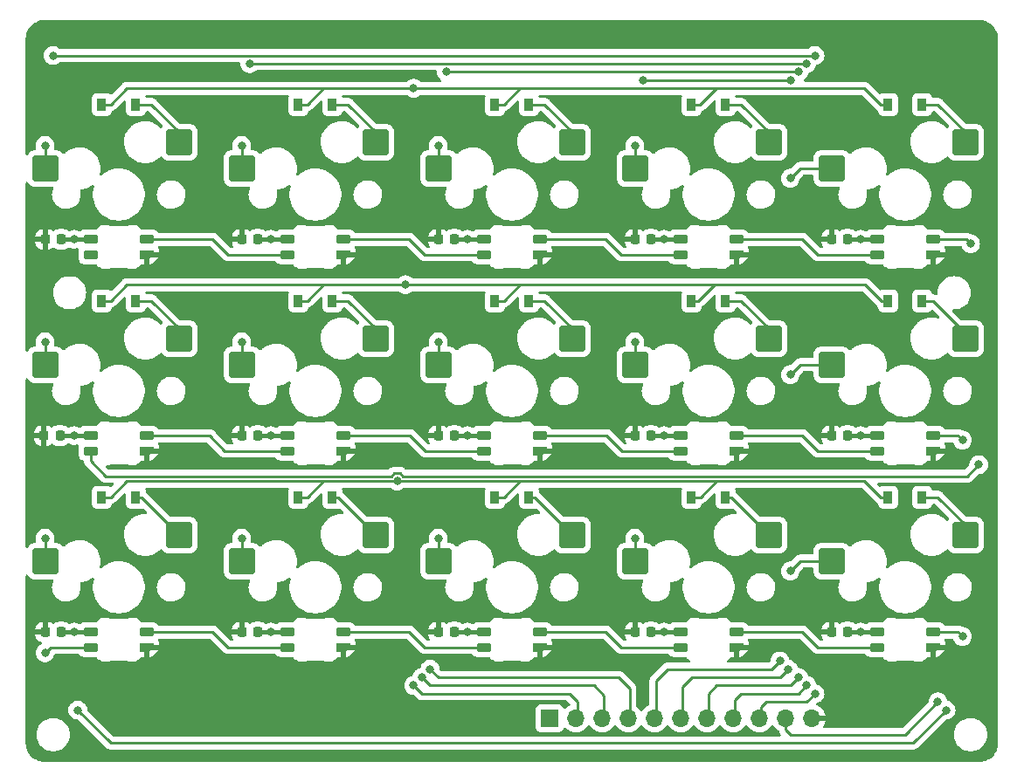
<source format=gbr>
%TF.GenerationSoftware,KiCad,Pcbnew,(6.0.6)*%
%TF.CreationDate,2022-08-15T00:28:01+08:00*%
%TF.ProjectId,15k-macropad,31356b2d-6d61-4637-926f-7061642e6b69,rev?*%
%TF.SameCoordinates,Original*%
%TF.FileFunction,Copper,L2,Bot*%
%TF.FilePolarity,Positive*%
%FSLAX46Y46*%
G04 Gerber Fmt 4.6, Leading zero omitted, Abs format (unit mm)*
G04 Created by KiCad (PCBNEW (6.0.6)) date 2022-08-15 00:28:01*
%MOMM*%
%LPD*%
G01*
G04 APERTURE LIST*
G04 Aperture macros list*
%AMRoundRect*
0 Rectangle with rounded corners*
0 $1 Rounding radius*
0 $2 $3 $4 $5 $6 $7 $8 $9 X,Y pos of 4 corners*
0 Add a 4 corners polygon primitive as box body*
4,1,4,$2,$3,$4,$5,$6,$7,$8,$9,$2,$3,0*
0 Add four circle primitives for the rounded corners*
1,1,$1+$1,$2,$3*
1,1,$1+$1,$4,$5*
1,1,$1+$1,$6,$7*
1,1,$1+$1,$8,$9*
0 Add four rect primitives between the rounded corners*
20,1,$1+$1,$2,$3,$4,$5,0*
20,1,$1+$1,$4,$5,$6,$7,0*
20,1,$1+$1,$6,$7,$8,$9,0*
20,1,$1+$1,$8,$9,$2,$3,0*%
%AMFreePoly0*
4,1,18,-0.410000,0.593000,-0.403758,0.624380,-0.385983,0.650983,-0.359380,0.668758,-0.328000,0.675000,0.328000,0.675000,0.359380,0.668758,0.385983,0.650983,0.403758,0.624380,0.410000,0.593000,0.410000,-0.593000,0.403758,-0.624380,0.385983,-0.650983,0.359380,-0.668758,0.328000,-0.675000,0.000000,-0.675000,-0.410000,-0.265000,-0.410000,0.593000,-0.410000,0.593000,$1*%
G04 Aperture macros list end*
%TA.AperFunction,SMDPad,CuDef*%
%ADD10R,0.900000X1.200000*%
%TD*%
%TA.AperFunction,SMDPad,CuDef*%
%ADD11RoundRect,0.250000X-1.025000X-1.000000X1.025000X-1.000000X1.025000X1.000000X-1.025000X1.000000X0*%
%TD*%
%TA.AperFunction,SMDPad,CuDef*%
%ADD12FreePoly0,90.000000*%
%TD*%
%TA.AperFunction,SMDPad,CuDef*%
%ADD13RoundRect,0.082000X0.593000X-0.328000X0.593000X0.328000X-0.593000X0.328000X-0.593000X-0.328000X0*%
%TD*%
%TA.AperFunction,SMDPad,CuDef*%
%ADD14RoundRect,0.225000X0.225000X0.250000X-0.225000X0.250000X-0.225000X-0.250000X0.225000X-0.250000X0*%
%TD*%
%TA.AperFunction,ComponentPad*%
%ADD15O,1.700000X1.700000*%
%TD*%
%TA.AperFunction,ComponentPad*%
%ADD16R,1.700000X1.700000*%
%TD*%
%TA.AperFunction,ViaPad*%
%ADD17C,0.800000*%
%TD*%
%TA.AperFunction,Conductor*%
%ADD18C,0.254000*%
%TD*%
%TA.AperFunction,Conductor*%
%ADD19C,0.250000*%
%TD*%
%TA.AperFunction,Conductor*%
%ADD20C,0.381000*%
%TD*%
G04 APERTURE END LIST*
D10*
%TO.P,D15,2,A*%
%TO.N,Net-(D15-Pad2)*%
X182625000Y-94456250D03*
%TO.P,D15,1,K*%
%TO.N,ROW2*%
X179325000Y-94456250D03*
%TD*%
%TO.P,D14,2,A*%
%TO.N,Net-(D14-Pad2)*%
X182625000Y-75406250D03*
%TO.P,D14,1,K*%
%TO.N,ROW1*%
X179325000Y-75406250D03*
%TD*%
%TO.P,D13,2,A*%
%TO.N,Net-(D13-Pad2)*%
X182625000Y-56356250D03*
%TO.P,D13,1,K*%
%TO.N,ROW0*%
X179325000Y-56356250D03*
%TD*%
%TO.P,D12,2,A*%
%TO.N,Net-(D12-Pad2)*%
X163575000Y-94456250D03*
%TO.P,D12,1,K*%
%TO.N,ROW2*%
X160275000Y-94456250D03*
%TD*%
%TO.P,D11,2,A*%
%TO.N,Net-(D11-Pad2)*%
X163575000Y-75406250D03*
%TO.P,D11,1,K*%
%TO.N,ROW1*%
X160275000Y-75406250D03*
%TD*%
%TO.P,D10,2,A*%
%TO.N,Net-(D10-Pad2)*%
X163575000Y-56356250D03*
%TO.P,D10,1,K*%
%TO.N,ROW0*%
X160275000Y-56356250D03*
%TD*%
%TO.P,D9,2,A*%
%TO.N,Net-(D9-Pad2)*%
X144525000Y-94456250D03*
%TO.P,D9,1,K*%
%TO.N,ROW2*%
X141225000Y-94456250D03*
%TD*%
%TO.P,D8,2,A*%
%TO.N,Net-(D8-Pad2)*%
X144525000Y-75406250D03*
%TO.P,D8,1,K*%
%TO.N,ROW1*%
X141225000Y-75406250D03*
%TD*%
%TO.P,D7,2,A*%
%TO.N,Net-(D7-Pad2)*%
X144525000Y-56356250D03*
%TO.P,D7,1,K*%
%TO.N,ROW0*%
X141225000Y-56356250D03*
%TD*%
%TO.P,D6,2,A*%
%TO.N,Net-(D6-Pad2)*%
X125475000Y-94456250D03*
%TO.P,D6,1,K*%
%TO.N,ROW2*%
X122175000Y-94456250D03*
%TD*%
%TO.P,D5,2,A*%
%TO.N,Net-(D5-Pad2)*%
X125475000Y-75406250D03*
%TO.P,D5,1,K*%
%TO.N,ROW1*%
X122175000Y-75406250D03*
%TD*%
%TO.P,D4,2,A*%
%TO.N,Net-(D4-Pad2)*%
X125475000Y-56356250D03*
%TO.P,D4,1,K*%
%TO.N,ROW0*%
X122175000Y-56356250D03*
%TD*%
%TO.P,D3,2,A*%
%TO.N,Net-(D3-Pad2)*%
X106425000Y-94456250D03*
%TO.P,D3,1,K*%
%TO.N,ROW2*%
X103125000Y-94456250D03*
%TD*%
%TO.P,D2,2,A*%
%TO.N,Net-(D2-Pad2)*%
X106425000Y-75406250D03*
%TO.P,D2,1,K*%
%TO.N,ROW1*%
X103125000Y-75406250D03*
%TD*%
%TO.P,D1,2,A*%
%TO.N,Net-(D1-Pad2)*%
X106425000Y-56356250D03*
%TO.P,D1,1,K*%
%TO.N,ROW0*%
X103125000Y-56356250D03*
%TD*%
D11*
%TO.P,MX15,2,ROW*%
%TO.N,Net-(D15-Pad2)*%
X186817000Y-98107500D03*
%TO.P,MX15,1,COL*%
%TO.N,COL4*%
X173890000Y-100647500D03*
%TD*%
%TO.P,MX7,2,ROW*%
%TO.N,Net-(D7-Pad2)*%
X148717000Y-60007500D03*
%TO.P,MX7,1,COL*%
%TO.N,COL2*%
X135790000Y-62547500D03*
%TD*%
%TO.P,MX5,2,ROW*%
%TO.N,Net-(D5-Pad2)*%
X129667000Y-79057500D03*
%TO.P,MX5,1,COL*%
%TO.N,COL1*%
X116740000Y-81597500D03*
%TD*%
%TO.P,MX14,2,ROW*%
%TO.N,Net-(D14-Pad2)*%
X186817000Y-79057500D03*
%TO.P,MX14,1,COL*%
%TO.N,COL4*%
X173890000Y-81597500D03*
%TD*%
%TO.P,MX4,2,ROW*%
%TO.N,Net-(D4-Pad2)*%
X129667000Y-60007500D03*
%TO.P,MX4,1,COL*%
%TO.N,COL1*%
X116740000Y-62547500D03*
%TD*%
%TO.P,MX6,2,ROW*%
%TO.N,Net-(D6-Pad2)*%
X129667000Y-98107500D03*
%TO.P,MX6,1,COL*%
%TO.N,COL1*%
X116740000Y-100647500D03*
%TD*%
%TO.P,MX11,2,ROW*%
%TO.N,Net-(D11-Pad2)*%
X167767000Y-79057500D03*
%TO.P,MX11,1,COL*%
%TO.N,COL3*%
X154840000Y-81597500D03*
%TD*%
%TO.P,MX2,2,ROW*%
%TO.N,Net-(D2-Pad2)*%
X110617000Y-79057500D03*
%TO.P,MX2,1,COL*%
%TO.N,COL0*%
X97690000Y-81597500D03*
%TD*%
%TO.P,MX3,2,ROW*%
%TO.N,Net-(D3-Pad2)*%
X110617000Y-98107500D03*
%TO.P,MX3,1,COL*%
%TO.N,COL0*%
X97690000Y-100647500D03*
%TD*%
%TO.P,MX10,2,ROW*%
%TO.N,Net-(D10-Pad2)*%
X167767000Y-60007500D03*
%TO.P,MX10,1,COL*%
%TO.N,COL3*%
X154840000Y-62547500D03*
%TD*%
%TO.P,MX9,2,ROW*%
%TO.N,Net-(D9-Pad2)*%
X148717000Y-98107500D03*
%TO.P,MX9,1,COL*%
%TO.N,COL2*%
X135790000Y-100647500D03*
%TD*%
%TO.P,MX8,2,ROW*%
%TO.N,Net-(D8-Pad2)*%
X148717000Y-79057500D03*
%TO.P,MX8,1,COL*%
%TO.N,COL2*%
X135790000Y-81597500D03*
%TD*%
%TO.P,MX13,1,COL*%
%TO.N,COL4*%
X173890000Y-62547500D03*
%TO.P,MX13,2,ROW*%
%TO.N,Net-(D13-Pad2)*%
X186817000Y-60007500D03*
%TD*%
%TO.P,MX1,2,ROW*%
%TO.N,Net-(D1-Pad2)*%
X110617000Y-60007500D03*
%TO.P,MX1,1,COL*%
%TO.N,COL0*%
X97690000Y-62547500D03*
%TD*%
%TO.P,MX12,2,ROW*%
%TO.N,Net-(D12-Pad2)*%
X167767000Y-98107500D03*
%TO.P,MX12,1,COL*%
%TO.N,COL3*%
X154840000Y-100647500D03*
%TD*%
D12*
%TO.P,LED11,4,VSS*%
%TO.N,GND*%
X164650000Y-89967500D03*
D13*
%TO.P,LED11,3,DIN*%
%TO.N,Net-(LED11-Pad3)*%
X164650000Y-88467500D03*
%TO.P,LED11,2,DOUT*%
%TO.N,Net-(LED11-Pad2)*%
X159200000Y-89967500D03*
%TO.P,LED11,1,VDD*%
%TO.N,+5V*%
X159200000Y-88467500D03*
%TD*%
D12*
%TO.P,LED8,4,VSS*%
%TO.N,GND*%
X145600000Y-89967500D03*
D13*
%TO.P,LED8,3,DIN*%
%TO.N,Net-(LED11-Pad2)*%
X145600000Y-88467500D03*
%TO.P,LED8,2,DOUT*%
%TO.N,Net-(LED5-Pad3)*%
X140150000Y-89967500D03*
%TO.P,LED8,1,VDD*%
%TO.N,+5V*%
X140150000Y-88467500D03*
%TD*%
D12*
%TO.P,LED6,4,VSS*%
%TO.N,GND*%
X126550000Y-109017500D03*
D13*
%TO.P,LED6,3,DIN*%
%TO.N,Net-(LED6-Pad3)*%
X126550000Y-107517500D03*
%TO.P,LED6,2,DOUT*%
%TO.N,Net-(LED3-Pad3)*%
X121100000Y-109017500D03*
%TO.P,LED6,1,VDD*%
%TO.N,+5V*%
X121100000Y-107517500D03*
%TD*%
D12*
%TO.P,LED12,4,VSS*%
%TO.N,GND*%
X164650000Y-109017500D03*
D13*
%TO.P,LED12,3,DIN*%
%TO.N,Net-(LED12-Pad3)*%
X164650000Y-107517500D03*
%TO.P,LED12,2,DOUT*%
%TO.N,Net-(LED12-Pad2)*%
X159200000Y-109017500D03*
%TO.P,LED12,1,VDD*%
%TO.N,+5V*%
X159200000Y-107517500D03*
%TD*%
D12*
%TO.P,LED13,4,VSS*%
%TO.N,GND*%
X183700000Y-70917500D03*
D13*
%TO.P,LED13,3,DIN*%
%TO.N,Net-(LED13-Pad3)*%
X183700000Y-69417500D03*
%TO.P,LED13,2,DOUT*%
%TO.N,Net-(LED10-Pad3)*%
X178250000Y-70917500D03*
%TO.P,LED13,1,VDD*%
%TO.N,+5V*%
X178250000Y-69417500D03*
%TD*%
D14*
%TO.P,C2,2*%
%TO.N,GND*%
X97523000Y-88467500D03*
%TO.P,C2,1*%
%TO.N,+5V*%
X99073000Y-88467500D03*
%TD*%
%TO.P,C12,2*%
%TO.N,GND*%
X154800000Y-107517500D03*
%TO.P,C12,1*%
%TO.N,+5V*%
X156350000Y-107517500D03*
%TD*%
%TO.P,C5,2*%
%TO.N,GND*%
X116700000Y-88467500D03*
%TO.P,C5,1*%
%TO.N,+5V*%
X118250000Y-88467500D03*
%TD*%
D12*
%TO.P,LED3,4,VSS*%
%TO.N,GND*%
X107500000Y-109017500D03*
D13*
%TO.P,LED3,3,DIN*%
%TO.N,Net-(LED3-Pad3)*%
X107500000Y-107517500D03*
%TO.P,LED3,2,DOUT*%
%TO.N,Net-(LED14-Pad3)*%
X102050000Y-109017500D03*
%TO.P,LED3,1,VDD*%
%TO.N,+5V*%
X102050000Y-107517500D03*
%TD*%
D14*
%TO.P,C10,2*%
%TO.N,GND*%
X154800000Y-69417500D03*
%TO.P,C10,1*%
%TO.N,+5V*%
X156350000Y-69417500D03*
%TD*%
%TO.P,C13,2*%
%TO.N,GND*%
X173850000Y-69417500D03*
%TO.P,C13,1*%
%TO.N,+5V*%
X175400000Y-69417500D03*
%TD*%
D12*
%TO.P,LED7,4,VSS*%
%TO.N,GND*%
X145600000Y-70917500D03*
D13*
%TO.P,LED7,3,DIN*%
%TO.N,Net-(LED10-Pad2)*%
X145600000Y-69417500D03*
%TO.P,LED7,2,DOUT*%
%TO.N,Net-(LED4-Pad3)*%
X140150000Y-70917500D03*
%TO.P,LED7,1,VDD*%
%TO.N,+5V*%
X140150000Y-69417500D03*
%TD*%
D12*
%TO.P,LED9,4,VSS*%
%TO.N,GND*%
X145600000Y-109017500D03*
D13*
%TO.P,LED9,3,DIN*%
%TO.N,Net-(LED12-Pad2)*%
X145600000Y-107517500D03*
%TO.P,LED9,2,DOUT*%
%TO.N,Net-(LED6-Pad3)*%
X140150000Y-109017500D03*
%TO.P,LED9,1,VDD*%
%TO.N,+5V*%
X140150000Y-107517500D03*
%TD*%
D14*
%TO.P,C15,2*%
%TO.N,GND*%
X173850000Y-107517500D03*
%TO.P,C15,1*%
%TO.N,+5V*%
X175400000Y-107517500D03*
%TD*%
%TO.P,C8,2*%
%TO.N,GND*%
X135750000Y-88467500D03*
%TO.P,C8,1*%
%TO.N,+5V*%
X137300000Y-88467500D03*
%TD*%
D12*
%TO.P,LED14,4,VSS*%
%TO.N,GND*%
X183700000Y-89967500D03*
D13*
%TO.P,LED14,3,DIN*%
%TO.N,Net-(LED14-Pad3)*%
X183700000Y-88467500D03*
%TO.P,LED14,2,DOUT*%
%TO.N,Net-(LED11-Pad3)*%
X178250000Y-89967500D03*
%TO.P,LED14,1,VDD*%
%TO.N,+5V*%
X178250000Y-88467500D03*
%TD*%
D12*
%TO.P,LED5,4,VSS*%
%TO.N,GND*%
X126550000Y-89967500D03*
D13*
%TO.P,LED5,3,DIN*%
%TO.N,Net-(LED5-Pad3)*%
X126550000Y-88467500D03*
%TO.P,LED5,2,DOUT*%
%TO.N,Net-(LED2-Pad3)*%
X121100000Y-89967500D03*
%TO.P,LED5,1,VDD*%
%TO.N,+5V*%
X121100000Y-88467500D03*
%TD*%
D12*
%TO.P,LED10,4,VSS*%
%TO.N,GND*%
X164650000Y-70917500D03*
D13*
%TO.P,LED10,3,DIN*%
%TO.N,Net-(LED10-Pad3)*%
X164650000Y-69417500D03*
%TO.P,LED10,2,DOUT*%
%TO.N,Net-(LED10-Pad2)*%
X159200000Y-70917500D03*
%TO.P,LED10,1,VDD*%
%TO.N,+5V*%
X159200000Y-69417500D03*
%TD*%
D14*
%TO.P,C3,2*%
%TO.N,GND*%
X97650000Y-107517500D03*
%TO.P,C3,1*%
%TO.N,+5V*%
X99200000Y-107517500D03*
%TD*%
%TO.P,C14,2*%
%TO.N,GND*%
X173850000Y-88467500D03*
%TO.P,C14,1*%
%TO.N,+5V*%
X175400000Y-88467500D03*
%TD*%
D12*
%TO.P,LED1,4,VSS*%
%TO.N,GND*%
X107500000Y-70917500D03*
D13*
%TO.P,LED1,3,DIN*%
%TO.N,Net-(LED1-Pad3)*%
X107500000Y-69417500D03*
%TO.P,LED1,2,DOUT*%
%TO.N,unconnected-(LED1-Pad2)*%
X102050000Y-70917500D03*
%TO.P,LED1,1,VDD*%
%TO.N,+5V*%
X102050000Y-69417500D03*
%TD*%
D14*
%TO.P,C7,2*%
%TO.N,GND*%
X135750000Y-69417500D03*
%TO.P,C7,1*%
%TO.N,+5V*%
X137300000Y-69417500D03*
%TD*%
D12*
%TO.P,LED2,4,VSS*%
%TO.N,GND*%
X107500000Y-89967500D03*
D13*
%TO.P,LED2,3,DIN*%
%TO.N,Net-(LED2-Pad3)*%
X107500000Y-88467500D03*
%TO.P,LED2,2,DOUT*%
%TO.N,Net-(LED13-Pad3)*%
X102050000Y-89967500D03*
%TO.P,LED2,1,VDD*%
%TO.N,+5V*%
X102050000Y-88467500D03*
%TD*%
D15*
%TO.P,J1,11,Pin_11*%
%TO.N,GND*%
X171926250Y-115887500D03*
%TO.P,J1,10,Pin_10*%
%TO.N,LED_DIN*%
X169386250Y-115887500D03*
%TO.P,J1,9,Pin_9*%
%TO.N,COL0*%
X166846250Y-115887500D03*
%TO.P,J1,8,Pin_8*%
%TO.N,COL1*%
X164306250Y-115887500D03*
%TO.P,J1,7,Pin_7*%
%TO.N,COL2*%
X161766250Y-115887500D03*
%TO.P,J1,6,Pin_6*%
%TO.N,COL3*%
X159226250Y-115887500D03*
%TO.P,J1,5,Pin_5*%
%TO.N,COL4*%
X156686250Y-115887500D03*
%TO.P,J1,4,Pin_4*%
%TO.N,ROW0*%
X154146250Y-115887500D03*
%TO.P,J1,3,Pin_3*%
%TO.N,ROW1*%
X151606250Y-115887500D03*
%TO.P,J1,2,Pin_2*%
%TO.N,ROW2*%
X149066250Y-115887500D03*
D16*
%TO.P,J1,1,Pin_1*%
%TO.N,+5V*%
X146526250Y-115887500D03*
%TD*%
D12*
%TO.P,LED4,4,VSS*%
%TO.N,GND*%
X126550000Y-70917500D03*
D13*
%TO.P,LED4,3,DIN*%
%TO.N,Net-(LED4-Pad3)*%
X126550000Y-69417500D03*
%TO.P,LED4,2,DOUT*%
%TO.N,Net-(LED1-Pad3)*%
X121100000Y-70917500D03*
%TO.P,LED4,1,VDD*%
%TO.N,+5V*%
X121100000Y-69417500D03*
%TD*%
D12*
%TO.P,LED15,4,VSS*%
%TO.N,GND*%
X183700000Y-109017500D03*
D13*
%TO.P,LED15,3,DIN*%
%TO.N,LED_DIN*%
X183700000Y-107517500D03*
%TO.P,LED15,2,DOUT*%
%TO.N,Net-(LED12-Pad3)*%
X178250000Y-109017500D03*
%TO.P,LED15,1,VDD*%
%TO.N,+5V*%
X178250000Y-107517500D03*
%TD*%
D14*
%TO.P,C4,2*%
%TO.N,GND*%
X116718750Y-69417500D03*
%TO.P,C4,1*%
%TO.N,+5V*%
X118268750Y-69417500D03*
%TD*%
%TO.P,C1,2*%
%TO.N,GND*%
X97650000Y-69417500D03*
%TO.P,C1,1*%
%TO.N,+5V*%
X99200000Y-69417500D03*
%TD*%
%TO.P,C9,2*%
%TO.N,GND*%
X135750000Y-107517500D03*
%TO.P,C9,1*%
%TO.N,+5V*%
X137300000Y-107517500D03*
%TD*%
%TO.P,C11,2*%
%TO.N,GND*%
X154800000Y-88467500D03*
%TO.P,C11,1*%
%TO.N,+5V*%
X156350000Y-88467500D03*
%TD*%
%TO.P,C6,2*%
%TO.N,GND*%
X116700000Y-107517500D03*
%TO.P,C6,1*%
%TO.N,+5V*%
X118250000Y-107517500D03*
%TD*%
D17*
%TO.N,ROW0*%
X134937500Y-111125000D03*
X133350000Y-54768750D03*
%TO.N,ROW1*%
X132556250Y-73818750D03*
X134143750Y-111918750D03*
%TO.N,ROW2*%
X131762500Y-92868750D03*
X133350000Y-112712500D03*
%TO.N,COL0*%
X97631250Y-98425000D03*
X172243750Y-51593750D03*
X172243750Y-113506250D03*
X97631250Y-79375000D03*
X98425000Y-51593750D03*
X97631250Y-60325000D03*
%TO.N,COL1*%
X171450000Y-112712500D03*
X117475000Y-52387500D03*
X116681250Y-60325000D03*
X116681250Y-79375000D03*
X171450000Y-52387500D03*
X116681250Y-98425000D03*
%TO.N,COL2*%
X135731250Y-60325000D03*
X135731250Y-79375000D03*
X170656250Y-53181250D03*
X136525000Y-53181250D03*
X170656250Y-111918750D03*
X135731250Y-98425000D03*
%TO.N,COL3*%
X169862500Y-53975000D03*
X154781250Y-79375000D03*
X154781250Y-98425000D03*
X155575000Y-53975000D03*
X169642785Y-111125000D03*
X154781250Y-60325000D03*
%TO.N,COL4*%
X169862500Y-63500000D03*
X169862500Y-82550000D03*
X168849035Y-110331250D03*
X169862500Y-101600000D03*
%TO.N,+5V*%
X138545000Y-69417500D03*
X100445000Y-88467500D03*
X100445000Y-107517500D03*
X176645000Y-69417500D03*
X138545000Y-88467500D03*
X176645000Y-107517500D03*
X119495000Y-69417500D03*
X100445000Y-69417500D03*
X138545000Y-107517500D03*
X119495000Y-107517500D03*
X157595000Y-107517500D03*
X157595000Y-69417500D03*
X157595000Y-88467500D03*
X176645000Y-88467500D03*
X119495000Y-88467500D03*
%TO.N,Net-(LED13-Pad3)*%
X188118750Y-91281250D03*
X187325000Y-69850000D03*
%TO.N,Net-(LED14-Pad3)*%
X100806250Y-115093750D03*
X97631250Y-109537500D03*
X184943750Y-115093750D03*
X186531250Y-88900000D03*
%TO.N,LED_DIN*%
X186531250Y-107950000D03*
X184150000Y-114300000D03*
%TD*%
D18*
%TO.N,ROW0*%
X154305000Y-113030000D02*
X154305000Y-115887500D01*
X135731250Y-111918750D02*
X153193750Y-111918750D01*
X134937500Y-111125000D02*
X135731250Y-111918750D01*
X153193750Y-111918750D02*
X154305000Y-113030000D01*
%TO.N,ROW1*%
X151765000Y-113665000D02*
X151765000Y-115887500D01*
X150812500Y-112712500D02*
X151765000Y-113665000D01*
X134937500Y-112712500D02*
X150812500Y-112712500D01*
X134143750Y-111918750D02*
X134937500Y-112712500D01*
%TO.N,ROW2*%
X149225000Y-114300000D02*
X149225000Y-115887500D01*
X148431250Y-113506250D02*
X149225000Y-114300000D01*
X134143750Y-113506250D02*
X148431250Y-113506250D01*
X133350000Y-112712500D02*
X134143750Y-113506250D01*
%TO.N,COL0*%
X167481250Y-114300000D02*
X167005000Y-114776250D01*
X171450000Y-114300000D02*
X167481250Y-114300000D01*
X172243750Y-113506250D02*
X171450000Y-114300000D01*
X167005000Y-114776250D02*
X167005000Y-115887500D01*
%TO.N,COL1*%
X164465000Y-114141250D02*
X164465000Y-115887500D01*
X170656250Y-113506250D02*
X165100000Y-113506250D01*
X165100000Y-113506250D02*
X164465000Y-114141250D01*
X171450000Y-112712500D02*
X170656250Y-113506250D01*
%TO.N,COL4*%
X168055285Y-111125000D02*
X157956250Y-111125000D01*
X168849035Y-110331250D02*
X168055285Y-111125000D01*
X157956250Y-111125000D02*
X156845000Y-112236250D01*
X156845000Y-112236250D02*
X156845000Y-115887500D01*
%TO.N,COL3*%
X168849035Y-111918750D02*
X160337500Y-111918750D01*
X169642785Y-111125000D02*
X168849035Y-111918750D01*
X160337500Y-111918750D02*
X159385000Y-112871250D01*
X159385000Y-112871250D02*
X159385000Y-115887500D01*
%TO.N,COL2*%
X161925000Y-113506250D02*
X161925000Y-115887500D01*
X170656250Y-111918750D02*
X169862500Y-112712500D01*
X169862500Y-112712500D02*
X162718750Y-112712500D01*
X162718750Y-112712500D02*
X161925000Y-113506250D01*
%TO.N,Net-(LED14-Pad3)*%
X181768750Y-118268750D02*
X184943750Y-115093750D01*
X103981250Y-118268750D02*
X181768750Y-118268750D01*
X100806250Y-115093750D02*
X103981250Y-118268750D01*
X98151250Y-109017500D02*
X102050000Y-109017500D01*
X97631250Y-109537500D02*
X98151250Y-109017500D01*
%TO.N,COL0*%
X98425000Y-51593750D02*
X172243750Y-51593750D01*
%TO.N,COL1*%
X117475000Y-52387500D02*
X171450000Y-52387500D01*
%TO.N,COL2*%
X136525000Y-53181250D02*
X170656250Y-53181250D01*
%TO.N,COL3*%
X169862500Y-53975000D02*
X155575000Y-53975000D01*
%TO.N,LED_DIN*%
X186531250Y-107950000D02*
X186098750Y-107517500D01*
X186098750Y-107517500D02*
X183700000Y-107517500D01*
X169386250Y-116998750D02*
X169386250Y-115887500D01*
X169862500Y-117475000D02*
X169386250Y-116998750D01*
X184150000Y-114300000D02*
X180975000Y-117475000D01*
X180975000Y-117475000D02*
X169862500Y-117475000D01*
%TO.N,Net-(LED13-Pad3)*%
X131461366Y-92141750D02*
X131188366Y-92414750D01*
X132336634Y-92414750D02*
X132063634Y-92141750D01*
%TO.N,ROW2*%
X124618750Y-92868750D02*
X125412500Y-92868750D01*
D19*
%TO.N,Net-(LED10-Pad3)*%
X171017500Y-69417500D02*
X172517500Y-70917500D01*
%TO.N,Net-(LED11-Pad3)*%
X171017500Y-88467500D02*
X172517500Y-89967500D01*
%TO.N,Net-(LED12-Pad3)*%
X171017500Y-107517500D02*
X172517500Y-109017500D01*
%TO.N,Net-(LED10-Pad2)*%
X151967500Y-69417500D02*
X153467500Y-70917500D01*
%TO.N,Net-(LED11-Pad2)*%
X152055625Y-88467500D02*
X153555625Y-89967500D01*
%TO.N,Net-(LED12-Pad2)*%
X151967500Y-107517500D02*
X153467500Y-109017500D01*
%TO.N,Net-(LED1-Pad3)*%
X113867500Y-69417500D02*
X115367500Y-70917500D01*
%TO.N,Net-(LED2-Pad3)*%
X113558750Y-88467500D02*
X115058750Y-89967500D01*
%TO.N,Net-(LED3-Pad3)*%
X113867500Y-107517500D02*
X115367500Y-109017500D01*
%TO.N,Net-(LED4-Pad3)*%
X132917500Y-69417500D02*
X134417500Y-70917500D01*
%TO.N,Net-(LED5-Pad3)*%
X133005625Y-88467500D02*
X134505625Y-89967500D01*
%TO.N,Net-(LED6-Pad3)*%
X132917500Y-107517500D02*
X134417500Y-109017500D01*
D18*
%TO.N,Net-(LED13-Pad3)*%
X102050000Y-90937500D02*
X102050000Y-89967500D01*
X186985250Y-92414750D02*
X132336634Y-92414750D01*
X132063634Y-92141750D02*
X131461366Y-92141750D01*
X188118750Y-91281250D02*
X186985250Y-92414750D01*
X131188366Y-92414750D02*
X103527250Y-92414750D01*
X103527250Y-92414750D02*
X102050000Y-90937500D01*
%TO.N,COL1*%
X116681250Y-100588750D02*
X116740000Y-100647500D01*
%TO.N,Net-(D3-Pad2)*%
X106965750Y-94456250D02*
X110617000Y-98107500D01*
X106425000Y-94456250D02*
X106965750Y-94456250D01*
%TO.N,ROW2*%
X125412500Y-92868750D02*
X143668750Y-92868750D01*
X122237500Y-92868750D02*
X125412500Y-92868750D01*
X123031250Y-94456250D02*
X124618750Y-92868750D01*
X122175000Y-94456250D02*
X123031250Y-94456250D01*
X142081250Y-94456250D02*
X141225000Y-94456250D01*
X143668750Y-92868750D02*
X142081250Y-94456250D01*
%TO.N,Net-(D6-Pad2)*%
X126015750Y-94456250D02*
X129667000Y-98107500D01*
X125475000Y-94456250D02*
X126015750Y-94456250D01*
%TO.N,Net-(D9-Pad2)*%
X145065750Y-94456250D02*
X148717000Y-98107500D01*
X144525000Y-94456250D02*
X145065750Y-94456250D01*
%TO.N,Net-(D12-Pad2)*%
X163575000Y-94456250D02*
X164115750Y-94456250D01*
X164115750Y-94456250D02*
X167767000Y-98107500D01*
%TO.N,ROW2*%
X161131250Y-94456250D02*
X160275000Y-94456250D01*
X162718750Y-92868750D02*
X161131250Y-94456250D01*
X143183750Y-92868750D02*
X162718750Y-92868750D01*
%TO.N,Net-(D15-Pad2)*%
X186817000Y-97123250D02*
X186817000Y-98107500D01*
X184150000Y-94456250D02*
X186817000Y-97123250D01*
X182625000Y-94456250D02*
X184150000Y-94456250D01*
%TO.N,ROW2*%
X178593750Y-94456250D02*
X179325000Y-94456250D01*
X177006250Y-92868750D02*
X178593750Y-94456250D01*
X162233750Y-92868750D02*
X177006250Y-92868750D01*
X105568750Y-92868750D02*
X122546250Y-92868750D01*
X103981250Y-94456250D02*
X105568750Y-92868750D01*
X103125000Y-94456250D02*
X103981250Y-94456250D01*
%TO.N,Net-(D8-Pad2)*%
X148717000Y-78073250D02*
X148717000Y-79057500D01*
X146050000Y-75406250D02*
X148717000Y-78073250D01*
X144525000Y-75406250D02*
X146050000Y-75406250D01*
%TO.N,Net-(D11-Pad2)*%
X167767000Y-78073250D02*
X167767000Y-79057500D01*
X165100000Y-75406250D02*
X167767000Y-78073250D01*
X163575000Y-75406250D02*
X165100000Y-75406250D01*
%TO.N,Net-(D14-Pad2)*%
X186817000Y-78565375D02*
X186817000Y-79057500D01*
X183657875Y-75406250D02*
X186817000Y-78565375D01*
X182625000Y-75406250D02*
X183657875Y-75406250D01*
%TO.N,Net-(D13-Pad2)*%
X186817000Y-59023250D02*
X186817000Y-60007500D01*
X182625000Y-56356250D02*
X184150000Y-56356250D01*
X184150000Y-56356250D02*
X186817000Y-59023250D01*
%TO.N,Net-(D7-Pad2)*%
X148717000Y-59023250D02*
X148717000Y-60007500D01*
X146050000Y-56356250D02*
X148717000Y-59023250D01*
X144525000Y-56356250D02*
X146050000Y-56356250D01*
%TO.N,Net-(D10-Pad2)*%
X167767000Y-59023250D02*
X167767000Y-60007500D01*
X165100000Y-56356250D02*
X167767000Y-59023250D01*
X163575000Y-56356250D02*
X165100000Y-56356250D01*
%TO.N,Net-(D4-Pad2)*%
X129667000Y-59023250D02*
X129667000Y-60007500D01*
X127000000Y-56356250D02*
X129667000Y-59023250D01*
X125475000Y-56356250D02*
X127000000Y-56356250D01*
%TO.N,Net-(D1-Pad2)*%
X107950000Y-56356250D02*
X106425000Y-56356250D01*
X110617000Y-59023250D02*
X107950000Y-56356250D01*
X110617000Y-60007500D02*
X110617000Y-59023250D01*
%TO.N,Net-(D5-Pad2)*%
X129667000Y-78073250D02*
X129667000Y-79057500D01*
X127000000Y-75406250D02*
X129667000Y-78073250D01*
X125475000Y-75406250D02*
X127000000Y-75406250D01*
%TO.N,Net-(D2-Pad2)*%
X110617000Y-78073250D02*
X110617000Y-79057500D01*
X107950000Y-75406250D02*
X110617000Y-78073250D01*
X106425000Y-75406250D02*
X107950000Y-75406250D01*
%TO.N,ROW1*%
X124618750Y-73818750D02*
X123031250Y-75406250D01*
X105568750Y-73818750D02*
X124618750Y-73818750D01*
X103981250Y-75406250D02*
X105568750Y-73818750D01*
X103125000Y-75406250D02*
X103981250Y-75406250D01*
X123031250Y-75406250D02*
X122175000Y-75406250D01*
X142081250Y-75406250D02*
X143668750Y-73818750D01*
X141225000Y-75406250D02*
X142081250Y-75406250D01*
X124133750Y-73818750D02*
X143668750Y-73818750D01*
X160932812Y-75406250D02*
X162520312Y-73818750D01*
X160275000Y-75406250D02*
X160932812Y-75406250D01*
X178670938Y-75406250D02*
X179325000Y-75406250D01*
X177083438Y-73818750D02*
X178670938Y-75406250D01*
X161925000Y-73818750D02*
X177083438Y-73818750D01*
X143183750Y-73818750D02*
X161925000Y-73818750D01*
%TO.N,ROW0*%
X177006250Y-54768750D02*
X178593750Y-56356250D01*
X178593750Y-56356250D02*
X179325000Y-56356250D01*
X162718750Y-54768750D02*
X177006250Y-54768750D01*
X161100000Y-56356250D02*
X160275000Y-56356250D01*
X162687500Y-54768750D02*
X161100000Y-56356250D01*
X133350000Y-54768750D02*
X162687500Y-54768750D01*
X142081250Y-56356250D02*
X143668750Y-54768750D01*
X141225000Y-56356250D02*
X142081250Y-56356250D01*
X123031250Y-56356250D02*
X124618750Y-54768750D01*
X122175000Y-56356250D02*
X123031250Y-56356250D01*
X124618750Y-54768750D02*
X122237500Y-54768750D01*
X133350000Y-54768750D02*
X124618750Y-54768750D01*
X105568750Y-54768750D02*
X122237500Y-54768750D01*
X103125000Y-56356250D02*
X103981250Y-56356250D01*
X103981250Y-56356250D02*
X105568750Y-54768750D01*
%TO.N,COL0*%
X97631250Y-60325000D02*
X97631250Y-62488750D01*
X97631250Y-81538750D02*
X97690000Y-81597500D01*
X97631250Y-79375000D02*
X97631250Y-81538750D01*
X97631250Y-100588750D02*
X97690000Y-100647500D01*
X97631250Y-62488750D02*
X97690000Y-62547500D01*
X97631250Y-98425000D02*
X97631250Y-100588750D01*
%TO.N,COL1*%
X116681250Y-60325000D02*
X116681250Y-62488750D01*
X116681250Y-81538750D02*
X116740000Y-81597500D01*
X116681250Y-79375000D02*
X116681250Y-81538750D01*
X116681250Y-62488750D02*
X116740000Y-62547500D01*
X116681250Y-98425000D02*
X116681250Y-100588750D01*
%TO.N,COL2*%
X135731250Y-98425000D02*
X135731250Y-100588750D01*
X135731250Y-81538750D02*
X135790000Y-81597500D01*
X135731250Y-79375000D02*
X135731250Y-81538750D01*
X135731250Y-62488750D02*
X135790000Y-62547500D01*
X135731250Y-100588750D02*
X135790000Y-100647500D01*
X135731250Y-60325000D02*
X135731250Y-62488750D01*
%TO.N,COL3*%
X154781250Y-79375000D02*
X154781250Y-81538750D01*
X154781250Y-100588750D02*
X154840000Y-100647500D01*
X154781250Y-81538750D02*
X154840000Y-81597500D01*
X154781250Y-98425000D02*
X154781250Y-100588750D01*
X154781250Y-62488750D02*
X154840000Y-62547500D01*
X154781250Y-60325000D02*
X154781250Y-62488750D01*
%TO.N,COL4*%
X170815000Y-100647500D02*
X169862500Y-101600000D01*
X170815000Y-81597500D02*
X169862500Y-82550000D01*
X170815000Y-62547500D02*
X173890000Y-62547500D01*
X173890000Y-81597500D02*
X170815000Y-81597500D01*
X169862500Y-63500000D02*
X170815000Y-62547500D01*
X173890000Y-100647500D02*
X170815000Y-100647500D01*
D20*
%TO.N,+5V*%
X140150000Y-88467500D02*
X138545000Y-88467500D01*
X121100000Y-88467500D02*
X119495000Y-88467500D01*
X178250000Y-69417500D02*
X176645000Y-69417500D01*
X119495000Y-69417500D02*
X118268750Y-69417500D01*
X157595000Y-107517500D02*
X159200000Y-107517500D01*
X121100000Y-69417500D02*
X119495000Y-69417500D01*
X175400000Y-88467500D02*
X176645000Y-88467500D01*
X157595000Y-88467500D02*
X156350000Y-88467500D01*
X138545000Y-88467500D02*
X137300000Y-88467500D01*
X100445000Y-107517500D02*
X99200000Y-107517500D01*
X119495000Y-107517500D02*
X118250000Y-107517500D01*
X176645000Y-69417500D02*
X175400000Y-69417500D01*
X175400000Y-107517500D02*
X176645000Y-107517500D01*
X176645000Y-107517500D02*
X178250000Y-107517500D01*
X121100000Y-107517500D02*
X119495000Y-107517500D01*
X159200000Y-69417500D02*
X157595000Y-69417500D01*
X157595000Y-69417500D02*
X156350000Y-69417500D01*
X156350000Y-107517500D02*
X157595000Y-107517500D01*
X102050000Y-69417500D02*
X100445000Y-69417500D01*
X102050000Y-88467500D02*
X100445000Y-88467500D01*
X138545000Y-69417500D02*
X137300000Y-69417500D01*
X119495000Y-88467500D02*
X118250000Y-88467500D01*
X100445000Y-88467500D02*
X99073000Y-88467500D01*
X138545000Y-107517500D02*
X137300000Y-107517500D01*
X102050000Y-107517500D02*
X100445000Y-107517500D01*
X176645000Y-88467500D02*
X178250000Y-88467500D01*
X159200000Y-88467500D02*
X157595000Y-88467500D01*
X140150000Y-107517500D02*
X138545000Y-107517500D01*
X100445000Y-69417500D02*
X99200000Y-69417500D01*
X140150000Y-69417500D02*
X138545000Y-69417500D01*
D19*
%TO.N,Net-(LED10-Pad3)*%
X172517500Y-70917500D02*
X178250000Y-70917500D01*
X164650000Y-69417500D02*
X171017500Y-69417500D01*
%TO.N,Net-(LED11-Pad3)*%
X172517500Y-89967500D02*
X178250000Y-89967500D01*
X164650000Y-88467500D02*
X171017500Y-88467500D01*
%TO.N,Net-(LED12-Pad3)*%
X172517500Y-109017500D02*
X178250000Y-109017500D01*
X164650000Y-107517500D02*
X171017500Y-107517500D01*
%TO.N,Net-(LED10-Pad2)*%
X145600000Y-69417500D02*
X151967500Y-69417500D01*
X153467500Y-70917500D02*
X159200000Y-70917500D01*
%TO.N,Net-(LED11-Pad2)*%
X145600000Y-88467500D02*
X152055625Y-88467500D01*
X153555625Y-89967500D02*
X159200000Y-89967500D01*
%TO.N,Net-(LED12-Pad2)*%
X145600000Y-107517500D02*
X151967500Y-107517500D01*
X153467500Y-109017500D02*
X159200000Y-109017500D01*
%TO.N,Net-(LED1-Pad3)*%
X107500000Y-69417500D02*
X113867500Y-69417500D01*
X115367500Y-70917500D02*
X121100000Y-70917500D01*
D18*
%TO.N,Net-(LED13-Pad3)*%
X187325000Y-69850000D02*
X186892500Y-69417500D01*
X186892500Y-69417500D02*
X183700000Y-69417500D01*
D19*
%TO.N,Net-(LED2-Pad3)*%
X107500000Y-88467500D02*
X113558750Y-88467500D01*
X115058750Y-89967500D02*
X121100000Y-89967500D01*
D18*
%TO.N,Net-(LED14-Pad3)*%
X186098750Y-88467500D02*
X183700000Y-88467500D01*
X186531250Y-88900000D02*
X186098750Y-88467500D01*
D19*
%TO.N,Net-(LED3-Pad3)*%
X107500000Y-107517500D02*
X113867500Y-107517500D01*
X115367500Y-109017500D02*
X121100000Y-109017500D01*
%TO.N,Net-(LED4-Pad3)*%
X126550000Y-69417500D02*
X132917500Y-69417500D01*
X134417500Y-70917500D02*
X140150000Y-70917500D01*
%TO.N,Net-(LED5-Pad3)*%
X126550000Y-88467500D02*
X133005625Y-88467500D01*
X134505625Y-89967500D02*
X140150000Y-89967500D01*
%TO.N,Net-(LED6-Pad3)*%
X134417500Y-109017500D02*
X140150000Y-109017500D01*
X126550000Y-107517500D02*
X132917500Y-107517500D01*
%TD*%
%TA.AperFunction,Conductor*%
%TO.N,GND*%
G36*
X188088767Y-48135001D02*
G01*
X188093693Y-48135768D01*
X188103319Y-48137267D01*
X188112463Y-48138691D01*
X188128757Y-48136561D01*
X188153329Y-48135768D01*
X188354942Y-48148986D01*
X188371272Y-48151135D01*
X188595349Y-48195711D01*
X188611260Y-48199975D01*
X188729728Y-48240191D01*
X188827595Y-48273414D01*
X188842821Y-48279722D01*
X189047701Y-48380760D01*
X189061974Y-48389000D01*
X189251924Y-48515922D01*
X189264999Y-48525955D01*
X189436760Y-48676585D01*
X189448415Y-48688240D01*
X189599045Y-48860001D01*
X189609078Y-48873076D01*
X189736000Y-49063026D01*
X189744240Y-49077299D01*
X189845278Y-49282179D01*
X189851586Y-49297405D01*
X189925024Y-49513736D01*
X189929289Y-49529651D01*
X189959633Y-49682184D01*
X189973864Y-49753723D01*
X189976015Y-49770064D01*
X189988762Y-49964504D01*
X189987733Y-49987631D01*
X189987691Y-49991110D01*
X189986309Y-49999985D01*
X189990104Y-50029006D01*
X189990436Y-50031541D01*
X189991500Y-50047881D01*
X189991500Y-118219380D01*
X189989999Y-118238767D01*
X189986309Y-118262463D01*
X189988148Y-118276526D01*
X189988439Y-118278754D01*
X189989232Y-118303329D01*
X189981116Y-118427135D01*
X189976015Y-118504936D01*
X189973865Y-118521272D01*
X189938923Y-118696921D01*
X189929290Y-118745345D01*
X189925025Y-118761260D01*
X189915001Y-118790789D01*
X189851586Y-118977595D01*
X189845278Y-118992821D01*
X189744240Y-119197701D01*
X189736000Y-119211974D01*
X189609078Y-119401924D01*
X189599045Y-119414999D01*
X189448415Y-119586760D01*
X189436760Y-119598415D01*
X189264999Y-119749045D01*
X189251924Y-119759078D01*
X189061974Y-119886000D01*
X189047701Y-119894240D01*
X188842821Y-119995278D01*
X188827595Y-120001586D01*
X188729728Y-120034809D01*
X188611260Y-120075025D01*
X188595349Y-120079289D01*
X188371272Y-120123865D01*
X188354942Y-120126014D01*
X188215614Y-120135149D01*
X188160496Y-120138762D01*
X188137369Y-120137733D01*
X188133890Y-120137691D01*
X188125015Y-120136309D01*
X188096801Y-120139999D01*
X188093459Y-120140436D01*
X188077119Y-120141500D01*
X97680620Y-120141500D01*
X97661232Y-120139999D01*
X97659133Y-120139672D01*
X97651215Y-120138439D01*
X97646412Y-120137691D01*
X97646411Y-120137691D01*
X97637537Y-120136309D01*
X97621243Y-120138439D01*
X97596671Y-120139232D01*
X97395058Y-120126014D01*
X97378728Y-120123865D01*
X97154651Y-120079289D01*
X97138740Y-120075025D01*
X97020272Y-120034809D01*
X96922405Y-120001586D01*
X96907179Y-119995278D01*
X96702299Y-119894240D01*
X96688026Y-119886000D01*
X96498076Y-119759078D01*
X96485001Y-119749045D01*
X96313240Y-119598415D01*
X96301585Y-119586760D01*
X96150955Y-119414999D01*
X96140922Y-119401924D01*
X96014000Y-119211974D01*
X96005760Y-119197701D01*
X95904722Y-118992821D01*
X95898414Y-118977595D01*
X95834999Y-118790789D01*
X95824975Y-118761260D01*
X95820710Y-118745345D01*
X95811077Y-118696921D01*
X95776135Y-118521272D01*
X95773985Y-118504936D01*
X95761238Y-118310496D01*
X95762267Y-118287369D01*
X95762309Y-118283890D01*
X95763691Y-118275015D01*
X95759564Y-118243459D01*
X95758500Y-118227119D01*
X95758500Y-117475000D01*
X96811526Y-117475000D01*
X96831391Y-117727403D01*
X96890495Y-117973591D01*
X96987384Y-118207502D01*
X97119672Y-118423376D01*
X97284102Y-118615898D01*
X97476624Y-118780328D01*
X97692498Y-118912616D01*
X97697068Y-118914509D01*
X97697072Y-118914511D01*
X97886130Y-118992821D01*
X97926409Y-119009505D01*
X98011032Y-119029821D01*
X98167784Y-119067454D01*
X98167790Y-119067455D01*
X98172597Y-119068609D01*
X98272416Y-119076465D01*
X98359345Y-119083307D01*
X98359352Y-119083307D01*
X98361801Y-119083500D01*
X98488199Y-119083500D01*
X98490648Y-119083307D01*
X98490655Y-119083307D01*
X98577584Y-119076465D01*
X98677403Y-119068609D01*
X98682210Y-119067455D01*
X98682216Y-119067454D01*
X98838968Y-119029821D01*
X98923591Y-119009505D01*
X98963870Y-118992821D01*
X99152928Y-118914511D01*
X99152932Y-118914509D01*
X99157502Y-118912616D01*
X99373376Y-118780328D01*
X99565898Y-118615898D01*
X99730328Y-118423376D01*
X99862616Y-118207502D01*
X99959505Y-117973591D01*
X100018609Y-117727403D01*
X100038474Y-117475000D01*
X100018609Y-117222597D01*
X100015714Y-117210535D01*
X99966787Y-117006742D01*
X99959505Y-116976409D01*
X99938223Y-116925029D01*
X99864511Y-116747072D01*
X99864509Y-116747068D01*
X99862616Y-116742498D01*
X99730328Y-116526624D01*
X99565898Y-116334102D01*
X99373376Y-116169672D01*
X99157502Y-116037384D01*
X99152932Y-116035491D01*
X99152928Y-116035489D01*
X98928164Y-115942389D01*
X98928162Y-115942388D01*
X98923591Y-115940495D01*
X98838968Y-115920179D01*
X98682216Y-115882546D01*
X98682210Y-115882545D01*
X98677403Y-115881391D01*
X98577584Y-115873535D01*
X98490655Y-115866693D01*
X98490648Y-115866693D01*
X98488199Y-115866500D01*
X98361801Y-115866500D01*
X98359352Y-115866693D01*
X98359345Y-115866693D01*
X98272416Y-115873535D01*
X98172597Y-115881391D01*
X98167790Y-115882545D01*
X98167784Y-115882546D01*
X98011032Y-115920179D01*
X97926409Y-115940495D01*
X97921838Y-115942388D01*
X97921836Y-115942389D01*
X97697072Y-116035489D01*
X97697068Y-116035491D01*
X97692498Y-116037384D01*
X97476624Y-116169672D01*
X97284102Y-116334102D01*
X97119672Y-116526624D01*
X96987384Y-116742498D01*
X96985491Y-116747068D01*
X96985489Y-116747072D01*
X96911777Y-116925029D01*
X96890495Y-116976409D01*
X96883213Y-117006742D01*
X96834287Y-117210535D01*
X96831391Y-117222597D01*
X96811526Y-117475000D01*
X95758500Y-117475000D01*
X95758500Y-107812938D01*
X96692000Y-107812938D01*
X96692337Y-107819453D01*
X96701894Y-107911557D01*
X96704788Y-107924956D01*
X96754381Y-108073607D01*
X96760555Y-108086786D01*
X96842788Y-108219673D01*
X96851824Y-108231074D01*
X96962429Y-108341486D01*
X96973840Y-108350498D01*
X97106880Y-108432504D01*
X97120063Y-108438652D01*
X97238621Y-108477976D01*
X97296981Y-108518407D01*
X97324218Y-108583971D01*
X97311684Y-108653853D01*
X97263360Y-108705864D01*
X97250203Y-108712676D01*
X97180528Y-108743697D01*
X97180526Y-108743698D01*
X97174498Y-108746382D01*
X97169157Y-108750262D01*
X97169156Y-108750263D01*
X97157096Y-108759025D01*
X97019997Y-108858634D01*
X96892210Y-109000556D01*
X96796723Y-109165944D01*
X96737708Y-109347572D01*
X96737018Y-109354133D01*
X96737018Y-109354135D01*
X96721714Y-109499749D01*
X96717746Y-109537500D01*
X96718436Y-109544065D01*
X96735067Y-109702296D01*
X96737708Y-109727428D01*
X96796723Y-109909056D01*
X96800026Y-109914778D01*
X96800027Y-109914779D01*
X96812279Y-109936000D01*
X96892210Y-110074444D01*
X96896628Y-110079351D01*
X96896629Y-110079352D01*
X96961793Y-110151724D01*
X97019997Y-110216366D01*
X97174498Y-110328618D01*
X97180526Y-110331302D01*
X97180528Y-110331303D01*
X97341397Y-110402926D01*
X97348962Y-110406294D01*
X97442363Y-110426147D01*
X97529306Y-110444628D01*
X97529311Y-110444628D01*
X97535763Y-110446000D01*
X97726737Y-110446000D01*
X97733189Y-110444628D01*
X97733194Y-110444628D01*
X97820137Y-110426147D01*
X97913538Y-110406294D01*
X97921103Y-110402926D01*
X98081972Y-110331303D01*
X98081974Y-110331302D01*
X98088002Y-110328618D01*
X98242503Y-110216366D01*
X98300707Y-110151724D01*
X98365871Y-110079352D01*
X98365872Y-110079351D01*
X98370290Y-110074444D01*
X98450221Y-109936000D01*
X98462473Y-109914779D01*
X98462474Y-109914778D01*
X98465777Y-109909056D01*
X98520687Y-109740063D01*
X98560760Y-109681458D01*
X98626156Y-109653821D01*
X98640519Y-109653000D01*
X100886509Y-109653000D01*
X100954630Y-109673002D01*
X100986471Y-109702296D01*
X101030822Y-109760096D01*
X101030825Y-109760099D01*
X101035851Y-109766649D01*
X101159203Y-109861300D01*
X101166829Y-109864459D01*
X101166831Y-109864460D01*
X101253366Y-109900304D01*
X101302849Y-109920801D01*
X101311033Y-109921878D01*
X101311035Y-109921879D01*
X101414212Y-109935462D01*
X101418299Y-109936000D01*
X101484780Y-109936000D01*
X102548946Y-109935999D01*
X102617067Y-109956001D01*
X102656203Y-109995879D01*
X102665910Y-110011625D01*
X102789269Y-110148232D01*
X102793817Y-110151720D01*
X102793821Y-110151724D01*
X102862164Y-110204142D01*
X102935319Y-110260252D01*
X103099235Y-110343983D01*
X103132496Y-110353917D01*
X103270098Y-110395015D01*
X103270101Y-110395016D01*
X103275600Y-110396658D01*
X103320290Y-110401513D01*
X103452886Y-110415918D01*
X103452889Y-110415918D01*
X103458586Y-110416537D01*
X103515978Y-110412293D01*
X103636433Y-110403386D01*
X103636437Y-110403385D01*
X103642148Y-110402963D01*
X103728242Y-110380443D01*
X103814670Y-110357836D01*
X103814673Y-110357835D01*
X103820220Y-110356384D01*
X103825413Y-110353953D01*
X103825418Y-110353951D01*
X103918759Y-110310251D01*
X103945842Y-110297571D01*
X103954597Y-110293869D01*
X103976585Y-110285537D01*
X103976586Y-110285536D01*
X103976964Y-110286533D01*
X104024130Y-110275999D01*
X105520112Y-110275999D01*
X105539483Y-110277497D01*
X105554497Y-110279833D01*
X105588549Y-110290221D01*
X105729795Y-110356349D01*
X105735339Y-110357799D01*
X105735344Y-110357801D01*
X105821907Y-110380443D01*
X105907860Y-110402926D01*
X105913574Y-110403349D01*
X105913577Y-110403349D01*
X106014188Y-110410788D01*
X106091415Y-110416499D01*
X106097113Y-110415880D01*
X106097115Y-110415880D01*
X106229713Y-110401475D01*
X106274395Y-110396621D01*
X106279894Y-110394979D01*
X106279897Y-110394978D01*
X106404368Y-110357801D01*
X106450753Y-110343947D01*
X106614662Y-110260219D01*
X106760707Y-110148203D01*
X106884061Y-110011600D01*
X106894063Y-109995376D01*
X106946838Y-109947887D01*
X107001318Y-109935500D01*
X107227885Y-109935500D01*
X107243124Y-109931025D01*
X107244329Y-109929635D01*
X107246000Y-109921952D01*
X107246000Y-109917384D01*
X107754000Y-109917384D01*
X107758475Y-109932623D01*
X107759865Y-109933828D01*
X107767548Y-109935499D01*
X107802673Y-109935499D01*
X107810592Y-109934999D01*
X107884264Y-109925661D01*
X107900425Y-109921365D01*
X108019243Y-109872027D01*
X108033676Y-109863627D01*
X108091657Y-109818571D01*
X108097544Y-109813376D01*
X108560836Y-109350084D01*
X108566101Y-109344110D01*
X108611582Y-109285425D01*
X108613481Y-109282149D01*
X108614326Y-109274221D01*
X108609731Y-109271500D01*
X107772115Y-109271500D01*
X107756876Y-109275975D01*
X107755671Y-109277365D01*
X107754000Y-109285048D01*
X107754000Y-109917384D01*
X107246000Y-109917384D01*
X107246000Y-108889500D01*
X107266002Y-108821379D01*
X107319658Y-108774886D01*
X107372000Y-108763500D01*
X108664885Y-108763500D01*
X108680124Y-108759025D01*
X108681329Y-108757635D01*
X108683000Y-108749952D01*
X108683000Y-108654952D01*
X108682462Y-108646743D01*
X108668892Y-108543667D01*
X108664654Y-108527850D01*
X108611524Y-108399584D01*
X108603338Y-108385406D01*
X108579013Y-108353704D01*
X108553413Y-108287483D01*
X108567678Y-108217934D01*
X108617279Y-108167139D01*
X108678976Y-108151000D01*
X113552906Y-108151000D01*
X113621027Y-108171002D01*
X113642001Y-108187905D01*
X114863843Y-109409747D01*
X114871387Y-109418037D01*
X114875500Y-109424518D01*
X114881277Y-109429943D01*
X114925167Y-109471158D01*
X114928009Y-109473913D01*
X114947730Y-109493634D01*
X114950925Y-109496112D01*
X114959947Y-109503818D01*
X114992179Y-109534086D01*
X114999128Y-109537906D01*
X115009932Y-109543846D01*
X115026456Y-109554699D01*
X115042459Y-109567113D01*
X115083043Y-109584676D01*
X115093673Y-109589883D01*
X115132440Y-109611195D01*
X115140117Y-109613166D01*
X115140122Y-109613168D01*
X115152058Y-109616232D01*
X115170766Y-109622637D01*
X115189355Y-109630681D01*
X115197180Y-109631920D01*
X115197182Y-109631921D01*
X115233019Y-109637597D01*
X115244640Y-109640004D01*
X115279789Y-109649028D01*
X115287470Y-109651000D01*
X115307731Y-109651000D01*
X115327440Y-109652551D01*
X115347443Y-109655719D01*
X115355335Y-109654973D01*
X115360562Y-109654479D01*
X115391454Y-109651559D01*
X115403311Y-109651000D01*
X119934974Y-109651000D01*
X120003095Y-109671002D01*
X120034936Y-109700296D01*
X120080822Y-109760096D01*
X120080825Y-109760099D01*
X120085851Y-109766649D01*
X120209203Y-109861300D01*
X120216829Y-109864459D01*
X120216831Y-109864460D01*
X120303366Y-109900304D01*
X120352849Y-109920801D01*
X120361033Y-109921878D01*
X120361035Y-109921879D01*
X120464212Y-109935462D01*
X120468299Y-109936000D01*
X120534780Y-109936000D01*
X121598946Y-109935999D01*
X121667067Y-109956001D01*
X121706203Y-109995879D01*
X121715910Y-110011625D01*
X121839269Y-110148232D01*
X121843817Y-110151720D01*
X121843821Y-110151724D01*
X121912164Y-110204142D01*
X121985319Y-110260252D01*
X122149235Y-110343983D01*
X122182496Y-110353917D01*
X122320098Y-110395015D01*
X122320101Y-110395016D01*
X122325600Y-110396658D01*
X122370290Y-110401513D01*
X122502886Y-110415918D01*
X122502889Y-110415918D01*
X122508586Y-110416537D01*
X122565978Y-110412293D01*
X122686433Y-110403386D01*
X122686437Y-110403385D01*
X122692148Y-110402963D01*
X122778242Y-110380443D01*
X122864670Y-110357836D01*
X122864673Y-110357835D01*
X122870220Y-110356384D01*
X122875413Y-110353953D01*
X122875418Y-110353951D01*
X122968759Y-110310251D01*
X122995842Y-110297571D01*
X123004597Y-110293869D01*
X123026585Y-110285537D01*
X123026586Y-110285536D01*
X123026964Y-110286533D01*
X123074130Y-110275999D01*
X124570112Y-110275999D01*
X124589483Y-110277497D01*
X124604497Y-110279833D01*
X124638549Y-110290221D01*
X124779795Y-110356349D01*
X124785339Y-110357799D01*
X124785344Y-110357801D01*
X124871907Y-110380443D01*
X124957860Y-110402926D01*
X124963574Y-110403349D01*
X124963577Y-110403349D01*
X125064188Y-110410788D01*
X125141415Y-110416499D01*
X125147113Y-110415880D01*
X125147115Y-110415880D01*
X125279713Y-110401475D01*
X125324395Y-110396621D01*
X125329894Y-110394979D01*
X125329897Y-110394978D01*
X125454368Y-110357801D01*
X125500753Y-110343947D01*
X125664662Y-110260219D01*
X125810707Y-110148203D01*
X125934061Y-110011600D01*
X125944063Y-109995376D01*
X125996838Y-109947887D01*
X126051318Y-109935500D01*
X126277885Y-109935500D01*
X126293124Y-109931025D01*
X126294329Y-109929635D01*
X126296000Y-109921952D01*
X126296000Y-109917384D01*
X126804000Y-109917384D01*
X126808475Y-109932623D01*
X126809865Y-109933828D01*
X126817548Y-109935499D01*
X126852673Y-109935499D01*
X126860592Y-109934999D01*
X126934264Y-109925661D01*
X126950425Y-109921365D01*
X127069243Y-109872027D01*
X127083676Y-109863627D01*
X127141657Y-109818571D01*
X127147544Y-109813376D01*
X127610836Y-109350084D01*
X127616101Y-109344110D01*
X127661582Y-109285425D01*
X127663481Y-109282149D01*
X127664326Y-109274221D01*
X127659731Y-109271500D01*
X126822115Y-109271500D01*
X126806876Y-109275975D01*
X126805671Y-109277365D01*
X126804000Y-109285048D01*
X126804000Y-109917384D01*
X126296000Y-109917384D01*
X126296000Y-108889500D01*
X126316002Y-108821379D01*
X126369658Y-108774886D01*
X126422000Y-108763500D01*
X127714885Y-108763500D01*
X127730124Y-108759025D01*
X127731329Y-108757635D01*
X127733000Y-108749952D01*
X127733000Y-108654952D01*
X127732462Y-108646743D01*
X127718892Y-108543667D01*
X127714654Y-108527850D01*
X127661524Y-108399584D01*
X127653338Y-108385406D01*
X127629013Y-108353704D01*
X127603413Y-108287483D01*
X127617678Y-108217934D01*
X127667279Y-108167139D01*
X127728976Y-108151000D01*
X132602906Y-108151000D01*
X132671027Y-108171002D01*
X132692001Y-108187905D01*
X133913843Y-109409747D01*
X133921387Y-109418037D01*
X133925500Y-109424518D01*
X133931277Y-109429943D01*
X133975167Y-109471158D01*
X133978009Y-109473913D01*
X133997730Y-109493634D01*
X134000925Y-109496112D01*
X134009947Y-109503818D01*
X134042179Y-109534086D01*
X134049128Y-109537906D01*
X134059932Y-109543846D01*
X134076456Y-109554699D01*
X134092459Y-109567113D01*
X134133043Y-109584676D01*
X134143673Y-109589883D01*
X134182440Y-109611195D01*
X134190117Y-109613166D01*
X134190122Y-109613168D01*
X134202058Y-109616232D01*
X134220766Y-109622637D01*
X134239355Y-109630681D01*
X134247180Y-109631920D01*
X134247182Y-109631921D01*
X134283019Y-109637597D01*
X134294640Y-109640004D01*
X134329789Y-109649028D01*
X134337470Y-109651000D01*
X134357731Y-109651000D01*
X134377440Y-109652551D01*
X134397443Y-109655719D01*
X134405335Y-109654973D01*
X134410562Y-109654479D01*
X134441454Y-109651559D01*
X134453311Y-109651000D01*
X138984974Y-109651000D01*
X139053095Y-109671002D01*
X139084936Y-109700296D01*
X139130822Y-109760096D01*
X139130825Y-109760099D01*
X139135851Y-109766649D01*
X139259203Y-109861300D01*
X139266829Y-109864459D01*
X139266831Y-109864460D01*
X139353366Y-109900304D01*
X139402849Y-109920801D01*
X139411033Y-109921878D01*
X139411035Y-109921879D01*
X139514212Y-109935462D01*
X139518299Y-109936000D01*
X139584780Y-109936000D01*
X140648946Y-109935999D01*
X140717067Y-109956001D01*
X140756203Y-109995879D01*
X140765910Y-110011625D01*
X140889269Y-110148232D01*
X140893817Y-110151720D01*
X140893821Y-110151724D01*
X140962164Y-110204142D01*
X141035319Y-110260252D01*
X141199235Y-110343983D01*
X141232496Y-110353917D01*
X141370098Y-110395015D01*
X141370101Y-110395016D01*
X141375600Y-110396658D01*
X141420290Y-110401513D01*
X141552886Y-110415918D01*
X141552889Y-110415918D01*
X141558586Y-110416537D01*
X141615978Y-110412293D01*
X141736433Y-110403386D01*
X141736437Y-110403385D01*
X141742148Y-110402963D01*
X141828242Y-110380443D01*
X141914670Y-110357836D01*
X141914673Y-110357835D01*
X141920220Y-110356384D01*
X141925413Y-110353953D01*
X141925418Y-110353951D01*
X142018759Y-110310251D01*
X142045842Y-110297571D01*
X142054597Y-110293869D01*
X142076585Y-110285537D01*
X142076586Y-110285536D01*
X142076964Y-110286533D01*
X142124130Y-110275999D01*
X143620112Y-110275999D01*
X143639483Y-110277497D01*
X143654497Y-110279833D01*
X143688549Y-110290221D01*
X143829795Y-110356349D01*
X143835339Y-110357799D01*
X143835344Y-110357801D01*
X143921907Y-110380443D01*
X144007860Y-110402926D01*
X144013574Y-110403349D01*
X144013577Y-110403349D01*
X144114188Y-110410788D01*
X144191415Y-110416499D01*
X144197113Y-110415880D01*
X144197115Y-110415880D01*
X144329713Y-110401475D01*
X144374395Y-110396621D01*
X144379894Y-110394979D01*
X144379897Y-110394978D01*
X144504368Y-110357801D01*
X144550753Y-110343947D01*
X144714662Y-110260219D01*
X144860707Y-110148203D01*
X144984061Y-110011600D01*
X144994063Y-109995376D01*
X145046838Y-109947887D01*
X145101318Y-109935500D01*
X145327885Y-109935500D01*
X145343124Y-109931025D01*
X145344329Y-109929635D01*
X145346000Y-109921952D01*
X145346000Y-109917384D01*
X145854000Y-109917384D01*
X145858475Y-109932623D01*
X145859865Y-109933828D01*
X145867548Y-109935499D01*
X145902673Y-109935499D01*
X145910592Y-109934999D01*
X145984264Y-109925661D01*
X146000425Y-109921365D01*
X146119243Y-109872027D01*
X146133676Y-109863627D01*
X146191657Y-109818571D01*
X146197544Y-109813376D01*
X146660836Y-109350084D01*
X146666101Y-109344110D01*
X146711582Y-109285425D01*
X146713481Y-109282149D01*
X146714326Y-109274221D01*
X146709731Y-109271500D01*
X145872115Y-109271500D01*
X145856876Y-109275975D01*
X145855671Y-109277365D01*
X145854000Y-109285048D01*
X145854000Y-109917384D01*
X145346000Y-109917384D01*
X145346000Y-108889500D01*
X145366002Y-108821379D01*
X145419658Y-108774886D01*
X145472000Y-108763500D01*
X146764885Y-108763500D01*
X146780124Y-108759025D01*
X146781329Y-108757635D01*
X146783000Y-108749952D01*
X146783000Y-108654952D01*
X146782462Y-108646743D01*
X146768892Y-108543667D01*
X146764654Y-108527850D01*
X146711524Y-108399584D01*
X146703338Y-108385406D01*
X146679013Y-108353704D01*
X146653413Y-108287483D01*
X146667678Y-108217934D01*
X146717279Y-108167139D01*
X146778976Y-108151000D01*
X151652906Y-108151000D01*
X151721027Y-108171002D01*
X151742001Y-108187905D01*
X152963843Y-109409747D01*
X152971387Y-109418037D01*
X152975500Y-109424518D01*
X152981277Y-109429943D01*
X153025167Y-109471158D01*
X153028009Y-109473913D01*
X153047730Y-109493634D01*
X153050925Y-109496112D01*
X153059947Y-109503818D01*
X153092179Y-109534086D01*
X153099128Y-109537906D01*
X153109932Y-109543846D01*
X153126456Y-109554699D01*
X153142459Y-109567113D01*
X153183043Y-109584676D01*
X153193673Y-109589883D01*
X153232440Y-109611195D01*
X153240117Y-109613166D01*
X153240122Y-109613168D01*
X153252058Y-109616232D01*
X153270766Y-109622637D01*
X153289355Y-109630681D01*
X153297180Y-109631920D01*
X153297182Y-109631921D01*
X153333019Y-109637597D01*
X153344640Y-109640004D01*
X153379789Y-109649028D01*
X153387470Y-109651000D01*
X153407731Y-109651000D01*
X153427440Y-109652551D01*
X153447443Y-109655719D01*
X153455335Y-109654973D01*
X153460562Y-109654479D01*
X153491454Y-109651559D01*
X153503311Y-109651000D01*
X158034974Y-109651000D01*
X158103095Y-109671002D01*
X158134936Y-109700296D01*
X158180822Y-109760096D01*
X158180825Y-109760099D01*
X158185851Y-109766649D01*
X158309203Y-109861300D01*
X158316829Y-109864459D01*
X158316831Y-109864460D01*
X158403366Y-109900304D01*
X158452849Y-109920801D01*
X158461033Y-109921878D01*
X158461035Y-109921879D01*
X158564212Y-109935462D01*
X158568299Y-109936000D01*
X158634780Y-109936000D01*
X159698946Y-109935999D01*
X159767067Y-109956001D01*
X159806203Y-109995879D01*
X159815910Y-110011625D01*
X159939269Y-110148232D01*
X159943817Y-110151720D01*
X159943821Y-110151724D01*
X160056139Y-110237871D01*
X160081666Y-110257450D01*
X160085319Y-110260252D01*
X160084698Y-110261061D01*
X160128009Y-110310251D01*
X160138670Y-110380443D01*
X160109689Y-110445255D01*
X160050269Y-110484111D01*
X160013814Y-110489500D01*
X158035282Y-110489500D01*
X158024043Y-110488970D01*
X158016531Y-110487291D01*
X158008606Y-110487540D01*
X158008605Y-110487540D01*
X157948220Y-110489438D01*
X157944262Y-110489500D01*
X157916267Y-110489500D01*
X157912333Y-110489997D01*
X157912331Y-110489997D01*
X157912244Y-110490008D01*
X157900410Y-110490940D01*
X157856045Y-110492335D01*
X157848432Y-110494547D01*
X157848431Y-110494547D01*
X157836502Y-110498013D01*
X157817138Y-110502023D01*
X157804810Y-110503580D01*
X157804808Y-110503580D01*
X157796951Y-110504573D01*
X157789587Y-110507489D01*
X157789582Y-110507490D01*
X157755694Y-110520907D01*
X157744465Y-110524752D01*
X157727785Y-110529598D01*
X157701857Y-110537131D01*
X157695030Y-110541169D01*
X157695027Y-110541170D01*
X157684344Y-110547488D01*
X157666586Y-110556188D01*
X157655035Y-110560761D01*
X157655029Y-110560765D01*
X157647662Y-110563681D01*
X157641251Y-110568339D01*
X157641249Y-110568340D01*
X157611762Y-110589764D01*
X157601840Y-110596281D01*
X157570482Y-110614826D01*
X157570478Y-110614829D01*
X157563652Y-110618866D01*
X157549268Y-110633250D01*
X157534234Y-110646091D01*
X157517763Y-110658058D01*
X157512710Y-110664166D01*
X157489473Y-110692255D01*
X157481483Y-110701035D01*
X156451517Y-111731000D01*
X156443191Y-111738576D01*
X156436697Y-111742697D01*
X156431274Y-111748472D01*
X156389915Y-111792515D01*
X156387160Y-111795357D01*
X156367361Y-111815156D01*
X156364937Y-111818281D01*
X156364929Y-111818290D01*
X156364863Y-111818376D01*
X156357155Y-111827401D01*
X156326783Y-111859744D01*
X156322965Y-111866688D01*
X156322964Y-111866690D01*
X156316978Y-111877579D01*
X156306127Y-111894097D01*
X156293650Y-111910183D01*
X156276024Y-111950916D01*
X156270807Y-111961564D01*
X156249431Y-112000447D01*
X156247460Y-112008122D01*
X156247458Y-112008128D01*
X156244369Y-112020161D01*
X156237966Y-112038863D01*
X156229883Y-112057542D01*
X156228644Y-112065367D01*
X156222940Y-112101377D01*
X156220535Y-112112990D01*
X156209500Y-112155968D01*
X156209500Y-112176315D01*
X156207949Y-112196026D01*
X156204765Y-112216129D01*
X156205511Y-112224021D01*
X156208941Y-112260306D01*
X156209500Y-112272164D01*
X156209500Y-114527593D01*
X156189498Y-114595714D01*
X156141681Y-114639356D01*
X156027002Y-114699054D01*
X155982550Y-114722194D01*
X155959857Y-114734007D01*
X155955724Y-114737110D01*
X155955721Y-114737112D01*
X155790293Y-114861319D01*
X155781215Y-114868135D01*
X155777643Y-114871873D01*
X155669979Y-114984537D01*
X155626879Y-115029638D01*
X155519451Y-115187121D01*
X155464543Y-115232121D01*
X155394018Y-115240292D01*
X155330271Y-115209038D01*
X155309574Y-115184554D01*
X155229072Y-115060117D01*
X155229070Y-115060114D01*
X155226264Y-115055777D01*
X155075920Y-114890551D01*
X155071869Y-114887351D01*
X155071865Y-114887348D01*
X155017433Y-114844361D01*
X154988408Y-114821437D01*
X154947345Y-114763521D01*
X154940500Y-114722556D01*
X154940500Y-113109032D01*
X154941030Y-113097793D01*
X154942709Y-113090281D01*
X154940562Y-113021969D01*
X154940500Y-113018012D01*
X154940500Y-112990017D01*
X154939992Y-112985994D01*
X154939059Y-112974152D01*
X154938753Y-112964398D01*
X154937665Y-112929795D01*
X154931987Y-112910251D01*
X154927977Y-112890888D01*
X154926420Y-112878560D01*
X154926420Y-112878558D01*
X154925427Y-112870701D01*
X154922511Y-112863337D01*
X154922510Y-112863332D01*
X154909093Y-112829444D01*
X154905248Y-112818215D01*
X154895081Y-112783222D01*
X154892869Y-112775607D01*
X154888830Y-112768777D01*
X154882512Y-112758094D01*
X154873812Y-112740336D01*
X154869239Y-112728785D01*
X154869235Y-112728779D01*
X154866319Y-112721412D01*
X154840234Y-112685509D01*
X154833719Y-112675590D01*
X154815174Y-112644232D01*
X154815171Y-112644228D01*
X154811134Y-112637402D01*
X154796750Y-112623018D01*
X154783909Y-112607984D01*
X154776602Y-112597927D01*
X154771942Y-112591513D01*
X154737744Y-112563222D01*
X154728965Y-112555233D01*
X153699000Y-111525267D01*
X153691424Y-111516941D01*
X153687303Y-111510447D01*
X153637484Y-111463664D01*
X153634643Y-111460910D01*
X153614844Y-111441111D01*
X153611719Y-111438687D01*
X153611710Y-111438679D01*
X153611624Y-111438613D01*
X153602599Y-111430905D01*
X153576035Y-111405960D01*
X153570256Y-111400533D01*
X153552419Y-111390727D01*
X153535903Y-111379877D01*
X153519817Y-111367400D01*
X153479084Y-111349774D01*
X153468436Y-111344557D01*
X153456808Y-111338165D01*
X153429553Y-111323181D01*
X153421878Y-111321210D01*
X153421872Y-111321208D01*
X153409839Y-111318119D01*
X153391137Y-111311716D01*
X153372458Y-111303633D01*
X153338622Y-111298274D01*
X153328623Y-111296690D01*
X153317010Y-111294285D01*
X153274032Y-111283250D01*
X153253685Y-111283250D01*
X153233974Y-111281699D01*
X153221700Y-111279755D01*
X153213871Y-111278515D01*
X153205979Y-111279261D01*
X153169694Y-111282691D01*
X153157836Y-111283250D01*
X136046672Y-111283250D01*
X135978551Y-111263248D01*
X135957577Y-111246345D01*
X135884290Y-111173058D01*
X135850264Y-111110746D01*
X135848075Y-111097133D01*
X135831732Y-110941635D01*
X135831732Y-110941633D01*
X135831042Y-110935072D01*
X135772027Y-110753444D01*
X135676540Y-110588056D01*
X135651964Y-110560761D01*
X135553175Y-110451045D01*
X135553174Y-110451044D01*
X135548753Y-110446134D01*
X135425175Y-110356349D01*
X135399594Y-110337763D01*
X135399593Y-110337762D01*
X135394252Y-110333882D01*
X135388224Y-110331198D01*
X135388222Y-110331197D01*
X135225819Y-110258891D01*
X135225818Y-110258891D01*
X135219788Y-110256206D01*
X135126388Y-110236353D01*
X135039444Y-110217872D01*
X135039439Y-110217872D01*
X135032987Y-110216500D01*
X134842013Y-110216500D01*
X134835561Y-110217872D01*
X134835556Y-110217872D01*
X134748612Y-110236353D01*
X134655212Y-110256206D01*
X134649182Y-110258891D01*
X134649181Y-110258891D01*
X134486778Y-110331197D01*
X134486776Y-110331198D01*
X134480748Y-110333882D01*
X134475407Y-110337762D01*
X134475406Y-110337763D01*
X134449825Y-110356349D01*
X134326247Y-110446134D01*
X134321826Y-110451044D01*
X134321825Y-110451045D01*
X134223037Y-110560761D01*
X134198460Y-110588056D01*
X134102973Y-110753444D01*
X134043958Y-110935072D01*
X134043827Y-110936316D01*
X134011044Y-110997042D01*
X133947721Y-111031621D01*
X133861462Y-111049956D01*
X133855432Y-111052641D01*
X133855431Y-111052641D01*
X133693028Y-111124947D01*
X133693026Y-111124948D01*
X133686998Y-111127632D01*
X133681657Y-111131512D01*
X133681656Y-111131513D01*
X133631593Y-111167886D01*
X133532497Y-111239884D01*
X133528076Y-111244794D01*
X133528075Y-111244795D01*
X133454057Y-111327001D01*
X133404710Y-111381806D01*
X133371874Y-111438679D01*
X133321883Y-111525267D01*
X133309223Y-111547194D01*
X133250208Y-111728822D01*
X133250077Y-111730066D01*
X133217294Y-111790792D01*
X133153971Y-111825371D01*
X133067712Y-111843706D01*
X133061682Y-111846391D01*
X133061681Y-111846391D01*
X132899278Y-111918697D01*
X132899276Y-111918698D01*
X132893248Y-111921382D01*
X132738747Y-112033634D01*
X132734326Y-112038544D01*
X132734325Y-112038545D01*
X132621460Y-112163895D01*
X132610960Y-112175556D01*
X132515473Y-112340944D01*
X132456458Y-112522572D01*
X132455768Y-112529133D01*
X132455768Y-112529135D01*
X132438594Y-112692542D01*
X132436496Y-112712500D01*
X132437186Y-112719065D01*
X132448163Y-112823501D01*
X132456458Y-112902428D01*
X132515473Y-113084056D01*
X132518776Y-113089778D01*
X132518777Y-113089779D01*
X132544709Y-113134694D01*
X132610960Y-113249444D01*
X132615378Y-113254351D01*
X132615379Y-113254352D01*
X132732929Y-113384905D01*
X132738747Y-113391366D01*
X132797283Y-113433895D01*
X132887835Y-113499685D01*
X132893248Y-113503618D01*
X132899276Y-113506302D01*
X132899278Y-113506303D01*
X132965382Y-113535734D01*
X133067712Y-113581294D01*
X133161113Y-113601147D01*
X133248056Y-113619628D01*
X133248061Y-113619628D01*
X133254513Y-113621000D01*
X133307577Y-113621000D01*
X133375698Y-113641002D01*
X133396672Y-113657905D01*
X133638500Y-113899733D01*
X133646076Y-113908059D01*
X133650197Y-113914553D01*
X133671682Y-113934729D01*
X133700015Y-113961335D01*
X133702857Y-113964090D01*
X133722656Y-113983889D01*
X133725781Y-113986313D01*
X133725790Y-113986321D01*
X133725876Y-113986387D01*
X133734901Y-113994095D01*
X133767244Y-114024467D01*
X133774188Y-114028285D01*
X133774190Y-114028286D01*
X133785079Y-114034272D01*
X133801597Y-114045123D01*
X133817683Y-114057600D01*
X133858416Y-114075226D01*
X133869064Y-114080443D01*
X133907947Y-114101819D01*
X133915622Y-114103790D01*
X133915628Y-114103792D01*
X133927661Y-114106881D01*
X133946363Y-114113284D01*
X133965042Y-114121367D01*
X133998878Y-114126726D01*
X134008877Y-114128310D01*
X134020490Y-114130715D01*
X134063468Y-114141750D01*
X134083815Y-114141750D01*
X134103527Y-114143301D01*
X134123629Y-114146485D01*
X134131521Y-114145739D01*
X134167806Y-114142309D01*
X134179664Y-114141750D01*
X148115827Y-114141750D01*
X148183948Y-114161752D01*
X148204923Y-114178655D01*
X148494834Y-114468567D01*
X148528859Y-114530879D01*
X148523794Y-114601695D01*
X148481247Y-114658530D01*
X148463920Y-114669424D01*
X148392648Y-114706526D01*
X148362550Y-114722194D01*
X148339857Y-114734007D01*
X148335724Y-114737110D01*
X148335721Y-114737112D01*
X148170293Y-114861319D01*
X148161215Y-114868135D01*
X148094730Y-114937708D01*
X148080533Y-114952564D01*
X148019009Y-114987994D01*
X147948096Y-114984537D01*
X147890310Y-114943291D01*
X147871457Y-114909743D01*
X147830017Y-114799203D01*
X147826865Y-114790795D01*
X147739511Y-114674239D01*
X147622955Y-114586885D01*
X147486566Y-114535755D01*
X147424384Y-114529000D01*
X145628116Y-114529000D01*
X145565934Y-114535755D01*
X145429545Y-114586885D01*
X145312989Y-114674239D01*
X145225635Y-114790795D01*
X145174505Y-114927184D01*
X145167750Y-114989366D01*
X145167750Y-116785634D01*
X145174505Y-116847816D01*
X145225635Y-116984205D01*
X145312989Y-117100761D01*
X145429545Y-117188115D01*
X145565934Y-117239245D01*
X145628116Y-117246000D01*
X147424384Y-117246000D01*
X147486566Y-117239245D01*
X147622955Y-117188115D01*
X147739511Y-117100761D01*
X147826865Y-116984205D01*
X147849049Y-116925029D01*
X147870848Y-116866882D01*
X147913490Y-116810118D01*
X147980052Y-116785418D01*
X148049400Y-116800626D01*
X148084067Y-116828614D01*
X148112500Y-116861438D01*
X148284376Y-117004132D01*
X148477250Y-117116838D01*
X148482075Y-117118680D01*
X148482076Y-117118681D01*
X148554862Y-117146475D01*
X148685942Y-117196530D01*
X148691010Y-117197561D01*
X148691013Y-117197562D01*
X148754778Y-117210535D01*
X148904847Y-117241067D01*
X148910022Y-117241257D01*
X148910024Y-117241257D01*
X149122923Y-117249064D01*
X149122927Y-117249064D01*
X149128087Y-117249253D01*
X149133207Y-117248597D01*
X149133209Y-117248597D01*
X149344538Y-117221525D01*
X149344539Y-117221525D01*
X149349666Y-117220868D01*
X149354616Y-117219383D01*
X149558679Y-117158161D01*
X149558684Y-117158159D01*
X149563634Y-117156674D01*
X149764244Y-117058396D01*
X149946110Y-116928673D01*
X150104346Y-116770989D01*
X150108045Y-116765842D01*
X150234703Y-116589577D01*
X150236026Y-116590528D01*
X150282895Y-116547357D01*
X150352830Y-116535125D01*
X150418276Y-116562644D01*
X150446125Y-116594494D01*
X150506237Y-116692588D01*
X150652500Y-116861438D01*
X150824376Y-117004132D01*
X151017250Y-117116838D01*
X151022075Y-117118680D01*
X151022076Y-117118681D01*
X151094862Y-117146475D01*
X151225942Y-117196530D01*
X151231010Y-117197561D01*
X151231013Y-117197562D01*
X151294778Y-117210535D01*
X151444847Y-117241067D01*
X151450022Y-117241257D01*
X151450024Y-117241257D01*
X151662923Y-117249064D01*
X151662927Y-117249064D01*
X151668087Y-117249253D01*
X151673207Y-117248597D01*
X151673209Y-117248597D01*
X151884538Y-117221525D01*
X151884539Y-117221525D01*
X151889666Y-117220868D01*
X151894616Y-117219383D01*
X152098679Y-117158161D01*
X152098684Y-117158159D01*
X152103634Y-117156674D01*
X152304244Y-117058396D01*
X152486110Y-116928673D01*
X152644346Y-116770989D01*
X152648045Y-116765842D01*
X152774703Y-116589577D01*
X152776026Y-116590528D01*
X152822895Y-116547357D01*
X152892830Y-116535125D01*
X152958276Y-116562644D01*
X152986125Y-116594494D01*
X153046237Y-116692588D01*
X153192500Y-116861438D01*
X153364376Y-117004132D01*
X153557250Y-117116838D01*
X153562075Y-117118680D01*
X153562076Y-117118681D01*
X153634862Y-117146475D01*
X153765942Y-117196530D01*
X153771010Y-117197561D01*
X153771013Y-117197562D01*
X153834778Y-117210535D01*
X153984847Y-117241067D01*
X153990022Y-117241257D01*
X153990024Y-117241257D01*
X154202923Y-117249064D01*
X154202927Y-117249064D01*
X154208087Y-117249253D01*
X154213207Y-117248597D01*
X154213209Y-117248597D01*
X154424538Y-117221525D01*
X154424539Y-117221525D01*
X154429666Y-117220868D01*
X154434616Y-117219383D01*
X154638679Y-117158161D01*
X154638684Y-117158159D01*
X154643634Y-117156674D01*
X154844244Y-117058396D01*
X155026110Y-116928673D01*
X155184346Y-116770989D01*
X155188045Y-116765842D01*
X155314703Y-116589577D01*
X155316026Y-116590528D01*
X155362895Y-116547357D01*
X155432830Y-116535125D01*
X155498276Y-116562644D01*
X155526125Y-116594494D01*
X155586237Y-116692588D01*
X155732500Y-116861438D01*
X155904376Y-117004132D01*
X156097250Y-117116838D01*
X156102075Y-117118680D01*
X156102076Y-117118681D01*
X156174862Y-117146475D01*
X156305942Y-117196530D01*
X156311010Y-117197561D01*
X156311013Y-117197562D01*
X156374778Y-117210535D01*
X156524847Y-117241067D01*
X156530022Y-117241257D01*
X156530024Y-117241257D01*
X156742923Y-117249064D01*
X156742927Y-117249064D01*
X156748087Y-117249253D01*
X156753207Y-117248597D01*
X156753209Y-117248597D01*
X156964538Y-117221525D01*
X156964539Y-117221525D01*
X156969666Y-117220868D01*
X156974616Y-117219383D01*
X157178679Y-117158161D01*
X157178684Y-117158159D01*
X157183634Y-117156674D01*
X157384244Y-117058396D01*
X157566110Y-116928673D01*
X157724346Y-116770989D01*
X157728045Y-116765842D01*
X157854703Y-116589577D01*
X157856026Y-116590528D01*
X157902895Y-116547357D01*
X157972830Y-116535125D01*
X158038276Y-116562644D01*
X158066125Y-116594494D01*
X158126237Y-116692588D01*
X158272500Y-116861438D01*
X158444376Y-117004132D01*
X158637250Y-117116838D01*
X158642075Y-117118680D01*
X158642076Y-117118681D01*
X158714862Y-117146475D01*
X158845942Y-117196530D01*
X158851010Y-117197561D01*
X158851013Y-117197562D01*
X158914778Y-117210535D01*
X159064847Y-117241067D01*
X159070022Y-117241257D01*
X159070024Y-117241257D01*
X159282923Y-117249064D01*
X159282927Y-117249064D01*
X159288087Y-117249253D01*
X159293207Y-117248597D01*
X159293209Y-117248597D01*
X159504538Y-117221525D01*
X159504539Y-117221525D01*
X159509666Y-117220868D01*
X159514616Y-117219383D01*
X159718679Y-117158161D01*
X159718684Y-117158159D01*
X159723634Y-117156674D01*
X159924244Y-117058396D01*
X160106110Y-116928673D01*
X160264346Y-116770989D01*
X160268045Y-116765842D01*
X160394703Y-116589577D01*
X160396026Y-116590528D01*
X160442895Y-116547357D01*
X160512830Y-116535125D01*
X160578276Y-116562644D01*
X160606125Y-116594494D01*
X160666237Y-116692588D01*
X160812500Y-116861438D01*
X160984376Y-117004132D01*
X161177250Y-117116838D01*
X161182075Y-117118680D01*
X161182076Y-117118681D01*
X161254862Y-117146475D01*
X161385942Y-117196530D01*
X161391010Y-117197561D01*
X161391013Y-117197562D01*
X161454778Y-117210535D01*
X161604847Y-117241067D01*
X161610022Y-117241257D01*
X161610024Y-117241257D01*
X161822923Y-117249064D01*
X161822927Y-117249064D01*
X161828087Y-117249253D01*
X161833207Y-117248597D01*
X161833209Y-117248597D01*
X162044538Y-117221525D01*
X162044539Y-117221525D01*
X162049666Y-117220868D01*
X162054616Y-117219383D01*
X162258679Y-117158161D01*
X162258684Y-117158159D01*
X162263634Y-117156674D01*
X162464244Y-117058396D01*
X162646110Y-116928673D01*
X162804346Y-116770989D01*
X162808045Y-116765842D01*
X162934703Y-116589577D01*
X162936026Y-116590528D01*
X162982895Y-116547357D01*
X163052830Y-116535125D01*
X163118276Y-116562644D01*
X163146125Y-116594494D01*
X163206237Y-116692588D01*
X163352500Y-116861438D01*
X163524376Y-117004132D01*
X163717250Y-117116838D01*
X163722075Y-117118680D01*
X163722076Y-117118681D01*
X163794862Y-117146475D01*
X163925942Y-117196530D01*
X163931010Y-117197561D01*
X163931013Y-117197562D01*
X163994778Y-117210535D01*
X164144847Y-117241067D01*
X164150022Y-117241257D01*
X164150024Y-117241257D01*
X164362923Y-117249064D01*
X164362927Y-117249064D01*
X164368087Y-117249253D01*
X164373207Y-117248597D01*
X164373209Y-117248597D01*
X164584538Y-117221525D01*
X164584539Y-117221525D01*
X164589666Y-117220868D01*
X164594616Y-117219383D01*
X164798679Y-117158161D01*
X164798684Y-117158159D01*
X164803634Y-117156674D01*
X165004244Y-117058396D01*
X165186110Y-116928673D01*
X165344346Y-116770989D01*
X165348045Y-116765842D01*
X165474703Y-116589577D01*
X165476026Y-116590528D01*
X165522895Y-116547357D01*
X165592830Y-116535125D01*
X165658276Y-116562644D01*
X165686125Y-116594494D01*
X165746237Y-116692588D01*
X165892500Y-116861438D01*
X166064376Y-117004132D01*
X166257250Y-117116838D01*
X166262075Y-117118680D01*
X166262076Y-117118681D01*
X166334862Y-117146475D01*
X166465942Y-117196530D01*
X166471010Y-117197561D01*
X166471013Y-117197562D01*
X166534778Y-117210535D01*
X166684847Y-117241067D01*
X166690022Y-117241257D01*
X166690024Y-117241257D01*
X166902923Y-117249064D01*
X166902927Y-117249064D01*
X166908087Y-117249253D01*
X166913207Y-117248597D01*
X166913209Y-117248597D01*
X167124538Y-117221525D01*
X167124539Y-117221525D01*
X167129666Y-117220868D01*
X167134616Y-117219383D01*
X167338679Y-117158161D01*
X167338684Y-117158159D01*
X167343634Y-117156674D01*
X167544244Y-117058396D01*
X167726110Y-116928673D01*
X167884346Y-116770989D01*
X167888045Y-116765842D01*
X168014703Y-116589577D01*
X168016026Y-116590528D01*
X168062895Y-116547357D01*
X168132830Y-116535125D01*
X168198276Y-116562644D01*
X168226125Y-116594494D01*
X168286237Y-116692588D01*
X168432500Y-116861438D01*
X168604376Y-117004132D01*
X168704049Y-117062376D01*
X168752772Y-117114013D01*
X168761626Y-117142821D01*
X168762857Y-117142505D01*
X168764830Y-117150191D01*
X168765823Y-117158049D01*
X168768739Y-117165413D01*
X168768740Y-117165418D01*
X168782157Y-117199306D01*
X168786002Y-117210535D01*
X168798381Y-117253143D01*
X168802419Y-117259970D01*
X168802420Y-117259973D01*
X168808738Y-117270656D01*
X168817438Y-117288414D01*
X168822011Y-117299965D01*
X168822015Y-117299971D01*
X168824931Y-117307338D01*
X168829589Y-117313749D01*
X168829590Y-117313751D01*
X168851014Y-117343238D01*
X168857531Y-117353160D01*
X168876076Y-117384518D01*
X168876079Y-117384522D01*
X168880116Y-117391348D01*
X168894500Y-117405732D01*
X168907337Y-117420760D01*
X168916368Y-117433190D01*
X168940225Y-117500056D01*
X168924146Y-117569207D01*
X168873232Y-117618688D01*
X168814431Y-117633250D01*
X104296672Y-117633250D01*
X104228551Y-117613248D01*
X104207577Y-117596345D01*
X101753040Y-115141807D01*
X101719014Y-115079495D01*
X101716825Y-115065882D01*
X101700482Y-114910385D01*
X101700482Y-114910383D01*
X101699792Y-114903822D01*
X101640777Y-114722194D01*
X101617236Y-114681419D01*
X101568809Y-114597542D01*
X101545290Y-114556806D01*
X101528834Y-114538529D01*
X101421925Y-114419795D01*
X101421924Y-114419794D01*
X101417503Y-114414884D01*
X101306098Y-114333943D01*
X101268344Y-114306513D01*
X101268343Y-114306512D01*
X101263002Y-114302632D01*
X101256974Y-114299948D01*
X101256972Y-114299947D01*
X101094569Y-114227641D01*
X101094568Y-114227641D01*
X101088538Y-114224956D01*
X100995137Y-114205103D01*
X100908194Y-114186622D01*
X100908189Y-114186622D01*
X100901737Y-114185250D01*
X100710763Y-114185250D01*
X100704311Y-114186622D01*
X100704306Y-114186622D01*
X100617363Y-114205103D01*
X100523962Y-114224956D01*
X100517932Y-114227641D01*
X100517931Y-114227641D01*
X100355528Y-114299947D01*
X100355526Y-114299948D01*
X100349498Y-114302632D01*
X100344157Y-114306512D01*
X100344156Y-114306513D01*
X100306402Y-114333943D01*
X100194997Y-114414884D01*
X100190576Y-114419794D01*
X100190575Y-114419795D01*
X100083667Y-114538529D01*
X100067210Y-114556806D01*
X100043691Y-114597542D01*
X99995265Y-114681419D01*
X99971723Y-114722194D01*
X99912708Y-114903822D01*
X99912018Y-114910383D01*
X99912018Y-114910385D01*
X99904074Y-114985969D01*
X99892746Y-115093750D01*
X99893436Y-115100315D01*
X99905404Y-115214180D01*
X99912708Y-115283678D01*
X99971723Y-115465306D01*
X100067210Y-115630694D01*
X100071628Y-115635601D01*
X100071629Y-115635602D01*
X100097974Y-115664861D01*
X100194997Y-115772616D01*
X100349498Y-115884868D01*
X100355526Y-115887552D01*
X100355528Y-115887553D01*
X100504974Y-115954090D01*
X100523962Y-115962544D01*
X100617362Y-115982397D01*
X100704306Y-116000878D01*
X100704311Y-116000878D01*
X100710763Y-116002250D01*
X100763828Y-116002250D01*
X100831949Y-116022252D01*
X100852923Y-116039155D01*
X102166927Y-117353160D01*
X103476000Y-118662233D01*
X103483576Y-118670559D01*
X103487697Y-118677053D01*
X103493472Y-118682476D01*
X103537515Y-118723835D01*
X103540357Y-118726590D01*
X103560156Y-118746389D01*
X103563287Y-118748818D01*
X103563292Y-118748822D01*
X103563378Y-118748889D01*
X103572403Y-118756597D01*
X103598965Y-118781541D01*
X103598969Y-118781544D01*
X103604744Y-118786967D01*
X103611690Y-118790786D01*
X103611695Y-118790789D01*
X103622578Y-118796772D01*
X103639106Y-118807628D01*
X103648921Y-118815242D01*
X103648924Y-118815244D01*
X103655183Y-118820099D01*
X103662453Y-118823245D01*
X103662458Y-118823248D01*
X103695900Y-118837719D01*
X103706561Y-118842942D01*
X103738497Y-118860499D01*
X103738502Y-118860501D01*
X103745447Y-118864319D01*
X103753121Y-118866289D01*
X103753128Y-118866292D01*
X103765163Y-118869382D01*
X103783868Y-118875786D01*
X103795263Y-118880717D01*
X103802542Y-118883867D01*
X103817651Y-118886260D01*
X103846377Y-118890810D01*
X103857990Y-118893215D01*
X103900968Y-118904250D01*
X103921315Y-118904250D01*
X103941027Y-118905801D01*
X103961129Y-118908985D01*
X103969021Y-118908239D01*
X104005306Y-118904809D01*
X104017164Y-118904250D01*
X181689730Y-118904250D01*
X181700964Y-118904780D01*
X181708469Y-118906458D01*
X181776762Y-118904312D01*
X181780719Y-118904250D01*
X181808733Y-118904250D01*
X181812658Y-118903754D01*
X181812659Y-118903754D01*
X181812754Y-118903742D01*
X181824599Y-118902809D01*
X181854420Y-118901872D01*
X181861032Y-118901664D01*
X181861033Y-118901664D01*
X181868955Y-118901415D01*
X181888499Y-118895737D01*
X181907862Y-118891727D01*
X181920190Y-118890170D01*
X181920192Y-118890170D01*
X181928049Y-118889177D01*
X181935413Y-118886261D01*
X181935418Y-118886260D01*
X181969306Y-118872843D01*
X181980535Y-118868998D01*
X181997215Y-118864152D01*
X182023143Y-118856619D01*
X182029970Y-118852581D01*
X182029973Y-118852580D01*
X182040656Y-118846262D01*
X182058414Y-118837562D01*
X182069965Y-118832989D01*
X182069971Y-118832985D01*
X182077338Y-118830069D01*
X182086727Y-118823248D01*
X182113238Y-118803986D01*
X182123160Y-118797469D01*
X182154518Y-118778924D01*
X182154522Y-118778921D01*
X182161348Y-118774884D01*
X182175732Y-118760500D01*
X182190766Y-118747659D01*
X182200823Y-118740352D01*
X182207237Y-118735692D01*
X182235528Y-118701494D01*
X182243517Y-118692715D01*
X183461232Y-117475000D01*
X185711526Y-117475000D01*
X185731391Y-117727403D01*
X185790495Y-117973591D01*
X185887384Y-118207502D01*
X186019672Y-118423376D01*
X186184102Y-118615898D01*
X186376624Y-118780328D01*
X186592498Y-118912616D01*
X186597068Y-118914509D01*
X186597072Y-118914511D01*
X186786130Y-118992821D01*
X186826409Y-119009505D01*
X186911032Y-119029821D01*
X187067784Y-119067454D01*
X187067790Y-119067455D01*
X187072597Y-119068609D01*
X187172416Y-119076465D01*
X187259345Y-119083307D01*
X187259352Y-119083307D01*
X187261801Y-119083500D01*
X187388199Y-119083500D01*
X187390648Y-119083307D01*
X187390655Y-119083307D01*
X187477584Y-119076465D01*
X187577403Y-119068609D01*
X187582210Y-119067455D01*
X187582216Y-119067454D01*
X187738968Y-119029821D01*
X187823591Y-119009505D01*
X187863870Y-118992821D01*
X188052928Y-118914511D01*
X188052932Y-118914509D01*
X188057502Y-118912616D01*
X188273376Y-118780328D01*
X188465898Y-118615898D01*
X188630328Y-118423376D01*
X188762616Y-118207502D01*
X188859505Y-117973591D01*
X188918609Y-117727403D01*
X188938474Y-117475000D01*
X188918609Y-117222597D01*
X188915714Y-117210535D01*
X188866787Y-117006742D01*
X188859505Y-116976409D01*
X188838223Y-116925029D01*
X188764511Y-116747072D01*
X188764509Y-116747068D01*
X188762616Y-116742498D01*
X188630328Y-116526624D01*
X188465898Y-116334102D01*
X188273376Y-116169672D01*
X188057502Y-116037384D01*
X188052932Y-116035491D01*
X188052928Y-116035489D01*
X187828164Y-115942389D01*
X187828162Y-115942388D01*
X187823591Y-115940495D01*
X187738968Y-115920179D01*
X187582216Y-115882546D01*
X187582210Y-115882545D01*
X187577403Y-115881391D01*
X187477584Y-115873535D01*
X187390655Y-115866693D01*
X187390648Y-115866693D01*
X187388199Y-115866500D01*
X187261801Y-115866500D01*
X187259352Y-115866693D01*
X187259345Y-115866693D01*
X187172416Y-115873535D01*
X187072597Y-115881391D01*
X187067790Y-115882545D01*
X187067784Y-115882546D01*
X186911032Y-115920179D01*
X186826409Y-115940495D01*
X186821838Y-115942388D01*
X186821836Y-115942389D01*
X186597072Y-116035489D01*
X186597068Y-116035491D01*
X186592498Y-116037384D01*
X186376624Y-116169672D01*
X186184102Y-116334102D01*
X186019672Y-116526624D01*
X185887384Y-116742498D01*
X185885491Y-116747068D01*
X185885489Y-116747072D01*
X185811777Y-116925029D01*
X185790495Y-116976409D01*
X185783213Y-117006742D01*
X185734287Y-117210535D01*
X185731391Y-117222597D01*
X185711526Y-117475000D01*
X183461232Y-117475000D01*
X184897078Y-116039155D01*
X184959390Y-116005129D01*
X184986173Y-116002250D01*
X185039237Y-116002250D01*
X185045689Y-116000878D01*
X185045694Y-116000878D01*
X185132638Y-115982397D01*
X185226038Y-115962544D01*
X185245026Y-115954090D01*
X185394472Y-115887553D01*
X185394474Y-115887552D01*
X185400502Y-115884868D01*
X185555003Y-115772616D01*
X185652026Y-115664861D01*
X185678371Y-115635602D01*
X185678372Y-115635601D01*
X185682790Y-115630694D01*
X185778277Y-115465306D01*
X185837292Y-115283678D01*
X185844597Y-115214180D01*
X185856564Y-115100315D01*
X185857254Y-115093750D01*
X185845926Y-114985969D01*
X185837982Y-114910385D01*
X185837982Y-114910383D01*
X185837292Y-114903822D01*
X185778277Y-114722194D01*
X185754736Y-114681419D01*
X185706309Y-114597542D01*
X185682790Y-114556806D01*
X185666334Y-114538529D01*
X185559425Y-114419795D01*
X185559424Y-114419794D01*
X185555003Y-114414884D01*
X185443598Y-114333943D01*
X185405844Y-114306513D01*
X185405843Y-114306512D01*
X185400502Y-114302632D01*
X185394474Y-114299948D01*
X185394472Y-114299947D01*
X185232069Y-114227641D01*
X185232068Y-114227641D01*
X185226038Y-114224956D01*
X185139779Y-114206621D01*
X185077306Y-114172892D01*
X185043670Y-114111292D01*
X185043542Y-114110072D01*
X184984527Y-113928444D01*
X184973021Y-113908514D01*
X184923336Y-113822459D01*
X184889040Y-113763056D01*
X184863922Y-113735159D01*
X184765675Y-113626045D01*
X184765674Y-113626044D01*
X184761253Y-113621134D01*
X184644378Y-113536219D01*
X184612094Y-113512763D01*
X184612093Y-113512762D01*
X184606752Y-113508882D01*
X184600724Y-113506198D01*
X184600722Y-113506197D01*
X184438319Y-113433891D01*
X184438318Y-113433891D01*
X184432288Y-113431206D01*
X184335378Y-113410607D01*
X184251944Y-113392872D01*
X184251939Y-113392872D01*
X184245487Y-113391500D01*
X184054513Y-113391500D01*
X184048061Y-113392872D01*
X184048056Y-113392872D01*
X183964622Y-113410607D01*
X183867712Y-113431206D01*
X183861682Y-113433891D01*
X183861681Y-113433891D01*
X183699278Y-113506197D01*
X183699276Y-113506198D01*
X183693248Y-113508882D01*
X183687907Y-113512762D01*
X183687906Y-113512763D01*
X183655622Y-113536219D01*
X183538747Y-113621134D01*
X183534326Y-113626044D01*
X183534325Y-113626045D01*
X183436079Y-113735159D01*
X183410960Y-113763056D01*
X183376664Y-113822459D01*
X183326980Y-113908514D01*
X183315473Y-113928444D01*
X183256458Y-114110072D01*
X183255768Y-114116633D01*
X183255768Y-114116635D01*
X183239425Y-114272133D01*
X183212412Y-114337790D01*
X183203210Y-114348058D01*
X180748672Y-116802595D01*
X180686360Y-116836621D01*
X180659577Y-116839500D01*
X173160195Y-116839500D01*
X173092074Y-116819498D01*
X173045581Y-116765842D01*
X173035477Y-116695568D01*
X173057872Y-116639974D01*
X173091258Y-116593511D01*
X173096563Y-116584683D01*
X173190920Y-116393767D01*
X173194719Y-116384172D01*
X173256627Y-116180410D01*
X173258805Y-116170337D01*
X173260236Y-116159462D01*
X173258025Y-116145278D01*
X173244867Y-116141500D01*
X171798250Y-116141500D01*
X171730129Y-116121498D01*
X171683636Y-116067842D01*
X171672250Y-116015500D01*
X171672250Y-115759500D01*
X171692252Y-115691379D01*
X171745908Y-115644886D01*
X171798250Y-115633500D01*
X173244594Y-115633500D01*
X173258125Y-115629527D01*
X173259430Y-115620447D01*
X173217464Y-115453375D01*
X173214144Y-115443624D01*
X173129222Y-115248314D01*
X173124355Y-115239239D01*
X173008676Y-115060426D01*
X173002386Y-115052257D01*
X172859056Y-114894740D01*
X172851523Y-114887715D01*
X172684389Y-114755722D01*
X172675802Y-114750017D01*
X172489367Y-114647099D01*
X172479948Y-114642865D01*
X172445753Y-114630756D01*
X172388217Y-114589162D01*
X172362302Y-114523064D01*
X172376236Y-114453448D01*
X172425596Y-114402417D01*
X172461616Y-114388737D01*
X172526038Y-114375044D01*
X172537010Y-114370159D01*
X172694472Y-114300053D01*
X172694474Y-114300052D01*
X172700502Y-114297368D01*
X172710623Y-114290015D01*
X172773758Y-114244144D01*
X172855003Y-114185116D01*
X172860821Y-114178655D01*
X172978371Y-114048102D01*
X172978372Y-114048101D01*
X172982790Y-114043194D01*
X173049041Y-113928444D01*
X173074973Y-113883529D01*
X173074974Y-113883528D01*
X173078277Y-113877806D01*
X173137292Y-113696178D01*
X173142388Y-113647697D01*
X173156564Y-113512815D01*
X173157254Y-113506250D01*
X173149367Y-113431206D01*
X173137982Y-113322885D01*
X173137982Y-113322883D01*
X173137292Y-113316322D01*
X173078277Y-113134694D01*
X173058341Y-113100163D01*
X173036604Y-113062515D01*
X172982790Y-112969306D01*
X172855003Y-112827384D01*
X172709146Y-112721412D01*
X172705844Y-112719013D01*
X172705843Y-112719012D01*
X172700502Y-112715132D01*
X172694474Y-112712448D01*
X172694472Y-112712447D01*
X172532069Y-112640141D01*
X172532068Y-112640141D01*
X172526038Y-112637456D01*
X172439779Y-112619121D01*
X172377306Y-112585392D01*
X172343670Y-112523792D01*
X172343542Y-112522572D01*
X172284527Y-112340944D01*
X172189040Y-112175556D01*
X172178541Y-112163895D01*
X172065675Y-112038545D01*
X172065674Y-112038544D01*
X172061253Y-112033634D01*
X171906752Y-111921382D01*
X171900724Y-111918698D01*
X171900722Y-111918697D01*
X171738319Y-111846391D01*
X171738318Y-111846391D01*
X171732288Y-111843706D01*
X171646029Y-111825371D01*
X171583556Y-111791642D01*
X171549920Y-111730042D01*
X171549792Y-111728822D01*
X171490777Y-111547194D01*
X171478118Y-111525267D01*
X171428126Y-111438679D01*
X171395290Y-111381806D01*
X171345944Y-111327001D01*
X171271925Y-111244795D01*
X171271924Y-111244794D01*
X171267503Y-111239884D01*
X171168407Y-111167886D01*
X171118344Y-111131513D01*
X171118343Y-111131512D01*
X171113002Y-111127632D01*
X171106974Y-111124948D01*
X171106972Y-111124947D01*
X170944569Y-111052641D01*
X170944568Y-111052641D01*
X170938538Y-111049956D01*
X170845138Y-111030103D01*
X170758194Y-111011622D01*
X170758189Y-111011622D01*
X170751737Y-111010250D01*
X170652298Y-111010250D01*
X170584177Y-110990248D01*
X170537684Y-110936592D01*
X170532465Y-110923186D01*
X170479354Y-110759729D01*
X170477312Y-110753444D01*
X170381825Y-110588056D01*
X170357249Y-110560761D01*
X170258460Y-110451045D01*
X170258459Y-110451044D01*
X170254038Y-110446134D01*
X170130460Y-110356349D01*
X170104879Y-110337763D01*
X170104878Y-110337762D01*
X170099537Y-110333882D01*
X170093509Y-110331198D01*
X170093507Y-110331197D01*
X169931104Y-110258891D01*
X169931103Y-110258891D01*
X169925073Y-110256206D01*
X169838814Y-110237871D01*
X169776341Y-110204142D01*
X169742705Y-110142542D01*
X169742577Y-110141322D01*
X169683562Y-109959694D01*
X169661730Y-109921879D01*
X169632947Y-109872027D01*
X169588075Y-109794306D01*
X169460288Y-109652384D01*
X169317474Y-109548623D01*
X169311129Y-109544013D01*
X169311128Y-109544012D01*
X169305787Y-109540132D01*
X169299759Y-109537448D01*
X169299757Y-109537447D01*
X169137354Y-109465141D01*
X169137353Y-109465141D01*
X169131323Y-109462456D01*
X169037922Y-109442603D01*
X168950979Y-109424122D01*
X168950974Y-109424122D01*
X168944522Y-109422750D01*
X168753548Y-109422750D01*
X168747096Y-109424122D01*
X168747091Y-109424122D01*
X168660148Y-109442603D01*
X168566747Y-109462456D01*
X168560717Y-109465141D01*
X168560716Y-109465141D01*
X168398313Y-109537447D01*
X168398311Y-109537448D01*
X168392283Y-109540132D01*
X168386942Y-109544012D01*
X168386941Y-109544013D01*
X168380596Y-109548623D01*
X168237782Y-109652384D01*
X168109995Y-109794306D01*
X168065123Y-109872027D01*
X168036341Y-109921879D01*
X168014508Y-109959694D01*
X167955493Y-110141322D01*
X167954803Y-110147883D01*
X167954803Y-110147885D01*
X167938460Y-110303382D01*
X167911447Y-110369039D01*
X167902245Y-110379308D01*
X167828956Y-110452596D01*
X167766643Y-110486621D01*
X167739861Y-110489500D01*
X163836115Y-110489500D01*
X163767994Y-110469498D01*
X163721501Y-110415842D01*
X163711397Y-110345568D01*
X163740891Y-110280988D01*
X163764817Y-110260421D01*
X163764662Y-110260219D01*
X163768272Y-110257450D01*
X163816775Y-110220249D01*
X163906149Y-110151699D01*
X163910707Y-110148203D01*
X164034061Y-110011600D01*
X164044063Y-109995376D01*
X164096838Y-109947887D01*
X164151318Y-109935500D01*
X164377885Y-109935500D01*
X164393124Y-109931025D01*
X164394329Y-109929635D01*
X164396000Y-109921952D01*
X164396000Y-109917384D01*
X164904000Y-109917384D01*
X164908475Y-109932623D01*
X164909865Y-109933828D01*
X164917548Y-109935499D01*
X164952673Y-109935499D01*
X164960592Y-109934999D01*
X165034264Y-109925661D01*
X165050425Y-109921365D01*
X165169243Y-109872027D01*
X165183676Y-109863627D01*
X165241657Y-109818571D01*
X165247544Y-109813376D01*
X165710836Y-109350084D01*
X165716101Y-109344110D01*
X165761582Y-109285425D01*
X165763481Y-109282149D01*
X165764326Y-109274221D01*
X165759731Y-109271500D01*
X164922115Y-109271500D01*
X164906876Y-109275975D01*
X164905671Y-109277365D01*
X164904000Y-109285048D01*
X164904000Y-109917384D01*
X164396000Y-109917384D01*
X164396000Y-108889500D01*
X164416002Y-108821379D01*
X164469658Y-108774886D01*
X164522000Y-108763500D01*
X165814885Y-108763500D01*
X165830124Y-108759025D01*
X165831329Y-108757635D01*
X165833000Y-108749952D01*
X165833000Y-108654952D01*
X165832462Y-108646743D01*
X165818892Y-108543667D01*
X165814654Y-108527850D01*
X165761524Y-108399584D01*
X165753338Y-108385406D01*
X165729013Y-108353704D01*
X165703413Y-108287483D01*
X165717678Y-108217934D01*
X165767279Y-108167139D01*
X165828976Y-108151000D01*
X170702906Y-108151000D01*
X170771027Y-108171002D01*
X170792001Y-108187905D01*
X172013843Y-109409747D01*
X172021387Y-109418037D01*
X172025500Y-109424518D01*
X172031277Y-109429943D01*
X172075167Y-109471158D01*
X172078009Y-109473913D01*
X172097730Y-109493634D01*
X172100925Y-109496112D01*
X172109947Y-109503818D01*
X172142179Y-109534086D01*
X172149128Y-109537906D01*
X172159932Y-109543846D01*
X172176456Y-109554699D01*
X172192459Y-109567113D01*
X172233043Y-109584676D01*
X172243673Y-109589883D01*
X172282440Y-109611195D01*
X172290117Y-109613166D01*
X172290122Y-109613168D01*
X172302058Y-109616232D01*
X172320766Y-109622637D01*
X172339355Y-109630681D01*
X172347180Y-109631920D01*
X172347182Y-109631921D01*
X172383019Y-109637597D01*
X172394640Y-109640004D01*
X172429789Y-109649028D01*
X172437470Y-109651000D01*
X172457731Y-109651000D01*
X172477440Y-109652551D01*
X172497443Y-109655719D01*
X172505335Y-109654973D01*
X172510562Y-109654479D01*
X172541454Y-109651559D01*
X172553311Y-109651000D01*
X177084974Y-109651000D01*
X177153095Y-109671002D01*
X177184936Y-109700296D01*
X177230822Y-109760096D01*
X177230825Y-109760099D01*
X177235851Y-109766649D01*
X177359203Y-109861300D01*
X177366829Y-109864459D01*
X177366831Y-109864460D01*
X177453366Y-109900304D01*
X177502849Y-109920801D01*
X177511033Y-109921878D01*
X177511035Y-109921879D01*
X177614212Y-109935462D01*
X177618299Y-109936000D01*
X177684780Y-109936000D01*
X178748946Y-109935999D01*
X178817067Y-109956001D01*
X178856203Y-109995879D01*
X178865910Y-110011625D01*
X178989269Y-110148232D01*
X178993817Y-110151720D01*
X178993821Y-110151724D01*
X179062164Y-110204142D01*
X179135319Y-110260252D01*
X179299235Y-110343983D01*
X179332496Y-110353917D01*
X179470098Y-110395015D01*
X179470101Y-110395016D01*
X179475600Y-110396658D01*
X179520290Y-110401513D01*
X179652886Y-110415918D01*
X179652889Y-110415918D01*
X179658586Y-110416537D01*
X179715978Y-110412293D01*
X179836433Y-110403386D01*
X179836437Y-110403385D01*
X179842148Y-110402963D01*
X179928242Y-110380443D01*
X180014670Y-110357836D01*
X180014673Y-110357835D01*
X180020220Y-110356384D01*
X180025413Y-110353953D01*
X180025418Y-110353951D01*
X180118759Y-110310251D01*
X180145842Y-110297571D01*
X180154597Y-110293869D01*
X180176585Y-110285537D01*
X180176586Y-110285536D01*
X180176964Y-110286533D01*
X180224130Y-110275999D01*
X181720112Y-110275999D01*
X181739483Y-110277497D01*
X181754497Y-110279833D01*
X181788549Y-110290221D01*
X181929795Y-110356349D01*
X181935339Y-110357799D01*
X181935344Y-110357801D01*
X182021907Y-110380443D01*
X182107860Y-110402926D01*
X182113574Y-110403349D01*
X182113577Y-110403349D01*
X182214188Y-110410788D01*
X182291415Y-110416499D01*
X182297113Y-110415880D01*
X182297115Y-110415880D01*
X182429713Y-110401475D01*
X182474395Y-110396621D01*
X182479894Y-110394979D01*
X182479897Y-110394978D01*
X182604368Y-110357801D01*
X182650753Y-110343947D01*
X182814662Y-110260219D01*
X182960707Y-110148203D01*
X183084061Y-110011600D01*
X183094063Y-109995376D01*
X183146838Y-109947887D01*
X183201318Y-109935500D01*
X183427885Y-109935500D01*
X183443124Y-109931025D01*
X183444329Y-109929635D01*
X183446000Y-109921952D01*
X183446000Y-109917384D01*
X183954000Y-109917384D01*
X183958475Y-109932623D01*
X183959865Y-109933828D01*
X183967548Y-109935499D01*
X184002673Y-109935499D01*
X184010592Y-109934999D01*
X184084264Y-109925661D01*
X184100425Y-109921365D01*
X184219243Y-109872027D01*
X184233676Y-109863627D01*
X184291657Y-109818571D01*
X184297544Y-109813376D01*
X184760836Y-109350084D01*
X184766101Y-109344110D01*
X184811582Y-109285425D01*
X184813481Y-109282149D01*
X184814326Y-109274221D01*
X184809731Y-109271500D01*
X183972115Y-109271500D01*
X183956876Y-109275975D01*
X183955671Y-109277365D01*
X183954000Y-109285048D01*
X183954000Y-109917384D01*
X183446000Y-109917384D01*
X183446000Y-108889500D01*
X183466002Y-108821379D01*
X183519658Y-108774886D01*
X183572000Y-108763500D01*
X184864885Y-108763500D01*
X184880124Y-108759025D01*
X184881329Y-108757635D01*
X184883000Y-108749952D01*
X184883000Y-108654952D01*
X184882462Y-108646743D01*
X184868892Y-108543667D01*
X184864654Y-108527850D01*
X184811524Y-108399584D01*
X184803338Y-108385405D01*
X184780548Y-108355705D01*
X184754947Y-108289485D01*
X184769211Y-108219936D01*
X184818812Y-108169139D01*
X184880510Y-108153000D01*
X185550411Y-108153000D01*
X185618532Y-108173002D01*
X185665025Y-108226658D01*
X185670243Y-108240062D01*
X185696723Y-108321556D01*
X185792210Y-108486944D01*
X185796628Y-108491851D01*
X185796629Y-108491852D01*
X185849488Y-108550558D01*
X185919997Y-108628866D01*
X186074498Y-108741118D01*
X186080526Y-108743802D01*
X186080528Y-108743803D01*
X186242931Y-108816109D01*
X186248962Y-108818794D01*
X186342363Y-108838647D01*
X186429306Y-108857128D01*
X186429311Y-108857128D01*
X186435763Y-108858500D01*
X186626737Y-108858500D01*
X186633189Y-108857128D01*
X186633194Y-108857128D01*
X186720137Y-108838647D01*
X186813538Y-108818794D01*
X186819569Y-108816109D01*
X186981972Y-108743803D01*
X186981974Y-108743802D01*
X186988002Y-108741118D01*
X187142503Y-108628866D01*
X187213012Y-108550558D01*
X187265871Y-108491852D01*
X187265872Y-108491851D01*
X187270290Y-108486944D01*
X187351519Y-108346252D01*
X187362473Y-108327279D01*
X187362474Y-108327277D01*
X187365777Y-108321556D01*
X187424792Y-108139928D01*
X187430378Y-108086786D01*
X187444064Y-107956565D01*
X187444754Y-107950000D01*
X187430695Y-107816232D01*
X187425482Y-107766635D01*
X187425482Y-107766633D01*
X187424792Y-107760072D01*
X187365777Y-107578444D01*
X187357791Y-107564611D01*
X187273591Y-107418774D01*
X187270290Y-107413056D01*
X187142503Y-107271134D01*
X187043407Y-107199136D01*
X186993344Y-107162763D01*
X186993343Y-107162762D01*
X186988002Y-107158882D01*
X186981974Y-107156198D01*
X186981972Y-107156197D01*
X186819569Y-107083891D01*
X186819568Y-107083891D01*
X186813538Y-107081206D01*
X186718957Y-107061102D01*
X186633194Y-107042872D01*
X186633189Y-107042872D01*
X186626737Y-107041500D01*
X186570100Y-107041500D01*
X186501979Y-107021498D01*
X186483850Y-107007353D01*
X186481036Y-107004711D01*
X186475256Y-106999283D01*
X186457419Y-106989477D01*
X186440903Y-106978627D01*
X186424817Y-106966150D01*
X186384084Y-106948524D01*
X186373436Y-106943307D01*
X186344903Y-106927621D01*
X186334553Y-106921931D01*
X186326878Y-106919960D01*
X186326872Y-106919958D01*
X186314839Y-106916869D01*
X186296137Y-106910466D01*
X186277458Y-106902383D01*
X186240144Y-106896473D01*
X186233623Y-106895440D01*
X186222010Y-106893035D01*
X186179032Y-106882000D01*
X186158685Y-106882000D01*
X186138974Y-106880449D01*
X186126700Y-106878505D01*
X186118871Y-106877265D01*
X186110979Y-106878011D01*
X186074694Y-106881441D01*
X186062836Y-106882000D01*
X184863491Y-106882000D01*
X184795370Y-106861998D01*
X184763529Y-106832704D01*
X184719178Y-106774904D01*
X184719175Y-106774901D01*
X184714149Y-106768351D01*
X184696195Y-106754574D01*
X184622533Y-106698052D01*
X184590797Y-106673700D01*
X184583171Y-106670541D01*
X184583169Y-106670540D01*
X184496634Y-106634696D01*
X184447151Y-106614199D01*
X184438967Y-106613122D01*
X184438965Y-106613121D01*
X184335788Y-106599538D01*
X184335787Y-106599538D01*
X184331701Y-106599000D01*
X184265220Y-106599000D01*
X183201057Y-106599001D01*
X183132936Y-106578999D01*
X183093802Y-106539125D01*
X183087102Y-106528257D01*
X183084091Y-106523373D01*
X182960732Y-106386766D01*
X182956184Y-106383278D01*
X182956180Y-106383274D01*
X182819275Y-106278269D01*
X182814682Y-106274746D01*
X182650766Y-106191015D01*
X182577687Y-106169188D01*
X182479904Y-106139983D01*
X182479901Y-106139982D01*
X182474402Y-106138340D01*
X182412471Y-106131612D01*
X182297116Y-106119080D01*
X182297113Y-106119080D01*
X182291416Y-106118461D01*
X182215260Y-106124093D01*
X182113571Y-106131612D01*
X182113568Y-106131612D01*
X182107854Y-106132035D01*
X181929782Y-106178613D01*
X181924589Y-106181044D01*
X181924587Y-106181045D01*
X181804181Y-106237417D01*
X181795398Y-106241130D01*
X181773415Y-106249459D01*
X181773038Y-106248465D01*
X181725865Y-106259000D01*
X180229894Y-106259000D01*
X180210523Y-106257502D01*
X180195490Y-106255163D01*
X180161441Y-106244776D01*
X180020203Y-106178651D01*
X179842138Y-106132075D01*
X179836424Y-106131652D01*
X179836421Y-106131652D01*
X179735655Y-106124201D01*
X179658584Y-106118502D01*
X179652886Y-106119121D01*
X179652884Y-106119121D01*
X179534012Y-106132035D01*
X179475606Y-106138380D01*
X179470107Y-106140022D01*
X179470104Y-106140023D01*
X179371921Y-106169348D01*
X179299248Y-106191053D01*
X179294141Y-106193662D01*
X179140520Y-106272135D01*
X179135340Y-106274781D01*
X178989295Y-106386796D01*
X178985449Y-106391055D01*
X178869810Y-106519114D01*
X178865941Y-106523398D01*
X178862930Y-106528282D01*
X178856246Y-106539124D01*
X178803470Y-106586613D01*
X178748991Y-106599000D01*
X177684799Y-106599001D01*
X177618300Y-106599001D01*
X177614216Y-106599539D01*
X177614210Y-106599539D01*
X177511036Y-106613121D01*
X177511034Y-106613122D01*
X177502849Y-106614199D01*
X177359202Y-106673700D01*
X177309302Y-106711990D01*
X177273372Y-106739560D01*
X177207152Y-106765161D01*
X177137603Y-106750896D01*
X177122607Y-106741534D01*
X177107094Y-106730263D01*
X177107093Y-106730262D01*
X177101752Y-106726382D01*
X177095724Y-106723698D01*
X177095722Y-106723697D01*
X176933319Y-106651391D01*
X176933318Y-106651391D01*
X176927288Y-106648706D01*
X176833888Y-106628853D01*
X176746944Y-106610372D01*
X176746939Y-106610372D01*
X176740487Y-106609000D01*
X176549513Y-106609000D01*
X176543061Y-106610372D01*
X176543056Y-106610372D01*
X176456112Y-106628853D01*
X176362712Y-106648706D01*
X176356682Y-106651391D01*
X176356681Y-106651391D01*
X176220573Y-106711990D01*
X176150206Y-106721424D01*
X176091231Y-106695764D01*
X176087883Y-106693120D01*
X176082702Y-106687948D01*
X175968184Y-106617358D01*
X175943331Y-106602038D01*
X175943329Y-106602037D01*
X175937101Y-106598198D01*
X175774757Y-106544351D01*
X175767920Y-106543651D01*
X175767918Y-106543650D01*
X175726599Y-106539417D01*
X175673732Y-106534000D01*
X175126268Y-106534000D01*
X175123022Y-106534337D01*
X175123018Y-106534337D01*
X175093730Y-106537376D01*
X175023981Y-106544613D01*
X175015963Y-106547288D01*
X174868676Y-106596427D01*
X174868674Y-106596428D01*
X174861732Y-106598744D01*
X174716287Y-106688748D01*
X174711114Y-106693930D01*
X174705377Y-106698477D01*
X174703945Y-106696670D01*
X174651425Y-106725402D01*
X174580605Y-106720392D01*
X174544147Y-106697001D01*
X174543317Y-106698052D01*
X174526160Y-106684502D01*
X174393120Y-106602496D01*
X174379939Y-106596349D01*
X174231186Y-106547009D01*
X174217810Y-106544142D01*
X174126903Y-106534828D01*
X174121874Y-106534571D01*
X174106876Y-106538975D01*
X174105671Y-106540365D01*
X174104000Y-106548048D01*
X174104000Y-107645500D01*
X174083998Y-107713621D01*
X174030342Y-107760114D01*
X173978000Y-107771500D01*
X172910115Y-107771500D01*
X172894876Y-107775975D01*
X172893671Y-107777365D01*
X172892000Y-107785048D01*
X172892000Y-107812938D01*
X172892337Y-107819453D01*
X172901894Y-107911557D01*
X172904788Y-107924956D01*
X172954381Y-108073607D01*
X172960555Y-108086785D01*
X173025476Y-108191697D01*
X173044314Y-108260149D01*
X173023153Y-108327919D01*
X172968712Y-108373490D01*
X172918332Y-108384000D01*
X172832095Y-108384000D01*
X172763974Y-108363998D01*
X172743000Y-108347095D01*
X171641290Y-107245385D01*
X172892000Y-107245385D01*
X172896475Y-107260624D01*
X172897865Y-107261829D01*
X172905548Y-107263500D01*
X173577885Y-107263500D01*
X173593124Y-107259025D01*
X173594329Y-107257635D01*
X173596000Y-107249952D01*
X173596000Y-106552615D01*
X173591525Y-106537376D01*
X173590135Y-106536171D01*
X173582452Y-106534500D01*
X173579562Y-106534500D01*
X173573047Y-106534837D01*
X173480943Y-106544394D01*
X173467544Y-106547288D01*
X173318893Y-106596881D01*
X173305714Y-106603055D01*
X173172827Y-106685288D01*
X173161426Y-106694324D01*
X173051014Y-106804929D01*
X173042002Y-106816340D01*
X172959996Y-106949380D01*
X172953849Y-106962561D01*
X172904509Y-107111314D01*
X172901642Y-107124690D01*
X172892328Y-107215597D01*
X172892000Y-107222014D01*
X172892000Y-107245385D01*
X171641290Y-107245385D01*
X171521152Y-107125247D01*
X171513612Y-107116961D01*
X171509500Y-107110482D01*
X171459848Y-107063856D01*
X171457007Y-107061102D01*
X171437270Y-107041365D01*
X171434073Y-107038885D01*
X171425051Y-107031180D01*
X171398600Y-107006341D01*
X171392821Y-107000914D01*
X171385875Y-106997095D01*
X171385872Y-106997093D01*
X171375066Y-106991152D01*
X171358547Y-106980301D01*
X171356382Y-106978622D01*
X171342541Y-106967886D01*
X171335272Y-106964741D01*
X171335268Y-106964738D01*
X171301963Y-106950326D01*
X171291313Y-106945109D01*
X171252560Y-106923805D01*
X171232937Y-106918767D01*
X171214234Y-106912363D01*
X171202920Y-106907467D01*
X171202919Y-106907467D01*
X171195645Y-106904319D01*
X171187822Y-106903080D01*
X171187812Y-106903077D01*
X171151976Y-106897401D01*
X171140356Y-106894995D01*
X171105211Y-106885972D01*
X171105210Y-106885972D01*
X171097530Y-106884000D01*
X171077276Y-106884000D01*
X171057565Y-106882449D01*
X171045386Y-106880520D01*
X171037557Y-106879280D01*
X171029665Y-106880026D01*
X170993539Y-106883441D01*
X170981681Y-106884000D01*
X165815026Y-106884000D01*
X165746905Y-106863998D01*
X165715064Y-106834704D01*
X165669178Y-106774904D01*
X165669175Y-106774901D01*
X165664149Y-106768351D01*
X165646195Y-106754574D01*
X165572533Y-106698052D01*
X165540797Y-106673700D01*
X165533171Y-106670541D01*
X165533169Y-106670540D01*
X165446634Y-106634696D01*
X165397151Y-106614199D01*
X165388967Y-106613122D01*
X165388965Y-106613121D01*
X165285788Y-106599538D01*
X165285787Y-106599538D01*
X165281701Y-106599000D01*
X165215220Y-106599000D01*
X164151057Y-106599001D01*
X164082936Y-106578999D01*
X164043802Y-106539125D01*
X164037102Y-106528257D01*
X164034091Y-106523373D01*
X163910732Y-106386766D01*
X163906184Y-106383278D01*
X163906180Y-106383274D01*
X163769275Y-106278269D01*
X163764682Y-106274746D01*
X163600766Y-106191015D01*
X163527687Y-106169188D01*
X163429904Y-106139983D01*
X163429901Y-106139982D01*
X163424402Y-106138340D01*
X163362471Y-106131612D01*
X163247116Y-106119080D01*
X163247113Y-106119080D01*
X163241416Y-106118461D01*
X163165260Y-106124093D01*
X163063571Y-106131612D01*
X163063568Y-106131612D01*
X163057854Y-106132035D01*
X162879782Y-106178613D01*
X162874589Y-106181044D01*
X162874587Y-106181045D01*
X162754181Y-106237417D01*
X162745398Y-106241130D01*
X162723415Y-106249459D01*
X162723038Y-106248465D01*
X162675865Y-106259000D01*
X161179894Y-106259000D01*
X161160523Y-106257502D01*
X161145490Y-106255163D01*
X161111441Y-106244776D01*
X160970203Y-106178651D01*
X160792138Y-106132075D01*
X160786424Y-106131652D01*
X160786421Y-106131652D01*
X160685655Y-106124201D01*
X160608584Y-106118502D01*
X160602886Y-106119121D01*
X160602884Y-106119121D01*
X160484012Y-106132035D01*
X160425606Y-106138380D01*
X160420107Y-106140022D01*
X160420104Y-106140023D01*
X160321921Y-106169348D01*
X160249248Y-106191053D01*
X160244141Y-106193662D01*
X160090520Y-106272135D01*
X160085340Y-106274781D01*
X159939295Y-106386796D01*
X159935449Y-106391055D01*
X159819810Y-106519114D01*
X159815941Y-106523398D01*
X159812930Y-106528282D01*
X159806246Y-106539124D01*
X159753470Y-106586613D01*
X159698991Y-106599000D01*
X158634799Y-106599001D01*
X158568300Y-106599001D01*
X158564216Y-106599539D01*
X158564210Y-106599539D01*
X158461036Y-106613121D01*
X158461034Y-106613122D01*
X158452849Y-106614199D01*
X158309202Y-106673700D01*
X158259302Y-106711990D01*
X158223372Y-106739560D01*
X158157152Y-106765161D01*
X158087603Y-106750896D01*
X158072607Y-106741534D01*
X158057094Y-106730263D01*
X158057093Y-106730262D01*
X158051752Y-106726382D01*
X158045724Y-106723698D01*
X158045722Y-106723697D01*
X157883319Y-106651391D01*
X157883318Y-106651391D01*
X157877288Y-106648706D01*
X157783888Y-106628853D01*
X157696944Y-106610372D01*
X157696939Y-106610372D01*
X157690487Y-106609000D01*
X157499513Y-106609000D01*
X157493061Y-106610372D01*
X157493056Y-106610372D01*
X157406112Y-106628853D01*
X157312712Y-106648706D01*
X157306682Y-106651391D01*
X157306681Y-106651391D01*
X157170573Y-106711990D01*
X157100206Y-106721424D01*
X157041231Y-106695764D01*
X157037883Y-106693120D01*
X157032702Y-106687948D01*
X156918184Y-106617358D01*
X156893331Y-106602038D01*
X156893329Y-106602037D01*
X156887101Y-106598198D01*
X156724757Y-106544351D01*
X156717920Y-106543651D01*
X156717918Y-106543650D01*
X156676599Y-106539417D01*
X156623732Y-106534000D01*
X156076268Y-106534000D01*
X156073022Y-106534337D01*
X156073018Y-106534337D01*
X156043730Y-106537376D01*
X155973981Y-106544613D01*
X155965963Y-106547288D01*
X155818676Y-106596427D01*
X155818674Y-106596428D01*
X155811732Y-106598744D01*
X155666287Y-106688748D01*
X155661114Y-106693930D01*
X155655377Y-106698477D01*
X155653945Y-106696670D01*
X155601425Y-106725402D01*
X155530605Y-106720392D01*
X155494147Y-106697001D01*
X155493317Y-106698052D01*
X155476160Y-106684502D01*
X155343120Y-106602496D01*
X155329939Y-106596349D01*
X155181186Y-106547009D01*
X155167810Y-106544142D01*
X155076903Y-106534828D01*
X155071874Y-106534571D01*
X155056876Y-106538975D01*
X155055671Y-106540365D01*
X155054000Y-106548048D01*
X155054000Y-107645500D01*
X155033998Y-107713621D01*
X154980342Y-107760114D01*
X154928000Y-107771500D01*
X153860115Y-107771500D01*
X153844876Y-107775975D01*
X153843671Y-107777365D01*
X153842000Y-107785048D01*
X153842000Y-107812938D01*
X153842337Y-107819453D01*
X153851894Y-107911557D01*
X153854788Y-107924956D01*
X153904381Y-108073607D01*
X153910555Y-108086785D01*
X153975476Y-108191697D01*
X153994314Y-108260149D01*
X153973153Y-108327919D01*
X153918712Y-108373490D01*
X153868332Y-108384000D01*
X153782095Y-108384000D01*
X153713974Y-108363998D01*
X153693000Y-108347095D01*
X152591290Y-107245385D01*
X153842000Y-107245385D01*
X153846475Y-107260624D01*
X153847865Y-107261829D01*
X153855548Y-107263500D01*
X154527885Y-107263500D01*
X154543124Y-107259025D01*
X154544329Y-107257635D01*
X154546000Y-107249952D01*
X154546000Y-106552615D01*
X154541525Y-106537376D01*
X154540135Y-106536171D01*
X154532452Y-106534500D01*
X154529562Y-106534500D01*
X154523047Y-106534837D01*
X154430943Y-106544394D01*
X154417544Y-106547288D01*
X154268893Y-106596881D01*
X154255714Y-106603055D01*
X154122827Y-106685288D01*
X154111426Y-106694324D01*
X154001014Y-106804929D01*
X153992002Y-106816340D01*
X153909996Y-106949380D01*
X153903849Y-106962561D01*
X153854509Y-107111314D01*
X153851642Y-107124690D01*
X153842328Y-107215597D01*
X153842000Y-107222014D01*
X153842000Y-107245385D01*
X152591290Y-107245385D01*
X152471152Y-107125247D01*
X152463612Y-107116961D01*
X152459500Y-107110482D01*
X152409848Y-107063856D01*
X152407007Y-107061102D01*
X152387270Y-107041365D01*
X152384073Y-107038885D01*
X152375051Y-107031180D01*
X152348600Y-107006341D01*
X152342821Y-107000914D01*
X152335875Y-106997095D01*
X152335872Y-106997093D01*
X152325066Y-106991152D01*
X152308547Y-106980301D01*
X152306382Y-106978622D01*
X152292541Y-106967886D01*
X152285272Y-106964741D01*
X152285268Y-106964738D01*
X152251963Y-106950326D01*
X152241313Y-106945109D01*
X152202560Y-106923805D01*
X152182937Y-106918767D01*
X152164234Y-106912363D01*
X152152920Y-106907467D01*
X152152919Y-106907467D01*
X152145645Y-106904319D01*
X152137822Y-106903080D01*
X152137812Y-106903077D01*
X152101976Y-106897401D01*
X152090356Y-106894995D01*
X152055211Y-106885972D01*
X152055210Y-106885972D01*
X152047530Y-106884000D01*
X152027276Y-106884000D01*
X152007565Y-106882449D01*
X151995386Y-106880520D01*
X151987557Y-106879280D01*
X151979665Y-106880026D01*
X151943539Y-106883441D01*
X151931681Y-106884000D01*
X146765026Y-106884000D01*
X146696905Y-106863998D01*
X146665064Y-106834704D01*
X146619178Y-106774904D01*
X146619175Y-106774901D01*
X146614149Y-106768351D01*
X146596195Y-106754574D01*
X146522533Y-106698052D01*
X146490797Y-106673700D01*
X146483171Y-106670541D01*
X146483169Y-106670540D01*
X146396634Y-106634696D01*
X146347151Y-106614199D01*
X146338967Y-106613122D01*
X146338965Y-106613121D01*
X146235788Y-106599538D01*
X146235787Y-106599538D01*
X146231701Y-106599000D01*
X146165220Y-106599000D01*
X145101057Y-106599001D01*
X145032936Y-106578999D01*
X144993802Y-106539125D01*
X144987102Y-106528257D01*
X144984091Y-106523373D01*
X144860732Y-106386766D01*
X144856184Y-106383278D01*
X144856180Y-106383274D01*
X144719275Y-106278269D01*
X144714682Y-106274746D01*
X144550766Y-106191015D01*
X144477687Y-106169188D01*
X144379904Y-106139983D01*
X144379901Y-106139982D01*
X144374402Y-106138340D01*
X144312471Y-106131612D01*
X144197116Y-106119080D01*
X144197113Y-106119080D01*
X144191416Y-106118461D01*
X144115260Y-106124093D01*
X144013571Y-106131612D01*
X144013568Y-106131612D01*
X144007854Y-106132035D01*
X143829782Y-106178613D01*
X143824589Y-106181044D01*
X143824587Y-106181045D01*
X143704181Y-106237417D01*
X143695398Y-106241130D01*
X143673415Y-106249459D01*
X143673038Y-106248465D01*
X143625865Y-106259000D01*
X142129894Y-106259000D01*
X142110523Y-106257502D01*
X142095490Y-106255163D01*
X142061441Y-106244776D01*
X141920203Y-106178651D01*
X141742138Y-106132075D01*
X141736424Y-106131652D01*
X141736421Y-106131652D01*
X141635655Y-106124201D01*
X141558584Y-106118502D01*
X141552886Y-106119121D01*
X141552884Y-106119121D01*
X141434012Y-106132035D01*
X141375606Y-106138380D01*
X141370107Y-106140022D01*
X141370104Y-106140023D01*
X141271921Y-106169348D01*
X141199248Y-106191053D01*
X141194141Y-106193662D01*
X141040520Y-106272135D01*
X141035340Y-106274781D01*
X140889295Y-106386796D01*
X140885449Y-106391055D01*
X140769810Y-106519114D01*
X140765941Y-106523398D01*
X140762930Y-106528282D01*
X140756246Y-106539124D01*
X140703470Y-106586613D01*
X140648991Y-106599000D01*
X139584799Y-106599001D01*
X139518300Y-106599001D01*
X139514216Y-106599539D01*
X139514210Y-106599539D01*
X139411036Y-106613121D01*
X139411034Y-106613122D01*
X139402849Y-106614199D01*
X139259202Y-106673700D01*
X139209302Y-106711990D01*
X139173372Y-106739560D01*
X139107152Y-106765161D01*
X139037603Y-106750896D01*
X139022607Y-106741534D01*
X139007094Y-106730263D01*
X139007093Y-106730262D01*
X139001752Y-106726382D01*
X138995724Y-106723698D01*
X138995722Y-106723697D01*
X138833319Y-106651391D01*
X138833318Y-106651391D01*
X138827288Y-106648706D01*
X138733888Y-106628853D01*
X138646944Y-106610372D01*
X138646939Y-106610372D01*
X138640487Y-106609000D01*
X138449513Y-106609000D01*
X138443061Y-106610372D01*
X138443056Y-106610372D01*
X138356112Y-106628853D01*
X138262712Y-106648706D01*
X138256682Y-106651391D01*
X138256681Y-106651391D01*
X138120573Y-106711990D01*
X138050206Y-106721424D01*
X137991231Y-106695764D01*
X137987883Y-106693120D01*
X137982702Y-106687948D01*
X137868184Y-106617358D01*
X137843331Y-106602038D01*
X137843329Y-106602037D01*
X137837101Y-106598198D01*
X137674757Y-106544351D01*
X137667920Y-106543651D01*
X137667918Y-106543650D01*
X137626599Y-106539417D01*
X137573732Y-106534000D01*
X137026268Y-106534000D01*
X137023022Y-106534337D01*
X137023018Y-106534337D01*
X136993730Y-106537376D01*
X136923981Y-106544613D01*
X136915963Y-106547288D01*
X136768676Y-106596427D01*
X136768674Y-106596428D01*
X136761732Y-106598744D01*
X136616287Y-106688748D01*
X136611114Y-106693930D01*
X136605377Y-106698477D01*
X136603945Y-106696670D01*
X136551425Y-106725402D01*
X136480605Y-106720392D01*
X136444147Y-106697001D01*
X136443317Y-106698052D01*
X136426160Y-106684502D01*
X136293120Y-106602496D01*
X136279939Y-106596349D01*
X136131186Y-106547009D01*
X136117810Y-106544142D01*
X136026903Y-106534828D01*
X136021874Y-106534571D01*
X136006876Y-106538975D01*
X136005671Y-106540365D01*
X136004000Y-106548048D01*
X136004000Y-107645500D01*
X135983998Y-107713621D01*
X135930342Y-107760114D01*
X135878000Y-107771500D01*
X134810115Y-107771500D01*
X134794876Y-107775975D01*
X134793671Y-107777365D01*
X134792000Y-107785048D01*
X134792000Y-107812938D01*
X134792337Y-107819453D01*
X134801894Y-107911557D01*
X134804788Y-107924956D01*
X134854381Y-108073607D01*
X134860555Y-108086785D01*
X134925476Y-108191697D01*
X134944314Y-108260149D01*
X134923153Y-108327919D01*
X134868712Y-108373490D01*
X134818332Y-108384000D01*
X134732095Y-108384000D01*
X134663974Y-108363998D01*
X134643000Y-108347095D01*
X133541290Y-107245385D01*
X134792000Y-107245385D01*
X134796475Y-107260624D01*
X134797865Y-107261829D01*
X134805548Y-107263500D01*
X135477885Y-107263500D01*
X135493124Y-107259025D01*
X135494329Y-107257635D01*
X135496000Y-107249952D01*
X135496000Y-106552615D01*
X135491525Y-106537376D01*
X135490135Y-106536171D01*
X135482452Y-106534500D01*
X135479562Y-106534500D01*
X135473047Y-106534837D01*
X135380943Y-106544394D01*
X135367544Y-106547288D01*
X135218893Y-106596881D01*
X135205714Y-106603055D01*
X135072827Y-106685288D01*
X135061426Y-106694324D01*
X134951014Y-106804929D01*
X134942002Y-106816340D01*
X134859996Y-106949380D01*
X134853849Y-106962561D01*
X134804509Y-107111314D01*
X134801642Y-107124690D01*
X134792328Y-107215597D01*
X134792000Y-107222014D01*
X134792000Y-107245385D01*
X133541290Y-107245385D01*
X133421152Y-107125247D01*
X133413612Y-107116961D01*
X133409500Y-107110482D01*
X133359848Y-107063856D01*
X133357007Y-107061102D01*
X133337270Y-107041365D01*
X133334073Y-107038885D01*
X133325051Y-107031180D01*
X133298600Y-107006341D01*
X133292821Y-107000914D01*
X133285875Y-106997095D01*
X133285872Y-106997093D01*
X133275066Y-106991152D01*
X133258547Y-106980301D01*
X133256382Y-106978622D01*
X133242541Y-106967886D01*
X133235272Y-106964741D01*
X133235268Y-106964738D01*
X133201963Y-106950326D01*
X133191313Y-106945109D01*
X133152560Y-106923805D01*
X133132937Y-106918767D01*
X133114234Y-106912363D01*
X133102920Y-106907467D01*
X133102919Y-106907467D01*
X133095645Y-106904319D01*
X133087822Y-106903080D01*
X133087812Y-106903077D01*
X133051976Y-106897401D01*
X133040356Y-106894995D01*
X133005211Y-106885972D01*
X133005210Y-106885972D01*
X132997530Y-106884000D01*
X132977276Y-106884000D01*
X132957565Y-106882449D01*
X132945386Y-106880520D01*
X132937557Y-106879280D01*
X132929665Y-106880026D01*
X132893539Y-106883441D01*
X132881681Y-106884000D01*
X127715026Y-106884000D01*
X127646905Y-106863998D01*
X127615064Y-106834704D01*
X127569178Y-106774904D01*
X127569175Y-106774901D01*
X127564149Y-106768351D01*
X127546195Y-106754574D01*
X127472533Y-106698052D01*
X127440797Y-106673700D01*
X127433171Y-106670541D01*
X127433169Y-106670540D01*
X127346634Y-106634696D01*
X127297151Y-106614199D01*
X127288967Y-106613122D01*
X127288965Y-106613121D01*
X127185788Y-106599538D01*
X127185787Y-106599538D01*
X127181701Y-106599000D01*
X127115220Y-106599000D01*
X126051057Y-106599001D01*
X125982936Y-106578999D01*
X125943802Y-106539125D01*
X125937102Y-106528257D01*
X125934091Y-106523373D01*
X125810732Y-106386766D01*
X125806184Y-106383278D01*
X125806180Y-106383274D01*
X125669275Y-106278269D01*
X125664682Y-106274746D01*
X125500766Y-106191015D01*
X125427687Y-106169188D01*
X125329904Y-106139983D01*
X125329901Y-106139982D01*
X125324402Y-106138340D01*
X125262471Y-106131612D01*
X125147116Y-106119080D01*
X125147113Y-106119080D01*
X125141416Y-106118461D01*
X125065260Y-106124093D01*
X124963571Y-106131612D01*
X124963568Y-106131612D01*
X124957854Y-106132035D01*
X124779782Y-106178613D01*
X124774589Y-106181044D01*
X124774587Y-106181045D01*
X124654181Y-106237417D01*
X124645398Y-106241130D01*
X124623415Y-106249459D01*
X124623038Y-106248465D01*
X124575865Y-106259000D01*
X123079894Y-106259000D01*
X123060523Y-106257502D01*
X123045490Y-106255163D01*
X123011441Y-106244776D01*
X122870203Y-106178651D01*
X122692138Y-106132075D01*
X122686424Y-106131652D01*
X122686421Y-106131652D01*
X122585655Y-106124201D01*
X122508584Y-106118502D01*
X122502886Y-106119121D01*
X122502884Y-106119121D01*
X122384012Y-106132035D01*
X122325606Y-106138380D01*
X122320107Y-106140022D01*
X122320104Y-106140023D01*
X122221921Y-106169348D01*
X122149248Y-106191053D01*
X122144141Y-106193662D01*
X121990520Y-106272135D01*
X121985340Y-106274781D01*
X121839295Y-106386796D01*
X121835449Y-106391055D01*
X121719810Y-106519114D01*
X121715941Y-106523398D01*
X121712930Y-106528282D01*
X121706246Y-106539124D01*
X121653470Y-106586613D01*
X121598991Y-106599000D01*
X120534799Y-106599001D01*
X120468300Y-106599001D01*
X120464216Y-106599539D01*
X120464210Y-106599539D01*
X120361036Y-106613121D01*
X120361034Y-106613122D01*
X120352849Y-106614199D01*
X120209202Y-106673700D01*
X120159302Y-106711990D01*
X120123372Y-106739560D01*
X120057152Y-106765161D01*
X119987603Y-106750896D01*
X119972607Y-106741534D01*
X119957094Y-106730263D01*
X119957093Y-106730262D01*
X119951752Y-106726382D01*
X119945724Y-106723698D01*
X119945722Y-106723697D01*
X119783319Y-106651391D01*
X119783318Y-106651391D01*
X119777288Y-106648706D01*
X119683888Y-106628853D01*
X119596944Y-106610372D01*
X119596939Y-106610372D01*
X119590487Y-106609000D01*
X119399513Y-106609000D01*
X119393061Y-106610372D01*
X119393056Y-106610372D01*
X119306112Y-106628853D01*
X119212712Y-106648706D01*
X119206682Y-106651391D01*
X119206681Y-106651391D01*
X119070573Y-106711990D01*
X119000206Y-106721424D01*
X118941231Y-106695764D01*
X118937883Y-106693120D01*
X118932702Y-106687948D01*
X118818184Y-106617358D01*
X118793331Y-106602038D01*
X118793329Y-106602037D01*
X118787101Y-106598198D01*
X118624757Y-106544351D01*
X118617920Y-106543651D01*
X118617918Y-106543650D01*
X118576599Y-106539417D01*
X118523732Y-106534000D01*
X117976268Y-106534000D01*
X117973022Y-106534337D01*
X117973018Y-106534337D01*
X117943730Y-106537376D01*
X117873981Y-106544613D01*
X117865963Y-106547288D01*
X117718676Y-106596427D01*
X117718674Y-106596428D01*
X117711732Y-106598744D01*
X117566287Y-106688748D01*
X117561114Y-106693930D01*
X117555377Y-106698477D01*
X117553945Y-106696670D01*
X117501425Y-106725402D01*
X117430605Y-106720392D01*
X117394147Y-106697001D01*
X117393317Y-106698052D01*
X117376160Y-106684502D01*
X117243120Y-106602496D01*
X117229939Y-106596349D01*
X117081186Y-106547009D01*
X117067810Y-106544142D01*
X116976903Y-106534828D01*
X116971874Y-106534571D01*
X116956876Y-106538975D01*
X116955671Y-106540365D01*
X116954000Y-106548048D01*
X116954000Y-107645500D01*
X116933998Y-107713621D01*
X116880342Y-107760114D01*
X116828000Y-107771500D01*
X115760115Y-107771500D01*
X115744876Y-107775975D01*
X115743671Y-107777365D01*
X115742000Y-107785048D01*
X115742000Y-107812938D01*
X115742337Y-107819453D01*
X115751894Y-107911557D01*
X115754788Y-107924956D01*
X115804381Y-108073607D01*
X115810555Y-108086785D01*
X115875476Y-108191697D01*
X115894314Y-108260149D01*
X115873153Y-108327919D01*
X115818712Y-108373490D01*
X115768332Y-108384000D01*
X115682095Y-108384000D01*
X115613974Y-108363998D01*
X115593000Y-108347095D01*
X114491290Y-107245385D01*
X115742000Y-107245385D01*
X115746475Y-107260624D01*
X115747865Y-107261829D01*
X115755548Y-107263500D01*
X116427885Y-107263500D01*
X116443124Y-107259025D01*
X116444329Y-107257635D01*
X116446000Y-107249952D01*
X116446000Y-106552615D01*
X116441525Y-106537376D01*
X116440135Y-106536171D01*
X116432452Y-106534500D01*
X116429562Y-106534500D01*
X116423047Y-106534837D01*
X116330943Y-106544394D01*
X116317544Y-106547288D01*
X116168893Y-106596881D01*
X116155714Y-106603055D01*
X116022827Y-106685288D01*
X116011426Y-106694324D01*
X115901014Y-106804929D01*
X115892002Y-106816340D01*
X115809996Y-106949380D01*
X115803849Y-106962561D01*
X115754509Y-107111314D01*
X115751642Y-107124690D01*
X115742328Y-107215597D01*
X115742000Y-107222014D01*
X115742000Y-107245385D01*
X114491290Y-107245385D01*
X114371152Y-107125247D01*
X114363612Y-107116961D01*
X114359500Y-107110482D01*
X114309848Y-107063856D01*
X114307007Y-107061102D01*
X114287270Y-107041365D01*
X114284073Y-107038885D01*
X114275051Y-107031180D01*
X114248600Y-107006341D01*
X114242821Y-107000914D01*
X114235875Y-106997095D01*
X114235872Y-106997093D01*
X114225066Y-106991152D01*
X114208547Y-106980301D01*
X114206382Y-106978622D01*
X114192541Y-106967886D01*
X114185272Y-106964741D01*
X114185268Y-106964738D01*
X114151963Y-106950326D01*
X114141313Y-106945109D01*
X114102560Y-106923805D01*
X114082937Y-106918767D01*
X114064234Y-106912363D01*
X114052920Y-106907467D01*
X114052919Y-106907467D01*
X114045645Y-106904319D01*
X114037822Y-106903080D01*
X114037812Y-106903077D01*
X114001976Y-106897401D01*
X113990356Y-106894995D01*
X113955211Y-106885972D01*
X113955210Y-106885972D01*
X113947530Y-106884000D01*
X113927276Y-106884000D01*
X113907565Y-106882449D01*
X113895386Y-106880520D01*
X113887557Y-106879280D01*
X113879665Y-106880026D01*
X113843539Y-106883441D01*
X113831681Y-106884000D01*
X108665026Y-106884000D01*
X108596905Y-106863998D01*
X108565064Y-106834704D01*
X108519178Y-106774904D01*
X108519175Y-106774901D01*
X108514149Y-106768351D01*
X108496195Y-106754574D01*
X108422533Y-106698052D01*
X108390797Y-106673700D01*
X108383171Y-106670541D01*
X108383169Y-106670540D01*
X108296634Y-106634696D01*
X108247151Y-106614199D01*
X108238967Y-106613122D01*
X108238965Y-106613121D01*
X108135788Y-106599538D01*
X108135787Y-106599538D01*
X108131701Y-106599000D01*
X108065220Y-106599000D01*
X107001057Y-106599001D01*
X106932936Y-106578999D01*
X106893802Y-106539125D01*
X106887102Y-106528257D01*
X106884091Y-106523373D01*
X106760732Y-106386766D01*
X106756184Y-106383278D01*
X106756180Y-106383274D01*
X106619275Y-106278269D01*
X106614682Y-106274746D01*
X106450766Y-106191015D01*
X106377687Y-106169188D01*
X106279904Y-106139983D01*
X106279901Y-106139982D01*
X106274402Y-106138340D01*
X106212471Y-106131612D01*
X106097116Y-106119080D01*
X106097113Y-106119080D01*
X106091416Y-106118461D01*
X106015260Y-106124093D01*
X105913571Y-106131612D01*
X105913568Y-106131612D01*
X105907854Y-106132035D01*
X105729782Y-106178613D01*
X105724589Y-106181044D01*
X105724587Y-106181045D01*
X105604181Y-106237417D01*
X105595398Y-106241130D01*
X105573415Y-106249459D01*
X105573038Y-106248465D01*
X105525865Y-106259000D01*
X104029894Y-106259000D01*
X104010523Y-106257502D01*
X103995490Y-106255163D01*
X103961441Y-106244776D01*
X103820203Y-106178651D01*
X103642138Y-106132075D01*
X103636424Y-106131652D01*
X103636421Y-106131652D01*
X103535655Y-106124201D01*
X103458584Y-106118502D01*
X103452886Y-106119121D01*
X103452884Y-106119121D01*
X103334012Y-106132035D01*
X103275606Y-106138380D01*
X103270107Y-106140022D01*
X103270104Y-106140023D01*
X103171921Y-106169348D01*
X103099248Y-106191053D01*
X103094141Y-106193662D01*
X102940520Y-106272135D01*
X102935340Y-106274781D01*
X102789295Y-106386796D01*
X102785449Y-106391055D01*
X102669810Y-106519114D01*
X102665941Y-106523398D01*
X102662930Y-106528282D01*
X102656246Y-106539124D01*
X102603470Y-106586613D01*
X102548991Y-106599000D01*
X101484799Y-106599001D01*
X101418300Y-106599001D01*
X101414216Y-106599539D01*
X101414210Y-106599539D01*
X101311036Y-106613121D01*
X101311034Y-106613122D01*
X101302849Y-106614199D01*
X101159202Y-106673700D01*
X101109302Y-106711990D01*
X101073372Y-106739560D01*
X101007152Y-106765161D01*
X100937603Y-106750896D01*
X100922607Y-106741534D01*
X100907094Y-106730263D01*
X100907093Y-106730262D01*
X100901752Y-106726382D01*
X100895724Y-106723698D01*
X100895722Y-106723697D01*
X100733319Y-106651391D01*
X100733318Y-106651391D01*
X100727288Y-106648706D01*
X100633888Y-106628853D01*
X100546944Y-106610372D01*
X100546939Y-106610372D01*
X100540487Y-106609000D01*
X100349513Y-106609000D01*
X100343061Y-106610372D01*
X100343056Y-106610372D01*
X100256112Y-106628853D01*
X100162712Y-106648706D01*
X100156682Y-106651391D01*
X100156681Y-106651391D01*
X100020573Y-106711990D01*
X99950206Y-106721424D01*
X99891231Y-106695764D01*
X99887883Y-106693120D01*
X99882702Y-106687948D01*
X99768184Y-106617358D01*
X99743331Y-106602038D01*
X99743329Y-106602037D01*
X99737101Y-106598198D01*
X99574757Y-106544351D01*
X99567920Y-106543651D01*
X99567918Y-106543650D01*
X99526599Y-106539417D01*
X99473732Y-106534000D01*
X98926268Y-106534000D01*
X98923022Y-106534337D01*
X98923018Y-106534337D01*
X98893730Y-106537376D01*
X98823981Y-106544613D01*
X98815963Y-106547288D01*
X98668676Y-106596427D01*
X98668674Y-106596428D01*
X98661732Y-106598744D01*
X98516287Y-106688748D01*
X98511114Y-106693930D01*
X98505377Y-106698477D01*
X98503945Y-106696670D01*
X98451425Y-106725402D01*
X98380605Y-106720392D01*
X98344147Y-106697001D01*
X98343317Y-106698052D01*
X98326160Y-106684502D01*
X98193120Y-106602496D01*
X98179939Y-106596349D01*
X98031186Y-106547009D01*
X98017810Y-106544142D01*
X97926903Y-106534828D01*
X97921874Y-106534571D01*
X97906876Y-106538975D01*
X97905671Y-106540365D01*
X97904000Y-106548048D01*
X97904000Y-107645500D01*
X97883998Y-107713621D01*
X97830342Y-107760114D01*
X97778000Y-107771500D01*
X96710115Y-107771500D01*
X96694876Y-107775975D01*
X96693671Y-107777365D01*
X96692000Y-107785048D01*
X96692000Y-107812938D01*
X95758500Y-107812938D01*
X95758500Y-107245385D01*
X96692000Y-107245385D01*
X96696475Y-107260624D01*
X96697865Y-107261829D01*
X96705548Y-107263500D01*
X97377885Y-107263500D01*
X97393124Y-107259025D01*
X97394329Y-107257635D01*
X97396000Y-107249952D01*
X97396000Y-106552615D01*
X97391525Y-106537376D01*
X97390135Y-106536171D01*
X97382452Y-106534500D01*
X97379562Y-106534500D01*
X97373047Y-106534837D01*
X97280943Y-106544394D01*
X97267544Y-106547288D01*
X97118893Y-106596881D01*
X97105714Y-106603055D01*
X96972827Y-106685288D01*
X96961426Y-106694324D01*
X96851014Y-106804929D01*
X96842002Y-106816340D01*
X96759996Y-106949380D01*
X96753849Y-106962561D01*
X96704509Y-107111314D01*
X96701642Y-107124690D01*
X96692328Y-107215597D01*
X96692000Y-107222014D01*
X96692000Y-107245385D01*
X95758500Y-107245385D01*
X95758500Y-102067150D01*
X95778502Y-101999029D01*
X95832158Y-101952536D01*
X95902432Y-101942432D01*
X95967012Y-101971926D01*
X95991644Y-102000847D01*
X96066522Y-102121848D01*
X96191697Y-102246805D01*
X96197927Y-102250645D01*
X96197928Y-102250646D01*
X96250009Y-102282749D01*
X96342262Y-102339615D01*
X96419899Y-102365366D01*
X96503611Y-102393132D01*
X96503613Y-102393132D01*
X96510139Y-102395297D01*
X96516975Y-102395997D01*
X96516978Y-102395998D01*
X96560031Y-102400409D01*
X96614600Y-102406000D01*
X98334840Y-102406000D01*
X98402961Y-102426002D01*
X98449454Y-102479658D01*
X98459558Y-102549932D01*
X98447157Y-102589105D01*
X98408513Y-102665112D01*
X98338889Y-102889340D01*
X98338188Y-102894629D01*
X98321092Y-103023616D01*
X98308039Y-103122093D01*
X98316848Y-103356716D01*
X98317943Y-103361934D01*
X98342794Y-103480371D01*
X98365062Y-103586501D01*
X98451302Y-103804877D01*
X98573104Y-104005600D01*
X98726985Y-104182932D01*
X98731117Y-104186320D01*
X98904416Y-104328417D01*
X98904422Y-104328421D01*
X98908544Y-104331801D01*
X98913180Y-104334440D01*
X98913183Y-104334442D01*
X99024408Y-104397755D01*
X99112590Y-104447951D01*
X99333289Y-104528061D01*
X99338538Y-104529010D01*
X99338541Y-104529011D01*
X99385382Y-104537481D01*
X99564330Y-104569840D01*
X99568469Y-104570035D01*
X99568476Y-104570036D01*
X99587440Y-104570930D01*
X99587449Y-104570930D01*
X99588929Y-104571000D01*
X99753950Y-104571000D01*
X99835299Y-104564097D01*
X99923637Y-104556602D01*
X99923641Y-104556601D01*
X99928948Y-104556151D01*
X99934103Y-104554813D01*
X99934109Y-104554812D01*
X100151035Y-104498509D01*
X100151034Y-104498509D01*
X100156206Y-104497167D01*
X100161072Y-104494975D01*
X100161075Y-104494974D01*
X100365417Y-104402924D01*
X100365420Y-104402923D01*
X100370278Y-104400734D01*
X100565041Y-104269612D01*
X100581402Y-104254005D01*
X100731070Y-104111228D01*
X100734927Y-104107549D01*
X100875078Y-103919179D01*
X100935719Y-103799908D01*
X100979069Y-103714644D01*
X100979069Y-103714643D01*
X100981487Y-103709888D01*
X101051111Y-103485660D01*
X101068202Y-103356716D01*
X101081261Y-103258190D01*
X101081261Y-103258187D01*
X101081961Y-103252907D01*
X101073152Y-103018284D01*
X101032555Y-102824801D01*
X101038142Y-102754025D01*
X101081107Y-102697504D01*
X101147081Y-102673234D01*
X101244315Y-102666435D01*
X101244320Y-102666434D01*
X101248700Y-102666128D01*
X101526877Y-102606999D01*
X101531006Y-102605496D01*
X101531010Y-102605495D01*
X101789974Y-102511240D01*
X101789978Y-102511238D01*
X101794119Y-102509731D01*
X101798009Y-102507663D01*
X101798015Y-102507660D01*
X102041330Y-102378287D01*
X102041336Y-102378283D01*
X102045222Y-102376217D01*
X102048788Y-102373626D01*
X102048793Y-102373623D01*
X102190741Y-102270493D01*
X102257608Y-102246634D01*
X102326760Y-102262715D01*
X102376240Y-102313629D01*
X102390339Y-102383212D01*
X102384949Y-102409807D01*
X102384557Y-102410798D01*
X102306060Y-102716525D01*
X102266500Y-103029679D01*
X102266500Y-103345321D01*
X102306060Y-103658475D01*
X102384557Y-103964202D01*
X102386010Y-103967871D01*
X102386010Y-103967872D01*
X102471159Y-104182932D01*
X102500753Y-104257679D01*
X102502659Y-104261147D01*
X102502660Y-104261148D01*
X102649398Y-104528061D01*
X102652816Y-104534279D01*
X102838346Y-104789640D01*
X103054418Y-105019733D01*
X103297625Y-105220932D01*
X103564131Y-105390062D01*
X103567710Y-105391746D01*
X103567717Y-105391750D01*
X103846144Y-105522767D01*
X103846148Y-105522769D01*
X103849734Y-105524456D01*
X104149928Y-105621995D01*
X104459980Y-105681141D01*
X104696162Y-105696000D01*
X104853838Y-105696000D01*
X105090020Y-105681141D01*
X105400072Y-105621995D01*
X105700266Y-105524456D01*
X105703852Y-105522769D01*
X105703856Y-105522767D01*
X105982283Y-105391750D01*
X105982290Y-105391746D01*
X105985869Y-105390062D01*
X106252375Y-105220932D01*
X106495582Y-105019733D01*
X106711654Y-104789640D01*
X106897184Y-104534279D01*
X106900603Y-104528061D01*
X107047340Y-104261148D01*
X107047341Y-104261147D01*
X107049247Y-104257679D01*
X107078842Y-104182932D01*
X107163990Y-103967872D01*
X107163990Y-103967871D01*
X107165443Y-103964202D01*
X107243940Y-103658475D01*
X107283500Y-103345321D01*
X107283500Y-103122093D01*
X108468039Y-103122093D01*
X108476848Y-103356716D01*
X108477943Y-103361934D01*
X108502794Y-103480371D01*
X108525062Y-103586501D01*
X108611302Y-103804877D01*
X108733104Y-104005600D01*
X108886985Y-104182932D01*
X108891117Y-104186320D01*
X109064416Y-104328417D01*
X109064422Y-104328421D01*
X109068544Y-104331801D01*
X109073180Y-104334440D01*
X109073183Y-104334442D01*
X109184408Y-104397755D01*
X109272590Y-104447951D01*
X109493289Y-104528061D01*
X109498538Y-104529010D01*
X109498541Y-104529011D01*
X109545382Y-104537481D01*
X109724330Y-104569840D01*
X109728469Y-104570035D01*
X109728476Y-104570036D01*
X109747440Y-104570930D01*
X109747449Y-104570930D01*
X109748929Y-104571000D01*
X109913950Y-104571000D01*
X109995299Y-104564097D01*
X110083637Y-104556602D01*
X110083641Y-104556601D01*
X110088948Y-104556151D01*
X110094103Y-104554813D01*
X110094109Y-104554812D01*
X110311035Y-104498509D01*
X110311034Y-104498509D01*
X110316206Y-104497167D01*
X110321072Y-104494975D01*
X110321075Y-104494974D01*
X110525417Y-104402924D01*
X110525420Y-104402923D01*
X110530278Y-104400734D01*
X110725041Y-104269612D01*
X110741402Y-104254005D01*
X110891070Y-104111228D01*
X110894927Y-104107549D01*
X111035078Y-103919179D01*
X111095719Y-103799908D01*
X111139069Y-103714644D01*
X111139069Y-103714643D01*
X111141487Y-103709888D01*
X111211111Y-103485660D01*
X111228202Y-103356716D01*
X111241261Y-103258190D01*
X111241261Y-103258187D01*
X111241961Y-103252907D01*
X111233152Y-103018284D01*
X111215358Y-102933478D01*
X111186035Y-102793726D01*
X111186034Y-102793723D01*
X111184938Y-102788499D01*
X111098698Y-102570123D01*
X111043802Y-102479658D01*
X110979664Y-102373961D01*
X110979662Y-102373958D01*
X110976896Y-102369400D01*
X110823015Y-102192068D01*
X110761772Y-102141852D01*
X110645584Y-102046583D01*
X110645578Y-102046579D01*
X110641456Y-102043199D01*
X110636820Y-102040560D01*
X110636817Y-102040558D01*
X110442053Y-101929692D01*
X110437410Y-101927049D01*
X110216711Y-101846939D01*
X110211462Y-101845990D01*
X110211459Y-101845989D01*
X110130385Y-101831329D01*
X109985670Y-101805160D01*
X109981531Y-101804965D01*
X109981524Y-101804964D01*
X109962560Y-101804070D01*
X109962551Y-101804070D01*
X109961071Y-101804000D01*
X109796050Y-101804000D01*
X109722935Y-101810204D01*
X109626363Y-101818398D01*
X109626359Y-101818399D01*
X109621052Y-101818849D01*
X109615897Y-101820187D01*
X109615891Y-101820188D01*
X109438177Y-101866314D01*
X109393794Y-101877833D01*
X109388928Y-101880025D01*
X109388925Y-101880026D01*
X109184583Y-101972076D01*
X109184580Y-101972077D01*
X109179722Y-101974266D01*
X109175298Y-101977245D01*
X109175297Y-101977245D01*
X109174657Y-101977676D01*
X108984959Y-102105388D01*
X108981102Y-102109067D01*
X108981100Y-102109069D01*
X108967704Y-102121848D01*
X108815073Y-102267451D01*
X108674922Y-102455821D01*
X108672506Y-102460572D01*
X108672504Y-102460576D01*
X108607157Y-102589105D01*
X108568513Y-102665112D01*
X108498889Y-102889340D01*
X108498188Y-102894629D01*
X108481092Y-103023616D01*
X108468039Y-103122093D01*
X107283500Y-103122093D01*
X107283500Y-103029679D01*
X107243940Y-102716525D01*
X107165443Y-102410798D01*
X107163543Y-102406000D01*
X107050702Y-102120995D01*
X107050700Y-102120990D01*
X107049247Y-102117321D01*
X107047340Y-102113852D01*
X106899093Y-101844193D01*
X106899091Y-101844190D01*
X106897184Y-101840721D01*
X106793419Y-101697900D01*
X114956500Y-101697900D01*
X114956837Y-101701146D01*
X114956837Y-101701150D01*
X114966049Y-101789928D01*
X114967474Y-101803666D01*
X114969655Y-101810202D01*
X114969655Y-101810204D01*
X114991770Y-101876491D01*
X115023450Y-101971446D01*
X115116522Y-102121848D01*
X115241697Y-102246805D01*
X115247927Y-102250645D01*
X115247928Y-102250646D01*
X115300009Y-102282749D01*
X115392262Y-102339615D01*
X115469899Y-102365366D01*
X115553611Y-102393132D01*
X115553613Y-102393132D01*
X115560139Y-102395297D01*
X115566975Y-102395997D01*
X115566978Y-102395998D01*
X115610031Y-102400409D01*
X115664600Y-102406000D01*
X117384840Y-102406000D01*
X117452961Y-102426002D01*
X117499454Y-102479658D01*
X117509558Y-102549932D01*
X117497157Y-102589105D01*
X117458513Y-102665112D01*
X117388889Y-102889340D01*
X117388188Y-102894629D01*
X117371092Y-103023616D01*
X117358039Y-103122093D01*
X117366848Y-103356716D01*
X117367943Y-103361934D01*
X117392794Y-103480371D01*
X117415062Y-103586501D01*
X117501302Y-103804877D01*
X117623104Y-104005600D01*
X117776985Y-104182932D01*
X117781117Y-104186320D01*
X117954416Y-104328417D01*
X117954422Y-104328421D01*
X117958544Y-104331801D01*
X117963180Y-104334440D01*
X117963183Y-104334442D01*
X118074408Y-104397755D01*
X118162590Y-104447951D01*
X118383289Y-104528061D01*
X118388538Y-104529010D01*
X118388541Y-104529011D01*
X118435382Y-104537481D01*
X118614330Y-104569840D01*
X118618469Y-104570035D01*
X118618476Y-104570036D01*
X118637440Y-104570930D01*
X118637449Y-104570930D01*
X118638929Y-104571000D01*
X118803950Y-104571000D01*
X118885299Y-104564097D01*
X118973637Y-104556602D01*
X118973641Y-104556601D01*
X118978948Y-104556151D01*
X118984103Y-104554813D01*
X118984109Y-104554812D01*
X119201035Y-104498509D01*
X119201034Y-104498509D01*
X119206206Y-104497167D01*
X119211072Y-104494975D01*
X119211075Y-104494974D01*
X119415417Y-104402924D01*
X119415420Y-104402923D01*
X119420278Y-104400734D01*
X119615041Y-104269612D01*
X119631402Y-104254005D01*
X119781070Y-104111228D01*
X119784927Y-104107549D01*
X119925078Y-103919179D01*
X119985719Y-103799908D01*
X120029069Y-103714644D01*
X120029069Y-103714643D01*
X120031487Y-103709888D01*
X120101111Y-103485660D01*
X120118202Y-103356716D01*
X120131261Y-103258190D01*
X120131261Y-103258187D01*
X120131961Y-103252907D01*
X120123152Y-103018284D01*
X120082555Y-102824801D01*
X120088142Y-102754025D01*
X120131107Y-102697504D01*
X120197081Y-102673234D01*
X120294315Y-102666435D01*
X120294320Y-102666434D01*
X120298700Y-102666128D01*
X120576877Y-102606999D01*
X120581006Y-102605496D01*
X120581010Y-102605495D01*
X120839974Y-102511240D01*
X120839978Y-102511238D01*
X120844119Y-102509731D01*
X120848009Y-102507663D01*
X120848015Y-102507660D01*
X121091330Y-102378287D01*
X121091336Y-102378283D01*
X121095222Y-102376217D01*
X121098788Y-102373626D01*
X121098793Y-102373623D01*
X121240741Y-102270493D01*
X121307608Y-102246634D01*
X121376760Y-102262715D01*
X121426240Y-102313629D01*
X121440339Y-102383212D01*
X121434949Y-102409807D01*
X121434557Y-102410798D01*
X121356060Y-102716525D01*
X121316500Y-103029679D01*
X121316500Y-103345321D01*
X121356060Y-103658475D01*
X121434557Y-103964202D01*
X121436010Y-103967871D01*
X121436010Y-103967872D01*
X121521159Y-104182932D01*
X121550753Y-104257679D01*
X121552659Y-104261147D01*
X121552660Y-104261148D01*
X121699398Y-104528061D01*
X121702816Y-104534279D01*
X121888346Y-104789640D01*
X122104418Y-105019733D01*
X122347625Y-105220932D01*
X122614131Y-105390062D01*
X122617710Y-105391746D01*
X122617717Y-105391750D01*
X122896144Y-105522767D01*
X122896148Y-105522769D01*
X122899734Y-105524456D01*
X123199928Y-105621995D01*
X123509980Y-105681141D01*
X123746162Y-105696000D01*
X123903838Y-105696000D01*
X124140020Y-105681141D01*
X124450072Y-105621995D01*
X124750266Y-105524456D01*
X124753852Y-105522769D01*
X124753856Y-105522767D01*
X125032283Y-105391750D01*
X125032290Y-105391746D01*
X125035869Y-105390062D01*
X125302375Y-105220932D01*
X125545582Y-105019733D01*
X125761654Y-104789640D01*
X125947184Y-104534279D01*
X125950603Y-104528061D01*
X126097340Y-104261148D01*
X126097341Y-104261147D01*
X126099247Y-104257679D01*
X126128842Y-104182932D01*
X126213990Y-103967872D01*
X126213990Y-103967871D01*
X126215443Y-103964202D01*
X126293940Y-103658475D01*
X126333500Y-103345321D01*
X126333500Y-103122093D01*
X127518039Y-103122093D01*
X127526848Y-103356716D01*
X127527943Y-103361934D01*
X127552794Y-103480371D01*
X127575062Y-103586501D01*
X127661302Y-103804877D01*
X127783104Y-104005600D01*
X127936985Y-104182932D01*
X127941117Y-104186320D01*
X128114416Y-104328417D01*
X128114422Y-104328421D01*
X128118544Y-104331801D01*
X128123180Y-104334440D01*
X128123183Y-104334442D01*
X128234408Y-104397755D01*
X128322590Y-104447951D01*
X128543289Y-104528061D01*
X128548538Y-104529010D01*
X128548541Y-104529011D01*
X128595382Y-104537481D01*
X128774330Y-104569840D01*
X128778469Y-104570035D01*
X128778476Y-104570036D01*
X128797440Y-104570930D01*
X128797449Y-104570930D01*
X128798929Y-104571000D01*
X128963950Y-104571000D01*
X129045299Y-104564097D01*
X129133637Y-104556602D01*
X129133641Y-104556601D01*
X129138948Y-104556151D01*
X129144103Y-104554813D01*
X129144109Y-104554812D01*
X129361035Y-104498509D01*
X129361034Y-104498509D01*
X129366206Y-104497167D01*
X129371072Y-104494975D01*
X129371075Y-104494974D01*
X129575417Y-104402924D01*
X129575420Y-104402923D01*
X129580278Y-104400734D01*
X129775041Y-104269612D01*
X129791402Y-104254005D01*
X129941070Y-104111228D01*
X129944927Y-104107549D01*
X130085078Y-103919179D01*
X130145719Y-103799908D01*
X130189069Y-103714644D01*
X130189069Y-103714643D01*
X130191487Y-103709888D01*
X130261111Y-103485660D01*
X130278202Y-103356716D01*
X130291261Y-103258190D01*
X130291261Y-103258187D01*
X130291961Y-103252907D01*
X130283152Y-103018284D01*
X130265358Y-102933478D01*
X130236035Y-102793726D01*
X130236034Y-102793723D01*
X130234938Y-102788499D01*
X130148698Y-102570123D01*
X130093802Y-102479658D01*
X130029664Y-102373961D01*
X130029662Y-102373958D01*
X130026896Y-102369400D01*
X129873015Y-102192068D01*
X129811772Y-102141852D01*
X129695584Y-102046583D01*
X129695578Y-102046579D01*
X129691456Y-102043199D01*
X129686820Y-102040560D01*
X129686817Y-102040558D01*
X129492053Y-101929692D01*
X129487410Y-101927049D01*
X129266711Y-101846939D01*
X129261462Y-101845990D01*
X129261459Y-101845989D01*
X129180385Y-101831329D01*
X129035670Y-101805160D01*
X129031531Y-101804965D01*
X129031524Y-101804964D01*
X129012560Y-101804070D01*
X129012551Y-101804070D01*
X129011071Y-101804000D01*
X128846050Y-101804000D01*
X128772935Y-101810204D01*
X128676363Y-101818398D01*
X128676359Y-101818399D01*
X128671052Y-101818849D01*
X128665897Y-101820187D01*
X128665891Y-101820188D01*
X128488177Y-101866314D01*
X128443794Y-101877833D01*
X128438928Y-101880025D01*
X128438925Y-101880026D01*
X128234583Y-101972076D01*
X128234580Y-101972077D01*
X128229722Y-101974266D01*
X128225298Y-101977245D01*
X128225297Y-101977245D01*
X128224657Y-101977676D01*
X128034959Y-102105388D01*
X128031102Y-102109067D01*
X128031100Y-102109069D01*
X128017704Y-102121848D01*
X127865073Y-102267451D01*
X127724922Y-102455821D01*
X127722506Y-102460572D01*
X127722504Y-102460576D01*
X127657157Y-102589105D01*
X127618513Y-102665112D01*
X127548889Y-102889340D01*
X127548188Y-102894629D01*
X127531092Y-103023616D01*
X127518039Y-103122093D01*
X126333500Y-103122093D01*
X126333500Y-103029679D01*
X126293940Y-102716525D01*
X126215443Y-102410798D01*
X126213543Y-102406000D01*
X126100702Y-102120995D01*
X126100700Y-102120990D01*
X126099247Y-102117321D01*
X126097340Y-102113852D01*
X125949093Y-101844193D01*
X125949091Y-101844190D01*
X125947184Y-101840721D01*
X125843419Y-101697900D01*
X134006500Y-101697900D01*
X134006837Y-101701146D01*
X134006837Y-101701150D01*
X134016049Y-101789928D01*
X134017474Y-101803666D01*
X134019655Y-101810202D01*
X134019655Y-101810204D01*
X134041770Y-101876491D01*
X134073450Y-101971446D01*
X134166522Y-102121848D01*
X134291697Y-102246805D01*
X134297927Y-102250645D01*
X134297928Y-102250646D01*
X134350009Y-102282749D01*
X134442262Y-102339615D01*
X134519899Y-102365366D01*
X134603611Y-102393132D01*
X134603613Y-102393132D01*
X134610139Y-102395297D01*
X134616975Y-102395997D01*
X134616978Y-102395998D01*
X134660031Y-102400409D01*
X134714600Y-102406000D01*
X136434840Y-102406000D01*
X136502961Y-102426002D01*
X136549454Y-102479658D01*
X136559558Y-102549932D01*
X136547157Y-102589105D01*
X136508513Y-102665112D01*
X136438889Y-102889340D01*
X136438188Y-102894629D01*
X136421092Y-103023616D01*
X136408039Y-103122093D01*
X136416848Y-103356716D01*
X136417943Y-103361934D01*
X136442794Y-103480371D01*
X136465062Y-103586501D01*
X136551302Y-103804877D01*
X136673104Y-104005600D01*
X136826985Y-104182932D01*
X136831117Y-104186320D01*
X137004416Y-104328417D01*
X137004422Y-104328421D01*
X137008544Y-104331801D01*
X137013180Y-104334440D01*
X137013183Y-104334442D01*
X137124408Y-104397755D01*
X137212590Y-104447951D01*
X137433289Y-104528061D01*
X137438538Y-104529010D01*
X137438541Y-104529011D01*
X137485382Y-104537481D01*
X137664330Y-104569840D01*
X137668469Y-104570035D01*
X137668476Y-104570036D01*
X137687440Y-104570930D01*
X137687449Y-104570930D01*
X137688929Y-104571000D01*
X137853950Y-104571000D01*
X137935299Y-104564097D01*
X138023637Y-104556602D01*
X138023641Y-104556601D01*
X138028948Y-104556151D01*
X138034103Y-104554813D01*
X138034109Y-104554812D01*
X138251035Y-104498509D01*
X138251034Y-104498509D01*
X138256206Y-104497167D01*
X138261072Y-104494975D01*
X138261075Y-104494974D01*
X138465417Y-104402924D01*
X138465420Y-104402923D01*
X138470278Y-104400734D01*
X138665041Y-104269612D01*
X138681402Y-104254005D01*
X138831070Y-104111228D01*
X138834927Y-104107549D01*
X138975078Y-103919179D01*
X139035719Y-103799908D01*
X139079069Y-103714644D01*
X139079069Y-103714643D01*
X139081487Y-103709888D01*
X139151111Y-103485660D01*
X139168202Y-103356716D01*
X139181261Y-103258190D01*
X139181261Y-103258187D01*
X139181961Y-103252907D01*
X139173152Y-103018284D01*
X139132555Y-102824801D01*
X139138142Y-102754025D01*
X139181107Y-102697504D01*
X139247081Y-102673234D01*
X139344315Y-102666435D01*
X139344320Y-102666434D01*
X139348700Y-102666128D01*
X139626877Y-102606999D01*
X139631006Y-102605496D01*
X139631010Y-102605495D01*
X139889974Y-102511240D01*
X139889978Y-102511238D01*
X139894119Y-102509731D01*
X139898009Y-102507663D01*
X139898015Y-102507660D01*
X140141330Y-102378287D01*
X140141336Y-102378283D01*
X140145222Y-102376217D01*
X140148788Y-102373626D01*
X140148793Y-102373623D01*
X140290741Y-102270493D01*
X140357608Y-102246634D01*
X140426760Y-102262715D01*
X140476240Y-102313629D01*
X140490339Y-102383212D01*
X140484949Y-102409807D01*
X140484557Y-102410798D01*
X140406060Y-102716525D01*
X140366500Y-103029679D01*
X140366500Y-103345321D01*
X140406060Y-103658475D01*
X140484557Y-103964202D01*
X140486010Y-103967871D01*
X140486010Y-103967872D01*
X140571159Y-104182932D01*
X140600753Y-104257679D01*
X140602659Y-104261147D01*
X140602660Y-104261148D01*
X140749398Y-104528061D01*
X140752816Y-104534279D01*
X140938346Y-104789640D01*
X141154418Y-105019733D01*
X141397625Y-105220932D01*
X141664131Y-105390062D01*
X141667710Y-105391746D01*
X141667717Y-105391750D01*
X141946144Y-105522767D01*
X141946148Y-105522769D01*
X141949734Y-105524456D01*
X142249928Y-105621995D01*
X142559980Y-105681141D01*
X142796162Y-105696000D01*
X142953838Y-105696000D01*
X143190020Y-105681141D01*
X143500072Y-105621995D01*
X143800266Y-105524456D01*
X143803852Y-105522769D01*
X143803856Y-105522767D01*
X144082283Y-105391750D01*
X144082290Y-105391746D01*
X144085869Y-105390062D01*
X144352375Y-105220932D01*
X144595582Y-105019733D01*
X144811654Y-104789640D01*
X144997184Y-104534279D01*
X145000603Y-104528061D01*
X145147340Y-104261148D01*
X145147341Y-104261147D01*
X145149247Y-104257679D01*
X145178842Y-104182932D01*
X145263990Y-103967872D01*
X145263990Y-103967871D01*
X145265443Y-103964202D01*
X145343940Y-103658475D01*
X145383500Y-103345321D01*
X145383500Y-103122093D01*
X146568039Y-103122093D01*
X146576848Y-103356716D01*
X146577943Y-103361934D01*
X146602794Y-103480371D01*
X146625062Y-103586501D01*
X146711302Y-103804877D01*
X146833104Y-104005600D01*
X146986985Y-104182932D01*
X146991117Y-104186320D01*
X147164416Y-104328417D01*
X147164422Y-104328421D01*
X147168544Y-104331801D01*
X147173180Y-104334440D01*
X147173183Y-104334442D01*
X147284408Y-104397755D01*
X147372590Y-104447951D01*
X147593289Y-104528061D01*
X147598538Y-104529010D01*
X147598541Y-104529011D01*
X147645382Y-104537481D01*
X147824330Y-104569840D01*
X147828469Y-104570035D01*
X147828476Y-104570036D01*
X147847440Y-104570930D01*
X147847449Y-104570930D01*
X147848929Y-104571000D01*
X148013950Y-104571000D01*
X148095299Y-104564097D01*
X148183637Y-104556602D01*
X148183641Y-104556601D01*
X148188948Y-104556151D01*
X148194103Y-104554813D01*
X148194109Y-104554812D01*
X148411035Y-104498509D01*
X148411034Y-104498509D01*
X148416206Y-104497167D01*
X148421072Y-104494975D01*
X148421075Y-104494974D01*
X148625417Y-104402924D01*
X148625420Y-104402923D01*
X148630278Y-104400734D01*
X148825041Y-104269612D01*
X148841402Y-104254005D01*
X148991070Y-104111228D01*
X148994927Y-104107549D01*
X149135078Y-103919179D01*
X149195719Y-103799908D01*
X149239069Y-103714644D01*
X149239069Y-103714643D01*
X149241487Y-103709888D01*
X149311111Y-103485660D01*
X149328202Y-103356716D01*
X149341261Y-103258190D01*
X149341261Y-103258187D01*
X149341961Y-103252907D01*
X149333152Y-103018284D01*
X149315358Y-102933478D01*
X149286035Y-102793726D01*
X149286034Y-102793723D01*
X149284938Y-102788499D01*
X149198698Y-102570123D01*
X149143802Y-102479658D01*
X149079664Y-102373961D01*
X149079662Y-102373958D01*
X149076896Y-102369400D01*
X148923015Y-102192068D01*
X148861772Y-102141852D01*
X148745584Y-102046583D01*
X148745578Y-102046579D01*
X148741456Y-102043199D01*
X148736820Y-102040560D01*
X148736817Y-102040558D01*
X148542053Y-101929692D01*
X148537410Y-101927049D01*
X148316711Y-101846939D01*
X148311462Y-101845990D01*
X148311459Y-101845989D01*
X148230385Y-101831329D01*
X148085670Y-101805160D01*
X148081531Y-101804965D01*
X148081524Y-101804964D01*
X148062560Y-101804070D01*
X148062551Y-101804070D01*
X148061071Y-101804000D01*
X147896050Y-101804000D01*
X147822935Y-101810204D01*
X147726363Y-101818398D01*
X147726359Y-101818399D01*
X147721052Y-101818849D01*
X147715897Y-101820187D01*
X147715891Y-101820188D01*
X147538177Y-101866314D01*
X147493794Y-101877833D01*
X147488928Y-101880025D01*
X147488925Y-101880026D01*
X147284583Y-101972076D01*
X147284580Y-101972077D01*
X147279722Y-101974266D01*
X147275298Y-101977245D01*
X147275297Y-101977245D01*
X147274657Y-101977676D01*
X147084959Y-102105388D01*
X147081102Y-102109067D01*
X147081100Y-102109069D01*
X147067704Y-102121848D01*
X146915073Y-102267451D01*
X146774922Y-102455821D01*
X146772506Y-102460572D01*
X146772504Y-102460576D01*
X146707157Y-102589105D01*
X146668513Y-102665112D01*
X146598889Y-102889340D01*
X146598188Y-102894629D01*
X146581092Y-103023616D01*
X146568039Y-103122093D01*
X145383500Y-103122093D01*
X145383500Y-103029679D01*
X145343940Y-102716525D01*
X145265443Y-102410798D01*
X145263543Y-102406000D01*
X145150702Y-102120995D01*
X145150700Y-102120990D01*
X145149247Y-102117321D01*
X145147340Y-102113852D01*
X144999093Y-101844193D01*
X144999091Y-101844190D01*
X144997184Y-101840721D01*
X144893419Y-101697900D01*
X153056500Y-101697900D01*
X153056837Y-101701146D01*
X153056837Y-101701150D01*
X153066049Y-101789928D01*
X153067474Y-101803666D01*
X153069655Y-101810202D01*
X153069655Y-101810204D01*
X153091770Y-101876491D01*
X153123450Y-101971446D01*
X153216522Y-102121848D01*
X153341697Y-102246805D01*
X153347927Y-102250645D01*
X153347928Y-102250646D01*
X153400009Y-102282749D01*
X153492262Y-102339615D01*
X153569899Y-102365366D01*
X153653611Y-102393132D01*
X153653613Y-102393132D01*
X153660139Y-102395297D01*
X153666975Y-102395997D01*
X153666978Y-102395998D01*
X153710031Y-102400409D01*
X153764600Y-102406000D01*
X155484840Y-102406000D01*
X155552961Y-102426002D01*
X155599454Y-102479658D01*
X155609558Y-102549932D01*
X155597157Y-102589105D01*
X155558513Y-102665112D01*
X155488889Y-102889340D01*
X155488188Y-102894629D01*
X155471092Y-103023616D01*
X155458039Y-103122093D01*
X155466848Y-103356716D01*
X155467943Y-103361934D01*
X155492794Y-103480371D01*
X155515062Y-103586501D01*
X155601302Y-103804877D01*
X155723104Y-104005600D01*
X155876985Y-104182932D01*
X155881117Y-104186320D01*
X156054416Y-104328417D01*
X156054422Y-104328421D01*
X156058544Y-104331801D01*
X156063180Y-104334440D01*
X156063183Y-104334442D01*
X156174408Y-104397755D01*
X156262590Y-104447951D01*
X156483289Y-104528061D01*
X156488538Y-104529010D01*
X156488541Y-104529011D01*
X156535382Y-104537481D01*
X156714330Y-104569840D01*
X156718469Y-104570035D01*
X156718476Y-104570036D01*
X156737440Y-104570930D01*
X156737449Y-104570930D01*
X156738929Y-104571000D01*
X156903950Y-104571000D01*
X156985299Y-104564097D01*
X157073637Y-104556602D01*
X157073641Y-104556601D01*
X157078948Y-104556151D01*
X157084103Y-104554813D01*
X157084109Y-104554812D01*
X157301035Y-104498509D01*
X157301034Y-104498509D01*
X157306206Y-104497167D01*
X157311072Y-104494975D01*
X157311075Y-104494974D01*
X157515417Y-104402924D01*
X157515420Y-104402923D01*
X157520278Y-104400734D01*
X157715041Y-104269612D01*
X157731402Y-104254005D01*
X157881070Y-104111228D01*
X157884927Y-104107549D01*
X158025078Y-103919179D01*
X158085719Y-103799908D01*
X158129069Y-103714644D01*
X158129069Y-103714643D01*
X158131487Y-103709888D01*
X158201111Y-103485660D01*
X158218202Y-103356716D01*
X158231261Y-103258190D01*
X158231261Y-103258187D01*
X158231961Y-103252907D01*
X158223152Y-103018284D01*
X158182555Y-102824801D01*
X158188142Y-102754025D01*
X158231107Y-102697504D01*
X158297081Y-102673234D01*
X158394315Y-102666435D01*
X158394320Y-102666434D01*
X158398700Y-102666128D01*
X158676877Y-102606999D01*
X158681006Y-102605496D01*
X158681010Y-102605495D01*
X158939974Y-102511240D01*
X158939978Y-102511238D01*
X158944119Y-102509731D01*
X158948009Y-102507663D01*
X158948015Y-102507660D01*
X159191330Y-102378287D01*
X159191336Y-102378283D01*
X159195222Y-102376217D01*
X159198788Y-102373626D01*
X159198793Y-102373623D01*
X159340741Y-102270493D01*
X159407608Y-102246634D01*
X159476760Y-102262715D01*
X159526240Y-102313629D01*
X159540339Y-102383212D01*
X159534949Y-102409807D01*
X159534557Y-102410798D01*
X159456060Y-102716525D01*
X159416500Y-103029679D01*
X159416500Y-103345321D01*
X159456060Y-103658475D01*
X159534557Y-103964202D01*
X159536010Y-103967871D01*
X159536010Y-103967872D01*
X159621159Y-104182932D01*
X159650753Y-104257679D01*
X159652659Y-104261147D01*
X159652660Y-104261148D01*
X159799398Y-104528061D01*
X159802816Y-104534279D01*
X159988346Y-104789640D01*
X160204418Y-105019733D01*
X160447625Y-105220932D01*
X160714131Y-105390062D01*
X160717710Y-105391746D01*
X160717717Y-105391750D01*
X160996144Y-105522767D01*
X160996148Y-105522769D01*
X160999734Y-105524456D01*
X161299928Y-105621995D01*
X161609980Y-105681141D01*
X161846162Y-105696000D01*
X162003838Y-105696000D01*
X162240020Y-105681141D01*
X162550072Y-105621995D01*
X162850266Y-105524456D01*
X162853852Y-105522769D01*
X162853856Y-105522767D01*
X163132283Y-105391750D01*
X163132290Y-105391746D01*
X163135869Y-105390062D01*
X163402375Y-105220932D01*
X163645582Y-105019733D01*
X163861654Y-104789640D01*
X164047184Y-104534279D01*
X164050603Y-104528061D01*
X164197340Y-104261148D01*
X164197341Y-104261147D01*
X164199247Y-104257679D01*
X164228842Y-104182932D01*
X164313990Y-103967872D01*
X164313990Y-103967871D01*
X164315443Y-103964202D01*
X164393940Y-103658475D01*
X164433500Y-103345321D01*
X164433500Y-103122093D01*
X165618039Y-103122093D01*
X165626848Y-103356716D01*
X165627943Y-103361934D01*
X165652794Y-103480371D01*
X165675062Y-103586501D01*
X165761302Y-103804877D01*
X165883104Y-104005600D01*
X166036985Y-104182932D01*
X166041117Y-104186320D01*
X166214416Y-104328417D01*
X166214422Y-104328421D01*
X166218544Y-104331801D01*
X166223180Y-104334440D01*
X166223183Y-104334442D01*
X166334408Y-104397755D01*
X166422590Y-104447951D01*
X166643289Y-104528061D01*
X166648538Y-104529010D01*
X166648541Y-104529011D01*
X166695382Y-104537481D01*
X166874330Y-104569840D01*
X166878469Y-104570035D01*
X166878476Y-104570036D01*
X166897440Y-104570930D01*
X166897449Y-104570930D01*
X166898929Y-104571000D01*
X167063950Y-104571000D01*
X167145299Y-104564097D01*
X167233637Y-104556602D01*
X167233641Y-104556601D01*
X167238948Y-104556151D01*
X167244103Y-104554813D01*
X167244109Y-104554812D01*
X167461035Y-104498509D01*
X167461034Y-104498509D01*
X167466206Y-104497167D01*
X167471072Y-104494975D01*
X167471075Y-104494974D01*
X167675417Y-104402924D01*
X167675420Y-104402923D01*
X167680278Y-104400734D01*
X167875041Y-104269612D01*
X167891402Y-104254005D01*
X168041070Y-104111228D01*
X168044927Y-104107549D01*
X168185078Y-103919179D01*
X168245719Y-103799908D01*
X168289069Y-103714644D01*
X168289069Y-103714643D01*
X168291487Y-103709888D01*
X168361111Y-103485660D01*
X168378202Y-103356716D01*
X168391261Y-103258190D01*
X168391261Y-103258187D01*
X168391961Y-103252907D01*
X168383152Y-103018284D01*
X168365358Y-102933478D01*
X168336035Y-102793726D01*
X168336034Y-102793723D01*
X168334938Y-102788499D01*
X168248698Y-102570123D01*
X168193802Y-102479658D01*
X168129664Y-102373961D01*
X168129662Y-102373958D01*
X168126896Y-102369400D01*
X167973015Y-102192068D01*
X167911772Y-102141852D01*
X167795584Y-102046583D01*
X167795578Y-102046579D01*
X167791456Y-102043199D01*
X167786820Y-102040560D01*
X167786817Y-102040558D01*
X167592053Y-101929692D01*
X167587410Y-101927049D01*
X167366711Y-101846939D01*
X167361462Y-101845990D01*
X167361459Y-101845989D01*
X167280385Y-101831329D01*
X167135670Y-101805160D01*
X167131531Y-101804965D01*
X167131524Y-101804964D01*
X167112560Y-101804070D01*
X167112551Y-101804070D01*
X167111071Y-101804000D01*
X166946050Y-101804000D01*
X166872935Y-101810204D01*
X166776363Y-101818398D01*
X166776359Y-101818399D01*
X166771052Y-101818849D01*
X166765897Y-101820187D01*
X166765891Y-101820188D01*
X166588177Y-101866314D01*
X166543794Y-101877833D01*
X166538928Y-101880025D01*
X166538925Y-101880026D01*
X166334583Y-101972076D01*
X166334580Y-101972077D01*
X166329722Y-101974266D01*
X166325298Y-101977245D01*
X166325297Y-101977245D01*
X166324657Y-101977676D01*
X166134959Y-102105388D01*
X166131102Y-102109067D01*
X166131100Y-102109069D01*
X166117704Y-102121848D01*
X165965073Y-102267451D01*
X165824922Y-102455821D01*
X165822506Y-102460572D01*
X165822504Y-102460576D01*
X165757157Y-102589105D01*
X165718513Y-102665112D01*
X165648889Y-102889340D01*
X165648188Y-102894629D01*
X165631092Y-103023616D01*
X165618039Y-103122093D01*
X164433500Y-103122093D01*
X164433500Y-103029679D01*
X164393940Y-102716525D01*
X164315443Y-102410798D01*
X164313543Y-102406000D01*
X164200702Y-102120995D01*
X164200700Y-102120990D01*
X164199247Y-102117321D01*
X164197340Y-102113852D01*
X164049093Y-101844193D01*
X164049091Y-101844190D01*
X164047184Y-101840721D01*
X163872291Y-101600000D01*
X168948996Y-101600000D01*
X168949686Y-101606565D01*
X168959286Y-101697900D01*
X168968958Y-101789928D01*
X169027973Y-101971556D01*
X169031276Y-101977278D01*
X169031277Y-101977279D01*
X169044884Y-102000847D01*
X169123460Y-102136944D01*
X169127878Y-102141851D01*
X169127879Y-102141852D01*
X169237656Y-102263772D01*
X169251247Y-102278866D01*
X169338032Y-102341919D01*
X169385239Y-102376217D01*
X169405748Y-102391118D01*
X169411776Y-102393802D01*
X169411778Y-102393803D01*
X169484099Y-102426002D01*
X169580212Y-102468794D01*
X169673613Y-102488647D01*
X169760556Y-102507128D01*
X169760561Y-102507128D01*
X169767013Y-102508500D01*
X169957987Y-102508500D01*
X169964439Y-102507128D01*
X169964444Y-102507128D01*
X170051388Y-102488647D01*
X170144788Y-102468794D01*
X170240901Y-102426002D01*
X170313222Y-102393803D01*
X170313224Y-102393802D01*
X170319252Y-102391118D01*
X170339762Y-102376217D01*
X170386968Y-102341919D01*
X170473753Y-102278866D01*
X170487344Y-102263772D01*
X170597121Y-102141852D01*
X170597122Y-102141851D01*
X170601540Y-102136944D01*
X170680116Y-102000847D01*
X170693723Y-101977279D01*
X170693724Y-101977278D01*
X170697027Y-101971556D01*
X170756042Y-101789928D01*
X170773075Y-101627867D01*
X170800088Y-101562210D01*
X170809290Y-101551942D01*
X171041327Y-101319905D01*
X171103639Y-101285879D01*
X171130422Y-101283000D01*
X171980500Y-101283000D01*
X172048621Y-101303002D01*
X172095114Y-101356658D01*
X172106500Y-101409000D01*
X172106500Y-101697900D01*
X172106837Y-101701146D01*
X172106837Y-101701150D01*
X172116049Y-101789928D01*
X172117474Y-101803666D01*
X172119655Y-101810202D01*
X172119655Y-101810204D01*
X172141770Y-101876491D01*
X172173450Y-101971446D01*
X172266522Y-102121848D01*
X172391697Y-102246805D01*
X172397927Y-102250645D01*
X172397928Y-102250646D01*
X172450009Y-102282749D01*
X172542262Y-102339615D01*
X172619899Y-102365366D01*
X172703611Y-102393132D01*
X172703613Y-102393132D01*
X172710139Y-102395297D01*
X172716975Y-102395997D01*
X172716978Y-102395998D01*
X172760031Y-102400409D01*
X172814600Y-102406000D01*
X174534840Y-102406000D01*
X174602961Y-102426002D01*
X174649454Y-102479658D01*
X174659558Y-102549932D01*
X174647157Y-102589105D01*
X174608513Y-102665112D01*
X174538889Y-102889340D01*
X174538188Y-102894629D01*
X174521092Y-103023616D01*
X174508039Y-103122093D01*
X174516848Y-103356716D01*
X174517943Y-103361934D01*
X174542794Y-103480371D01*
X174565062Y-103586501D01*
X174651302Y-103804877D01*
X174773104Y-104005600D01*
X174926985Y-104182932D01*
X174931117Y-104186320D01*
X175104416Y-104328417D01*
X175104422Y-104328421D01*
X175108544Y-104331801D01*
X175113180Y-104334440D01*
X175113183Y-104334442D01*
X175224408Y-104397755D01*
X175312590Y-104447951D01*
X175533289Y-104528061D01*
X175538538Y-104529010D01*
X175538541Y-104529011D01*
X175585382Y-104537481D01*
X175764330Y-104569840D01*
X175768469Y-104570035D01*
X175768476Y-104570036D01*
X175787440Y-104570930D01*
X175787449Y-104570930D01*
X175788929Y-104571000D01*
X175953950Y-104571000D01*
X176035299Y-104564097D01*
X176123637Y-104556602D01*
X176123641Y-104556601D01*
X176128948Y-104556151D01*
X176134103Y-104554813D01*
X176134109Y-104554812D01*
X176351035Y-104498509D01*
X176351034Y-104498509D01*
X176356206Y-104497167D01*
X176361072Y-104494975D01*
X176361075Y-104494974D01*
X176565417Y-104402924D01*
X176565420Y-104402923D01*
X176570278Y-104400734D01*
X176765041Y-104269612D01*
X176781402Y-104254005D01*
X176931070Y-104111228D01*
X176934927Y-104107549D01*
X177075078Y-103919179D01*
X177135719Y-103799908D01*
X177179069Y-103714644D01*
X177179069Y-103714643D01*
X177181487Y-103709888D01*
X177251111Y-103485660D01*
X177268202Y-103356716D01*
X177281261Y-103258190D01*
X177281261Y-103258187D01*
X177281961Y-103252907D01*
X177273152Y-103018284D01*
X177232555Y-102824801D01*
X177238142Y-102754025D01*
X177281107Y-102697504D01*
X177347081Y-102673234D01*
X177444315Y-102666435D01*
X177444320Y-102666434D01*
X177448700Y-102666128D01*
X177726877Y-102606999D01*
X177731006Y-102605496D01*
X177731010Y-102605495D01*
X177989974Y-102511240D01*
X177989978Y-102511238D01*
X177994119Y-102509731D01*
X177998009Y-102507663D01*
X177998015Y-102507660D01*
X178241330Y-102378287D01*
X178241336Y-102378283D01*
X178245222Y-102376217D01*
X178248788Y-102373626D01*
X178248793Y-102373623D01*
X178390741Y-102270493D01*
X178457608Y-102246634D01*
X178526760Y-102262715D01*
X178576240Y-102313629D01*
X178590339Y-102383212D01*
X178584949Y-102409807D01*
X178584557Y-102410798D01*
X178506060Y-102716525D01*
X178466500Y-103029679D01*
X178466500Y-103345321D01*
X178506060Y-103658475D01*
X178584557Y-103964202D01*
X178586010Y-103967871D01*
X178586010Y-103967872D01*
X178671159Y-104182932D01*
X178700753Y-104257679D01*
X178702659Y-104261147D01*
X178702660Y-104261148D01*
X178849398Y-104528061D01*
X178852816Y-104534279D01*
X179038346Y-104789640D01*
X179254418Y-105019733D01*
X179497625Y-105220932D01*
X179764131Y-105390062D01*
X179767710Y-105391746D01*
X179767717Y-105391750D01*
X180046144Y-105522767D01*
X180046148Y-105522769D01*
X180049734Y-105524456D01*
X180349928Y-105621995D01*
X180659980Y-105681141D01*
X180896162Y-105696000D01*
X181053838Y-105696000D01*
X181290020Y-105681141D01*
X181600072Y-105621995D01*
X181900266Y-105524456D01*
X181903852Y-105522769D01*
X181903856Y-105522767D01*
X182182283Y-105391750D01*
X182182290Y-105391746D01*
X182185869Y-105390062D01*
X182452375Y-105220932D01*
X182695582Y-105019733D01*
X182911654Y-104789640D01*
X183097184Y-104534279D01*
X183100603Y-104528061D01*
X183247340Y-104261148D01*
X183247341Y-104261147D01*
X183249247Y-104257679D01*
X183278842Y-104182932D01*
X183363990Y-103967872D01*
X183363990Y-103967871D01*
X183365443Y-103964202D01*
X183443940Y-103658475D01*
X183483500Y-103345321D01*
X183483500Y-103122093D01*
X184668039Y-103122093D01*
X184676848Y-103356716D01*
X184677943Y-103361934D01*
X184702794Y-103480371D01*
X184725062Y-103586501D01*
X184811302Y-103804877D01*
X184933104Y-104005600D01*
X185086985Y-104182932D01*
X185091117Y-104186320D01*
X185264416Y-104328417D01*
X185264422Y-104328421D01*
X185268544Y-104331801D01*
X185273180Y-104334440D01*
X185273183Y-104334442D01*
X185384408Y-104397755D01*
X185472590Y-104447951D01*
X185693289Y-104528061D01*
X185698538Y-104529010D01*
X185698541Y-104529011D01*
X185745382Y-104537481D01*
X185924330Y-104569840D01*
X185928469Y-104570035D01*
X185928476Y-104570036D01*
X185947440Y-104570930D01*
X185947449Y-104570930D01*
X185948929Y-104571000D01*
X186113950Y-104571000D01*
X186195299Y-104564097D01*
X186283637Y-104556602D01*
X186283641Y-104556601D01*
X186288948Y-104556151D01*
X186294103Y-104554813D01*
X186294109Y-104554812D01*
X186511035Y-104498509D01*
X186511034Y-104498509D01*
X186516206Y-104497167D01*
X186521072Y-104494975D01*
X186521075Y-104494974D01*
X186725417Y-104402924D01*
X186725420Y-104402923D01*
X186730278Y-104400734D01*
X186925041Y-104269612D01*
X186941402Y-104254005D01*
X187091070Y-104111228D01*
X187094927Y-104107549D01*
X187235078Y-103919179D01*
X187295719Y-103799908D01*
X187339069Y-103714644D01*
X187339069Y-103714643D01*
X187341487Y-103709888D01*
X187411111Y-103485660D01*
X187428202Y-103356716D01*
X187441261Y-103258190D01*
X187441261Y-103258187D01*
X187441961Y-103252907D01*
X187433152Y-103018284D01*
X187415358Y-102933478D01*
X187386035Y-102793726D01*
X187386034Y-102793723D01*
X187384938Y-102788499D01*
X187298698Y-102570123D01*
X187243802Y-102479658D01*
X187179664Y-102373961D01*
X187179662Y-102373958D01*
X187176896Y-102369400D01*
X187023015Y-102192068D01*
X186961772Y-102141852D01*
X186845584Y-102046583D01*
X186845578Y-102046579D01*
X186841456Y-102043199D01*
X186836820Y-102040560D01*
X186836817Y-102040558D01*
X186642053Y-101929692D01*
X186637410Y-101927049D01*
X186416711Y-101846939D01*
X186411462Y-101845990D01*
X186411459Y-101845989D01*
X186330385Y-101831329D01*
X186185670Y-101805160D01*
X186181531Y-101804965D01*
X186181524Y-101804964D01*
X186162560Y-101804070D01*
X186162551Y-101804070D01*
X186161071Y-101804000D01*
X185996050Y-101804000D01*
X185922935Y-101810204D01*
X185826363Y-101818398D01*
X185826359Y-101818399D01*
X185821052Y-101818849D01*
X185815897Y-101820187D01*
X185815891Y-101820188D01*
X185638177Y-101866314D01*
X185593794Y-101877833D01*
X185588928Y-101880025D01*
X185588925Y-101880026D01*
X185384583Y-101972076D01*
X185384580Y-101972077D01*
X185379722Y-101974266D01*
X185375298Y-101977245D01*
X185375297Y-101977245D01*
X185374657Y-101977676D01*
X185184959Y-102105388D01*
X185181102Y-102109067D01*
X185181100Y-102109069D01*
X185167704Y-102121848D01*
X185015073Y-102267451D01*
X184874922Y-102455821D01*
X184872506Y-102460572D01*
X184872504Y-102460576D01*
X184807157Y-102589105D01*
X184768513Y-102665112D01*
X184698889Y-102889340D01*
X184698188Y-102894629D01*
X184681092Y-103023616D01*
X184668039Y-103122093D01*
X183483500Y-103122093D01*
X183483500Y-103029679D01*
X183443940Y-102716525D01*
X183365443Y-102410798D01*
X183363543Y-102406000D01*
X183250702Y-102120995D01*
X183250700Y-102120990D01*
X183249247Y-102117321D01*
X183247340Y-102113852D01*
X183099093Y-101844193D01*
X183099091Y-101844190D01*
X183097184Y-101840721D01*
X182911654Y-101585360D01*
X182695582Y-101355267D01*
X182608227Y-101283000D01*
X182455427Y-101156593D01*
X182452375Y-101154068D01*
X182185869Y-100984938D01*
X182182290Y-100983254D01*
X182182283Y-100983250D01*
X181903856Y-100852233D01*
X181903852Y-100852231D01*
X181900266Y-100850544D01*
X181600072Y-100753005D01*
X181290020Y-100693859D01*
X181053838Y-100679000D01*
X180896162Y-100679000D01*
X180659980Y-100693859D01*
X180349928Y-100753005D01*
X180049734Y-100850544D01*
X180046148Y-100852231D01*
X180046144Y-100852233D01*
X179767717Y-100983250D01*
X179767710Y-100983254D01*
X179764131Y-100984938D01*
X179497625Y-101154068D01*
X179494573Y-101156593D01*
X179335362Y-101288304D01*
X179270124Y-101316314D01*
X179200099Y-101304607D01*
X179147520Y-101256900D01*
X179129079Y-101188341D01*
X179132789Y-101160737D01*
X179171432Y-101005747D01*
X179172497Y-101001476D01*
X179174236Y-100984938D01*
X179201765Y-100723010D01*
X179201765Y-100723007D01*
X179202224Y-100718641D01*
X179201350Y-100693610D01*
X179192453Y-100438819D01*
X179192452Y-100438813D01*
X179192299Y-100434422D01*
X179142915Y-100154350D01*
X179141560Y-100150179D01*
X179141558Y-100150172D01*
X179056394Y-99888066D01*
X179055033Y-99883877D01*
X179046150Y-99865663D01*
X178968265Y-99705978D01*
X178930363Y-99628267D01*
X178927908Y-99624628D01*
X178927905Y-99624622D01*
X178773792Y-99396141D01*
X178771333Y-99392495D01*
X178581037Y-99181150D01*
X178363180Y-98998346D01*
X178122002Y-98847641D01*
X177862196Y-98731969D01*
X177588821Y-98653579D01*
X177584467Y-98652967D01*
X177584462Y-98652966D01*
X177410833Y-98628565D01*
X177307196Y-98614000D01*
X177093982Y-98614000D01*
X177091796Y-98614153D01*
X177091792Y-98614153D01*
X176885685Y-98628565D01*
X176885680Y-98628566D01*
X176881300Y-98628872D01*
X176603123Y-98688001D01*
X176598994Y-98689504D01*
X176598990Y-98689505D01*
X176340026Y-98783760D01*
X176340022Y-98783762D01*
X176335881Y-98785269D01*
X176331991Y-98787337D01*
X176331985Y-98787340D01*
X176088670Y-98916713D01*
X176088664Y-98916717D01*
X176084778Y-98918783D01*
X176081218Y-98921370D01*
X176081214Y-98921372D01*
X175858262Y-99083355D01*
X175854699Y-99085944D01*
X175851535Y-99089000D01*
X175851532Y-99089002D01*
X175719762Y-99216252D01*
X175656866Y-99249184D01*
X175586149Y-99242884D01*
X175530065Y-99199352D01*
X175525091Y-99191919D01*
X175517981Y-99180428D01*
X175513478Y-99173152D01*
X175388303Y-99048195D01*
X175312021Y-99001174D01*
X175243968Y-98959225D01*
X175243966Y-98959224D01*
X175237738Y-98955385D01*
X175157995Y-98928936D01*
X175076389Y-98901868D01*
X175076387Y-98901868D01*
X175069861Y-98899703D01*
X175063025Y-98899003D01*
X175063022Y-98899002D01*
X175019969Y-98894591D01*
X174965400Y-98889000D01*
X172814600Y-98889000D01*
X172811354Y-98889337D01*
X172811350Y-98889337D01*
X172715692Y-98899262D01*
X172715688Y-98899263D01*
X172708834Y-98899974D01*
X172702298Y-98902155D01*
X172702296Y-98902155D01*
X172570194Y-98946228D01*
X172541054Y-98955950D01*
X172390652Y-99049022D01*
X172265695Y-99174197D01*
X172261855Y-99180427D01*
X172261854Y-99180428D01*
X172211350Y-99262361D01*
X172172885Y-99324762D01*
X172117203Y-99492639D01*
X172106500Y-99597100D01*
X172106500Y-99886000D01*
X172086498Y-99954121D01*
X172032842Y-100000614D01*
X171980500Y-100012000D01*
X170894020Y-100012000D01*
X170882791Y-100011471D01*
X170875281Y-100009792D01*
X170867355Y-100010041D01*
X170867354Y-100010041D01*
X170807002Y-100011938D01*
X170803044Y-100012000D01*
X170775017Y-100012000D01*
X170770971Y-100012511D01*
X170759143Y-100013442D01*
X170714795Y-100014836D01*
X170707178Y-100017049D01*
X170695253Y-100020513D01*
X170675894Y-100024522D01*
X170674633Y-100024681D01*
X170655701Y-100027073D01*
X170648337Y-100029989D01*
X170648332Y-100029990D01*
X170626421Y-100038666D01*
X170614428Y-100043414D01*
X170603224Y-100047251D01*
X170560607Y-100059632D01*
X170550693Y-100065495D01*
X170543094Y-100069989D01*
X170525343Y-100078685D01*
X170513785Y-100083261D01*
X170513780Y-100083264D01*
X170506412Y-100086181D01*
X170499997Y-100090842D01*
X170470507Y-100112267D01*
X170460585Y-100118784D01*
X170429228Y-100137328D01*
X170429225Y-100137330D01*
X170422401Y-100141366D01*
X170408014Y-100155753D01*
X170392980Y-100168594D01*
X170376513Y-100180558D01*
X170371460Y-100186666D01*
X170348228Y-100214749D01*
X170340238Y-100223529D01*
X169909172Y-100654595D01*
X169846860Y-100688621D01*
X169820077Y-100691500D01*
X169767013Y-100691500D01*
X169760561Y-100692872D01*
X169760556Y-100692872D01*
X169673612Y-100711353D01*
X169580212Y-100731206D01*
X169574182Y-100733891D01*
X169574181Y-100733891D01*
X169411778Y-100806197D01*
X169411776Y-100806198D01*
X169405748Y-100808882D01*
X169251247Y-100921134D01*
X169246826Y-100926044D01*
X169246825Y-100926045D01*
X169195318Y-100983250D01*
X169123460Y-101063056D01*
X169120159Y-101068774D01*
X169051127Y-101188341D01*
X169027973Y-101228444D01*
X168968958Y-101410072D01*
X168948996Y-101600000D01*
X163872291Y-101600000D01*
X163861654Y-101585360D01*
X163645582Y-101355267D01*
X163558227Y-101283000D01*
X163405427Y-101156593D01*
X163402375Y-101154068D01*
X163135869Y-100984938D01*
X163132290Y-100983254D01*
X163132283Y-100983250D01*
X162853856Y-100852233D01*
X162853852Y-100852231D01*
X162850266Y-100850544D01*
X162550072Y-100753005D01*
X162240020Y-100693859D01*
X162003838Y-100679000D01*
X161846162Y-100679000D01*
X161609980Y-100693859D01*
X161299928Y-100753005D01*
X160999734Y-100850544D01*
X160996148Y-100852231D01*
X160996144Y-100852233D01*
X160717717Y-100983250D01*
X160717710Y-100983254D01*
X160714131Y-100984938D01*
X160447625Y-101154068D01*
X160444573Y-101156593D01*
X160285362Y-101288304D01*
X160220124Y-101316314D01*
X160150099Y-101304607D01*
X160097520Y-101256900D01*
X160079079Y-101188341D01*
X160082789Y-101160737D01*
X160121432Y-101005747D01*
X160122497Y-101001476D01*
X160124236Y-100984938D01*
X160151765Y-100723010D01*
X160151765Y-100723007D01*
X160152224Y-100718641D01*
X160151350Y-100693610D01*
X160142453Y-100438819D01*
X160142452Y-100438813D01*
X160142299Y-100434422D01*
X160092915Y-100154350D01*
X160091560Y-100150179D01*
X160091558Y-100150172D01*
X160006394Y-99888066D01*
X160005033Y-99883877D01*
X159996150Y-99865663D01*
X159918265Y-99705978D01*
X159880363Y-99628267D01*
X159877908Y-99624628D01*
X159877905Y-99624622D01*
X159723792Y-99396141D01*
X159721333Y-99392495D01*
X159531037Y-99181150D01*
X159313180Y-98998346D01*
X159072002Y-98847641D01*
X158812196Y-98731969D01*
X158538821Y-98653579D01*
X158534467Y-98652967D01*
X158534462Y-98652966D01*
X158360833Y-98628565D01*
X158257196Y-98614000D01*
X158043982Y-98614000D01*
X158041796Y-98614153D01*
X158041792Y-98614153D01*
X157835685Y-98628565D01*
X157835680Y-98628566D01*
X157831300Y-98628872D01*
X157553123Y-98688001D01*
X157548994Y-98689504D01*
X157548990Y-98689505D01*
X157290026Y-98783760D01*
X157290022Y-98783762D01*
X157285881Y-98785269D01*
X157281991Y-98787337D01*
X157281985Y-98787340D01*
X157038670Y-98916713D01*
X157038664Y-98916717D01*
X157034778Y-98918783D01*
X157031218Y-98921370D01*
X157031214Y-98921372D01*
X156808262Y-99083355D01*
X156804699Y-99085944D01*
X156801535Y-99089000D01*
X156801532Y-99089002D01*
X156669762Y-99216252D01*
X156606866Y-99249184D01*
X156536149Y-99242884D01*
X156480065Y-99199352D01*
X156475091Y-99191919D01*
X156467981Y-99180428D01*
X156463478Y-99173152D01*
X156338303Y-99048195D01*
X156262021Y-99001174D01*
X156193968Y-98959225D01*
X156193966Y-98959224D01*
X156187738Y-98955385D01*
X156107995Y-98928936D01*
X156026389Y-98901868D01*
X156026387Y-98901868D01*
X156019861Y-98899703D01*
X156013025Y-98899003D01*
X156013022Y-98899002D01*
X155969969Y-98894591D01*
X155915400Y-98889000D01*
X155759164Y-98889000D01*
X155691043Y-98868998D01*
X155644550Y-98815342D01*
X155634446Y-98745068D01*
X155639329Y-98724069D01*
X155674792Y-98614928D01*
X155694754Y-98425000D01*
X155674792Y-98235072D01*
X155615777Y-98053444D01*
X155520290Y-97888056D01*
X155403095Y-97757897D01*
X155396925Y-97751045D01*
X155396924Y-97751044D01*
X155392503Y-97746134D01*
X155238002Y-97633882D01*
X155231974Y-97631198D01*
X155231972Y-97631197D01*
X155069569Y-97558891D01*
X155069568Y-97558891D01*
X155063538Y-97556206D01*
X154970138Y-97536353D01*
X154883194Y-97517872D01*
X154883189Y-97517872D01*
X154876737Y-97516500D01*
X154685763Y-97516500D01*
X154679311Y-97517872D01*
X154679306Y-97517872D01*
X154592362Y-97536353D01*
X154498962Y-97556206D01*
X154492932Y-97558891D01*
X154492931Y-97558891D01*
X154330528Y-97631197D01*
X154330526Y-97631198D01*
X154324498Y-97633882D01*
X154169997Y-97746134D01*
X154165576Y-97751044D01*
X154165575Y-97751045D01*
X154159406Y-97757897D01*
X154042210Y-97888056D01*
X153946723Y-98053444D01*
X153887708Y-98235072D01*
X153867746Y-98425000D01*
X153887708Y-98614928D01*
X153923169Y-98724065D01*
X153925197Y-98795031D01*
X153888534Y-98855829D01*
X153824822Y-98887154D01*
X153803336Y-98889000D01*
X153764600Y-98889000D01*
X153761354Y-98889337D01*
X153761350Y-98889337D01*
X153665692Y-98899262D01*
X153665688Y-98899263D01*
X153658834Y-98899974D01*
X153652298Y-98902155D01*
X153652296Y-98902155D01*
X153520194Y-98946228D01*
X153491054Y-98955950D01*
X153340652Y-99049022D01*
X153215695Y-99174197D01*
X153211855Y-99180427D01*
X153211854Y-99180428D01*
X153161350Y-99262361D01*
X153122885Y-99324762D01*
X153067203Y-99492639D01*
X153056500Y-99597100D01*
X153056500Y-101697900D01*
X144893419Y-101697900D01*
X144811654Y-101585360D01*
X144595582Y-101355267D01*
X144508227Y-101283000D01*
X144355427Y-101156593D01*
X144352375Y-101154068D01*
X144085869Y-100984938D01*
X144082290Y-100983254D01*
X144082283Y-100983250D01*
X143803856Y-100852233D01*
X143803852Y-100852231D01*
X143800266Y-100850544D01*
X143500072Y-100753005D01*
X143190020Y-100693859D01*
X142953838Y-100679000D01*
X142796162Y-100679000D01*
X142559980Y-100693859D01*
X142249928Y-100753005D01*
X141949734Y-100850544D01*
X141946148Y-100852231D01*
X141946144Y-100852233D01*
X141667717Y-100983250D01*
X141667710Y-100983254D01*
X141664131Y-100984938D01*
X141397625Y-101154068D01*
X141394573Y-101156593D01*
X141235362Y-101288304D01*
X141170124Y-101316314D01*
X141100099Y-101304607D01*
X141047520Y-101256900D01*
X141029079Y-101188341D01*
X141032789Y-101160737D01*
X141071432Y-101005747D01*
X141072497Y-101001476D01*
X141074236Y-100984938D01*
X141101765Y-100723010D01*
X141101765Y-100723007D01*
X141102224Y-100718641D01*
X141101350Y-100693610D01*
X141092453Y-100438819D01*
X141092452Y-100438813D01*
X141092299Y-100434422D01*
X141042915Y-100154350D01*
X141041560Y-100150179D01*
X141041558Y-100150172D01*
X140956394Y-99888066D01*
X140955033Y-99883877D01*
X140946150Y-99865663D01*
X140868265Y-99705978D01*
X140830363Y-99628267D01*
X140827908Y-99624628D01*
X140827905Y-99624622D01*
X140673792Y-99396141D01*
X140671333Y-99392495D01*
X140481037Y-99181150D01*
X140263180Y-98998346D01*
X140022002Y-98847641D01*
X139762196Y-98731969D01*
X139488821Y-98653579D01*
X139484467Y-98652967D01*
X139484462Y-98652966D01*
X139310833Y-98628565D01*
X139207196Y-98614000D01*
X138993982Y-98614000D01*
X138991796Y-98614153D01*
X138991792Y-98614153D01*
X138785685Y-98628565D01*
X138785680Y-98628566D01*
X138781300Y-98628872D01*
X138503123Y-98688001D01*
X138498994Y-98689504D01*
X138498990Y-98689505D01*
X138240026Y-98783760D01*
X138240022Y-98783762D01*
X138235881Y-98785269D01*
X138231991Y-98787337D01*
X138231985Y-98787340D01*
X137988670Y-98916713D01*
X137988664Y-98916717D01*
X137984778Y-98918783D01*
X137981218Y-98921370D01*
X137981214Y-98921372D01*
X137758262Y-99083355D01*
X137754699Y-99085944D01*
X137751535Y-99089000D01*
X137751532Y-99089002D01*
X137619762Y-99216252D01*
X137556866Y-99249184D01*
X137486149Y-99242884D01*
X137430065Y-99199352D01*
X137425091Y-99191919D01*
X137417981Y-99180428D01*
X137413478Y-99173152D01*
X137288303Y-99048195D01*
X137212021Y-99001174D01*
X137143968Y-98959225D01*
X137143966Y-98959224D01*
X137137738Y-98955385D01*
X137057995Y-98928936D01*
X136976389Y-98901868D01*
X136976387Y-98901868D01*
X136969861Y-98899703D01*
X136963025Y-98899003D01*
X136963022Y-98899002D01*
X136919969Y-98894591D01*
X136865400Y-98889000D01*
X136709164Y-98889000D01*
X136641043Y-98868998D01*
X136594550Y-98815342D01*
X136584446Y-98745068D01*
X136589329Y-98724069D01*
X136624792Y-98614928D01*
X136644754Y-98425000D01*
X136624792Y-98235072D01*
X136565777Y-98053444D01*
X136470290Y-97888056D01*
X136353095Y-97757897D01*
X136346925Y-97751045D01*
X136346924Y-97751044D01*
X136342503Y-97746134D01*
X136188002Y-97633882D01*
X136181974Y-97631198D01*
X136181972Y-97631197D01*
X136019569Y-97558891D01*
X136019568Y-97558891D01*
X136013538Y-97556206D01*
X135920138Y-97536353D01*
X135833194Y-97517872D01*
X135833189Y-97517872D01*
X135826737Y-97516500D01*
X135635763Y-97516500D01*
X135629311Y-97517872D01*
X135629306Y-97517872D01*
X135542362Y-97536353D01*
X135448962Y-97556206D01*
X135442932Y-97558891D01*
X135442931Y-97558891D01*
X135280528Y-97631197D01*
X135280526Y-97631198D01*
X135274498Y-97633882D01*
X135119997Y-97746134D01*
X135115576Y-97751044D01*
X135115575Y-97751045D01*
X135109406Y-97757897D01*
X134992210Y-97888056D01*
X134896723Y-98053444D01*
X134837708Y-98235072D01*
X134817746Y-98425000D01*
X134837708Y-98614928D01*
X134873169Y-98724065D01*
X134875197Y-98795031D01*
X134838534Y-98855829D01*
X134774822Y-98887154D01*
X134753336Y-98889000D01*
X134714600Y-98889000D01*
X134711354Y-98889337D01*
X134711350Y-98889337D01*
X134615692Y-98899262D01*
X134615688Y-98899263D01*
X134608834Y-98899974D01*
X134602298Y-98902155D01*
X134602296Y-98902155D01*
X134470194Y-98946228D01*
X134441054Y-98955950D01*
X134290652Y-99049022D01*
X134165695Y-99174197D01*
X134161855Y-99180427D01*
X134161854Y-99180428D01*
X134111350Y-99262361D01*
X134072885Y-99324762D01*
X134017203Y-99492639D01*
X134006500Y-99597100D01*
X134006500Y-101697900D01*
X125843419Y-101697900D01*
X125761654Y-101585360D01*
X125545582Y-101355267D01*
X125458227Y-101283000D01*
X125305427Y-101156593D01*
X125302375Y-101154068D01*
X125035869Y-100984938D01*
X125032290Y-100983254D01*
X125032283Y-100983250D01*
X124753856Y-100852233D01*
X124753852Y-100852231D01*
X124750266Y-100850544D01*
X124450072Y-100753005D01*
X124140020Y-100693859D01*
X123903838Y-100679000D01*
X123746162Y-100679000D01*
X123509980Y-100693859D01*
X123199928Y-100753005D01*
X122899734Y-100850544D01*
X122896148Y-100852231D01*
X122896144Y-100852233D01*
X122617717Y-100983250D01*
X122617710Y-100983254D01*
X122614131Y-100984938D01*
X122347625Y-101154068D01*
X122344573Y-101156593D01*
X122185362Y-101288304D01*
X122120124Y-101316314D01*
X122050099Y-101304607D01*
X121997520Y-101256900D01*
X121979079Y-101188341D01*
X121982789Y-101160737D01*
X122021432Y-101005747D01*
X122022497Y-101001476D01*
X122024236Y-100984938D01*
X122051765Y-100723010D01*
X122051765Y-100723007D01*
X122052224Y-100718641D01*
X122051350Y-100693610D01*
X122042453Y-100438819D01*
X122042452Y-100438813D01*
X122042299Y-100434422D01*
X121992915Y-100154350D01*
X121991560Y-100150179D01*
X121991558Y-100150172D01*
X121906394Y-99888066D01*
X121905033Y-99883877D01*
X121896150Y-99865663D01*
X121818265Y-99705978D01*
X121780363Y-99628267D01*
X121777908Y-99624628D01*
X121777905Y-99624622D01*
X121623792Y-99396141D01*
X121621333Y-99392495D01*
X121431037Y-99181150D01*
X121213180Y-98998346D01*
X120972002Y-98847641D01*
X120712196Y-98731969D01*
X120438821Y-98653579D01*
X120434467Y-98652967D01*
X120434462Y-98652966D01*
X120260833Y-98628565D01*
X120157196Y-98614000D01*
X119943982Y-98614000D01*
X119941796Y-98614153D01*
X119941792Y-98614153D01*
X119735685Y-98628565D01*
X119735680Y-98628566D01*
X119731300Y-98628872D01*
X119453123Y-98688001D01*
X119448994Y-98689504D01*
X119448990Y-98689505D01*
X119190026Y-98783760D01*
X119190022Y-98783762D01*
X119185881Y-98785269D01*
X119181991Y-98787337D01*
X119181985Y-98787340D01*
X118938670Y-98916713D01*
X118938664Y-98916717D01*
X118934778Y-98918783D01*
X118931218Y-98921370D01*
X118931214Y-98921372D01*
X118708262Y-99083355D01*
X118704699Y-99085944D01*
X118701535Y-99089000D01*
X118701532Y-99089002D01*
X118569762Y-99216252D01*
X118506866Y-99249184D01*
X118436149Y-99242884D01*
X118380065Y-99199352D01*
X118375091Y-99191919D01*
X118367981Y-99180428D01*
X118363478Y-99173152D01*
X118238303Y-99048195D01*
X118162021Y-99001174D01*
X118093968Y-98959225D01*
X118093966Y-98959224D01*
X118087738Y-98955385D01*
X118007995Y-98928936D01*
X117926389Y-98901868D01*
X117926387Y-98901868D01*
X117919861Y-98899703D01*
X117913025Y-98899003D01*
X117913022Y-98899002D01*
X117869969Y-98894591D01*
X117815400Y-98889000D01*
X117659164Y-98889000D01*
X117591043Y-98868998D01*
X117544550Y-98815342D01*
X117534446Y-98745068D01*
X117539329Y-98724069D01*
X117574792Y-98614928D01*
X117594754Y-98425000D01*
X117574792Y-98235072D01*
X117515777Y-98053444D01*
X117420290Y-97888056D01*
X117303095Y-97757897D01*
X117296925Y-97751045D01*
X117296924Y-97751044D01*
X117292503Y-97746134D01*
X117138002Y-97633882D01*
X117131974Y-97631198D01*
X117131972Y-97631197D01*
X116969569Y-97558891D01*
X116969568Y-97558891D01*
X116963538Y-97556206D01*
X116870138Y-97536353D01*
X116783194Y-97517872D01*
X116783189Y-97517872D01*
X116776737Y-97516500D01*
X116585763Y-97516500D01*
X116579311Y-97517872D01*
X116579306Y-97517872D01*
X116492362Y-97536353D01*
X116398962Y-97556206D01*
X116392932Y-97558891D01*
X116392931Y-97558891D01*
X116230528Y-97631197D01*
X116230526Y-97631198D01*
X116224498Y-97633882D01*
X116069997Y-97746134D01*
X116065576Y-97751044D01*
X116065575Y-97751045D01*
X116059406Y-97757897D01*
X115942210Y-97888056D01*
X115846723Y-98053444D01*
X115787708Y-98235072D01*
X115767746Y-98425000D01*
X115787708Y-98614928D01*
X115823169Y-98724065D01*
X115825197Y-98795031D01*
X115788534Y-98855829D01*
X115724822Y-98887154D01*
X115703336Y-98889000D01*
X115664600Y-98889000D01*
X115661354Y-98889337D01*
X115661350Y-98889337D01*
X115565692Y-98899262D01*
X115565688Y-98899263D01*
X115558834Y-98899974D01*
X115552298Y-98902155D01*
X115552296Y-98902155D01*
X115420194Y-98946228D01*
X115391054Y-98955950D01*
X115240652Y-99049022D01*
X115115695Y-99174197D01*
X115111855Y-99180427D01*
X115111854Y-99180428D01*
X115061350Y-99262361D01*
X115022885Y-99324762D01*
X114967203Y-99492639D01*
X114956500Y-99597100D01*
X114956500Y-101697900D01*
X106793419Y-101697900D01*
X106711654Y-101585360D01*
X106495582Y-101355267D01*
X106408227Y-101283000D01*
X106255427Y-101156593D01*
X106252375Y-101154068D01*
X105985869Y-100984938D01*
X105982290Y-100983254D01*
X105982283Y-100983250D01*
X105703856Y-100852233D01*
X105703852Y-100852231D01*
X105700266Y-100850544D01*
X105400072Y-100753005D01*
X105090020Y-100693859D01*
X104853838Y-100679000D01*
X104696162Y-100679000D01*
X104459980Y-100693859D01*
X104149928Y-100753005D01*
X103849734Y-100850544D01*
X103846148Y-100852231D01*
X103846144Y-100852233D01*
X103567717Y-100983250D01*
X103567710Y-100983254D01*
X103564131Y-100984938D01*
X103297625Y-101154068D01*
X103294573Y-101156593D01*
X103135362Y-101288304D01*
X103070124Y-101316314D01*
X103000099Y-101304607D01*
X102947520Y-101256900D01*
X102929079Y-101188341D01*
X102932789Y-101160737D01*
X102971432Y-101005747D01*
X102972497Y-101001476D01*
X102974236Y-100984938D01*
X103001765Y-100723010D01*
X103001765Y-100723007D01*
X103002224Y-100718641D01*
X103001350Y-100693610D01*
X102992453Y-100438819D01*
X102992452Y-100438813D01*
X102992299Y-100434422D01*
X102942915Y-100154350D01*
X102941560Y-100150179D01*
X102941558Y-100150172D01*
X102856394Y-99888066D01*
X102855033Y-99883877D01*
X102846150Y-99865663D01*
X102768265Y-99705978D01*
X102730363Y-99628267D01*
X102727908Y-99624628D01*
X102727905Y-99624622D01*
X102573792Y-99396141D01*
X102571333Y-99392495D01*
X102381037Y-99181150D01*
X102163180Y-98998346D01*
X101922002Y-98847641D01*
X101662196Y-98731969D01*
X101388821Y-98653579D01*
X101384467Y-98652967D01*
X101384462Y-98652966D01*
X101210833Y-98628565D01*
X101107196Y-98614000D01*
X100893982Y-98614000D01*
X100891796Y-98614153D01*
X100891792Y-98614153D01*
X100685685Y-98628565D01*
X100685680Y-98628566D01*
X100681300Y-98628872D01*
X100403123Y-98688001D01*
X100398994Y-98689504D01*
X100398990Y-98689505D01*
X100140026Y-98783760D01*
X100140022Y-98783762D01*
X100135881Y-98785269D01*
X100131991Y-98787337D01*
X100131985Y-98787340D01*
X99888670Y-98916713D01*
X99888664Y-98916717D01*
X99884778Y-98918783D01*
X99881218Y-98921370D01*
X99881214Y-98921372D01*
X99658262Y-99083355D01*
X99654699Y-99085944D01*
X99651535Y-99089000D01*
X99651532Y-99089002D01*
X99519762Y-99216252D01*
X99456866Y-99249184D01*
X99386149Y-99242884D01*
X99330065Y-99199352D01*
X99325091Y-99191919D01*
X99317981Y-99180428D01*
X99313478Y-99173152D01*
X99188303Y-99048195D01*
X99112021Y-99001174D01*
X99043968Y-98959225D01*
X99043966Y-98959224D01*
X99037738Y-98955385D01*
X98957995Y-98928936D01*
X98876389Y-98901868D01*
X98876387Y-98901868D01*
X98869861Y-98899703D01*
X98863025Y-98899003D01*
X98863022Y-98899002D01*
X98819969Y-98894591D01*
X98765400Y-98889000D01*
X98609164Y-98889000D01*
X98541043Y-98868998D01*
X98494550Y-98815342D01*
X98484446Y-98745068D01*
X98489329Y-98724069D01*
X98524792Y-98614928D01*
X98544754Y-98425000D01*
X98524792Y-98235072D01*
X98465777Y-98053444D01*
X98370290Y-97888056D01*
X98253095Y-97757897D01*
X98246925Y-97751045D01*
X98246924Y-97751044D01*
X98242503Y-97746134D01*
X98088002Y-97633882D01*
X98081974Y-97631198D01*
X98081972Y-97631197D01*
X97919569Y-97558891D01*
X97919568Y-97558891D01*
X97913538Y-97556206D01*
X97820138Y-97536353D01*
X97733194Y-97517872D01*
X97733189Y-97517872D01*
X97726737Y-97516500D01*
X97535763Y-97516500D01*
X97529311Y-97517872D01*
X97529306Y-97517872D01*
X97442362Y-97536353D01*
X97348962Y-97556206D01*
X97342932Y-97558891D01*
X97342931Y-97558891D01*
X97180528Y-97631197D01*
X97180526Y-97631198D01*
X97174498Y-97633882D01*
X97019997Y-97746134D01*
X97015576Y-97751044D01*
X97015575Y-97751045D01*
X97009406Y-97757897D01*
X96892210Y-97888056D01*
X96796723Y-98053444D01*
X96737708Y-98235072D01*
X96717746Y-98425000D01*
X96737708Y-98614928D01*
X96773169Y-98724065D01*
X96775197Y-98795031D01*
X96738534Y-98855829D01*
X96674822Y-98887154D01*
X96653336Y-98889000D01*
X96614600Y-98889000D01*
X96611354Y-98889337D01*
X96611350Y-98889337D01*
X96515692Y-98899262D01*
X96515688Y-98899263D01*
X96508834Y-98899974D01*
X96502298Y-98902155D01*
X96502296Y-98902155D01*
X96370194Y-98946228D01*
X96341054Y-98955950D01*
X96190652Y-99049022D01*
X96065695Y-99174197D01*
X96061855Y-99180427D01*
X96061854Y-99180428D01*
X95991760Y-99294141D01*
X95938987Y-99341634D01*
X95868916Y-99353058D01*
X95803792Y-99324784D01*
X95764293Y-99265790D01*
X95758500Y-99228025D01*
X95758500Y-88762938D01*
X96565000Y-88762938D01*
X96565337Y-88769453D01*
X96574894Y-88861557D01*
X96577788Y-88874956D01*
X96627381Y-89023607D01*
X96633555Y-89036786D01*
X96715788Y-89169673D01*
X96724824Y-89181074D01*
X96835429Y-89291486D01*
X96846840Y-89300498D01*
X96979880Y-89382504D01*
X96993061Y-89388651D01*
X97141814Y-89437991D01*
X97155190Y-89440858D01*
X97246097Y-89450172D01*
X97251126Y-89450429D01*
X97266124Y-89446025D01*
X97267329Y-89444635D01*
X97269000Y-89436952D01*
X97269000Y-89432385D01*
X97777000Y-89432385D01*
X97781475Y-89447624D01*
X97782865Y-89448829D01*
X97790548Y-89450500D01*
X97793438Y-89450500D01*
X97799953Y-89450163D01*
X97892057Y-89440606D01*
X97905456Y-89437712D01*
X98054107Y-89388119D01*
X98067286Y-89381945D01*
X98200173Y-89299712D01*
X98217311Y-89286129D01*
X98218841Y-89288059D01*
X98270880Y-89259597D01*
X98341699Y-89264613D01*
X98378617Y-89288299D01*
X98379372Y-89287343D01*
X98385118Y-89291881D01*
X98390298Y-89297052D01*
X98396528Y-89300892D01*
X98396529Y-89300893D01*
X98528020Y-89381945D01*
X98535899Y-89386802D01*
X98698243Y-89440649D01*
X98705080Y-89441349D01*
X98705082Y-89441350D01*
X98746401Y-89445583D01*
X98799268Y-89451000D01*
X99346732Y-89451000D01*
X99349978Y-89450663D01*
X99349982Y-89450663D01*
X99384083Y-89447125D01*
X99449019Y-89440387D01*
X99602726Y-89389106D01*
X99604324Y-89388573D01*
X99604326Y-89388572D01*
X99611268Y-89386256D01*
X99689828Y-89337642D01*
X99750485Y-89300106D01*
X99756713Y-89296252D01*
X99799727Y-89253163D01*
X99862007Y-89219084D01*
X99932827Y-89224087D01*
X99962960Y-89240245D01*
X99988248Y-89258618D01*
X99994276Y-89261302D01*
X99994278Y-89261303D01*
X100156681Y-89333609D01*
X100162712Y-89336294D01*
X100256112Y-89356147D01*
X100343056Y-89374628D01*
X100343061Y-89374628D01*
X100349513Y-89376000D01*
X100540487Y-89376000D01*
X100546939Y-89374628D01*
X100546944Y-89374628D01*
X100720839Y-89337665D01*
X100720841Y-89337664D01*
X100720946Y-89337642D01*
X100720947Y-89337642D01*
X100727288Y-89336294D01*
X100727535Y-89337454D01*
X100791873Y-89335617D01*
X100852670Y-89372282D01*
X100883993Y-89435995D01*
X100881768Y-89485183D01*
X100881699Y-89485349D01*
X100866500Y-89600799D01*
X100866501Y-90334200D01*
X100867039Y-90338284D01*
X100867039Y-90338290D01*
X100878311Y-90423913D01*
X100881699Y-90449651D01*
X100941200Y-90593298D01*
X100971935Y-90633352D01*
X101030822Y-90710096D01*
X101030825Y-90710099D01*
X101035851Y-90716649D01*
X101159203Y-90811300D01*
X101166829Y-90814459D01*
X101166831Y-90814460D01*
X101253366Y-90850304D01*
X101302849Y-90870801D01*
X101311035Y-90871879D01*
X101319012Y-90874016D01*
X101318327Y-90876574D01*
X101371230Y-90899976D01*
X101410324Y-90959239D01*
X101414856Y-90980305D01*
X101415000Y-90981439D01*
X101415941Y-90993349D01*
X101417335Y-91037705D01*
X101419547Y-91045317D01*
X101423013Y-91057248D01*
X101427023Y-91076612D01*
X101429573Y-91096799D01*
X101432489Y-91104163D01*
X101432490Y-91104168D01*
X101445907Y-91138056D01*
X101449752Y-91149285D01*
X101462131Y-91191893D01*
X101466169Y-91198720D01*
X101466170Y-91198723D01*
X101472488Y-91209406D01*
X101481188Y-91227164D01*
X101485761Y-91238715D01*
X101485765Y-91238721D01*
X101488681Y-91246088D01*
X101493339Y-91252499D01*
X101493340Y-91252501D01*
X101514764Y-91281988D01*
X101521281Y-91291910D01*
X101539826Y-91323268D01*
X101539829Y-91323272D01*
X101543866Y-91330098D01*
X101558250Y-91344482D01*
X101571091Y-91359516D01*
X101583058Y-91375987D01*
X101589166Y-91381040D01*
X101617255Y-91404277D01*
X101626035Y-91412267D01*
X103022000Y-92808233D01*
X103029576Y-92816559D01*
X103033697Y-92823053D01*
X103039472Y-92828476D01*
X103083515Y-92869835D01*
X103086357Y-92872590D01*
X103106156Y-92892389D01*
X103109281Y-92894813D01*
X103109290Y-92894821D01*
X103109376Y-92894887D01*
X103118401Y-92902595D01*
X103150744Y-92932967D01*
X103157688Y-92936785D01*
X103157690Y-92936786D01*
X103168579Y-92942772D01*
X103185097Y-92953623D01*
X103201183Y-92966100D01*
X103241916Y-92983726D01*
X103252564Y-92988943D01*
X103264192Y-92995335D01*
X103291447Y-93010319D01*
X103299122Y-93012290D01*
X103299128Y-93012292D01*
X103311161Y-93015381D01*
X103329863Y-93021784D01*
X103348542Y-93029867D01*
X103382068Y-93035177D01*
X103392377Y-93036810D01*
X103403990Y-93039215D01*
X103446968Y-93050250D01*
X103467315Y-93050250D01*
X103487027Y-93051801D01*
X103507129Y-93054985D01*
X103515021Y-93054239D01*
X103551306Y-93050809D01*
X103563164Y-93050250D01*
X104184327Y-93050250D01*
X104252448Y-93070252D01*
X104298941Y-93123908D01*
X104309045Y-93194182D01*
X104279551Y-93258762D01*
X104273428Y-93265340D01*
X104136284Y-93402483D01*
X104076963Y-93461804D01*
X104014651Y-93495829D01*
X103943835Y-93490764D01*
X103912303Y-93473534D01*
X103828892Y-93411021D01*
X103828890Y-93411020D01*
X103821705Y-93405635D01*
X103685316Y-93354505D01*
X103623134Y-93347750D01*
X102626866Y-93347750D01*
X102564684Y-93354505D01*
X102428295Y-93405635D01*
X102311739Y-93492989D01*
X102224385Y-93609545D01*
X102173255Y-93745934D01*
X102166500Y-93808116D01*
X102166500Y-95104384D01*
X102173255Y-95166566D01*
X102224385Y-95302955D01*
X102311739Y-95419511D01*
X102428295Y-95506865D01*
X102564684Y-95557995D01*
X102626866Y-95564750D01*
X103623134Y-95564750D01*
X103685316Y-95557995D01*
X103821705Y-95506865D01*
X103938261Y-95419511D01*
X104025615Y-95302955D01*
X104076745Y-95166566D01*
X104077535Y-95159290D01*
X104112623Y-95097868D01*
X104153609Y-95071506D01*
X104181808Y-95060342D01*
X104193035Y-95056498D01*
X104209715Y-95051652D01*
X104235643Y-95044119D01*
X104242470Y-95040081D01*
X104242473Y-95040080D01*
X104253156Y-95033762D01*
X104270914Y-95025062D01*
X104282465Y-95020489D01*
X104282471Y-95020485D01*
X104289838Y-95017569D01*
X104299227Y-95010748D01*
X104325738Y-94991486D01*
X104335660Y-94984969D01*
X104367018Y-94966424D01*
X104367022Y-94966421D01*
X104373848Y-94962384D01*
X104388232Y-94948000D01*
X104403266Y-94935159D01*
X104413323Y-94927852D01*
X104419737Y-94923192D01*
X104448028Y-94888994D01*
X104456007Y-94880225D01*
X105251407Y-94084826D01*
X105313717Y-94050802D01*
X105384533Y-94055867D01*
X105441368Y-94098414D01*
X105466179Y-94164934D01*
X105466500Y-94173923D01*
X105466500Y-95104384D01*
X105473255Y-95166566D01*
X105524385Y-95302955D01*
X105611739Y-95419511D01*
X105728295Y-95506865D01*
X105864684Y-95557995D01*
X105926866Y-95564750D01*
X106923134Y-95564750D01*
X106985316Y-95557995D01*
X106992711Y-95555223D01*
X106992718Y-95555221D01*
X107042783Y-95536452D01*
X107113590Y-95531269D01*
X107176107Y-95565339D01*
X107469673Y-95858905D01*
X107503699Y-95921217D01*
X107498634Y-95992032D01*
X107456087Y-96048868D01*
X107389567Y-96073679D01*
X107380578Y-96074000D01*
X107243982Y-96074000D01*
X107241796Y-96074153D01*
X107241792Y-96074153D01*
X107035685Y-96088565D01*
X107035680Y-96088566D01*
X107031300Y-96088872D01*
X106753123Y-96148001D01*
X106748994Y-96149504D01*
X106748990Y-96149505D01*
X106490026Y-96243760D01*
X106490022Y-96243762D01*
X106485881Y-96245269D01*
X106481991Y-96247337D01*
X106481985Y-96247340D01*
X106238670Y-96376713D01*
X106238664Y-96376717D01*
X106234778Y-96378783D01*
X106231218Y-96381370D01*
X106231214Y-96381372D01*
X106082900Y-96489128D01*
X106004699Y-96545944D01*
X106001535Y-96549000D01*
X106001532Y-96549002D01*
X105803290Y-96740443D01*
X105803286Y-96740447D01*
X105800125Y-96743500D01*
X105797418Y-96746965D01*
X105797416Y-96746967D01*
X105768831Y-96783554D01*
X105625035Y-96967604D01*
X105622832Y-96971420D01*
X105573365Y-97057100D01*
X105482839Y-97213895D01*
X105481189Y-97217979D01*
X105481186Y-97217985D01*
X105403105Y-97411245D01*
X105376304Y-97477579D01*
X105307503Y-97753524D01*
X105277776Y-98036359D01*
X105277929Y-98040747D01*
X105277929Y-98040753D01*
X105284496Y-98228794D01*
X105287701Y-98320578D01*
X105337085Y-98600650D01*
X105338440Y-98604821D01*
X105338442Y-98604828D01*
X105377184Y-98724063D01*
X105424967Y-98871123D01*
X105426895Y-98875076D01*
X105426897Y-98875081D01*
X105466340Y-98955950D01*
X105549637Y-99126733D01*
X105552092Y-99130372D01*
X105552095Y-99130378D01*
X105593605Y-99191919D01*
X105708667Y-99362505D01*
X105898963Y-99573850D01*
X106116820Y-99756654D01*
X106357998Y-99907359D01*
X106617804Y-100023031D01*
X106891179Y-100101421D01*
X106895533Y-100102033D01*
X106895538Y-100102034D01*
X107065770Y-100125958D01*
X107172804Y-100141000D01*
X107386018Y-100141000D01*
X107388204Y-100140847D01*
X107388208Y-100140847D01*
X107594315Y-100126435D01*
X107594320Y-100126434D01*
X107598700Y-100126128D01*
X107876877Y-100066999D01*
X107881006Y-100065496D01*
X107881010Y-100065495D01*
X108139974Y-99971240D01*
X108139978Y-99971238D01*
X108144119Y-99969731D01*
X108148009Y-99967663D01*
X108148015Y-99967660D01*
X108391330Y-99838287D01*
X108391336Y-99838283D01*
X108395222Y-99836217D01*
X108398782Y-99833630D01*
X108398786Y-99833628D01*
X108621738Y-99671645D01*
X108621741Y-99671642D01*
X108625301Y-99669056D01*
X108671314Y-99624622D01*
X108777139Y-99522427D01*
X108840035Y-99489495D01*
X108910752Y-99495795D01*
X108966836Y-99539327D01*
X108971798Y-99546743D01*
X108993522Y-99581848D01*
X109118697Y-99706805D01*
X109124927Y-99710645D01*
X109124928Y-99710646D01*
X109262090Y-99795194D01*
X109269262Y-99799615D01*
X109349005Y-99826064D01*
X109430611Y-99853132D01*
X109430613Y-99853132D01*
X109437139Y-99855297D01*
X109443975Y-99855997D01*
X109443978Y-99855998D01*
X109487031Y-99860409D01*
X109541600Y-99866000D01*
X111692400Y-99866000D01*
X111695646Y-99865663D01*
X111695650Y-99865663D01*
X111791308Y-99855738D01*
X111791312Y-99855737D01*
X111798166Y-99855026D01*
X111804702Y-99852845D01*
X111804704Y-99852845D01*
X111936806Y-99808772D01*
X111965946Y-99799050D01*
X112116348Y-99705978D01*
X112241305Y-99580803D01*
X112293705Y-99495795D01*
X112330275Y-99436468D01*
X112330276Y-99436466D01*
X112334115Y-99430238D01*
X112389797Y-99262361D01*
X112400500Y-99157900D01*
X112400500Y-97057100D01*
X112391610Y-96971420D01*
X112390238Y-96958192D01*
X112390237Y-96958188D01*
X112389526Y-96951334D01*
X112333550Y-96783554D01*
X112240478Y-96633152D01*
X112115303Y-96508195D01*
X112039021Y-96461174D01*
X111970968Y-96419225D01*
X111970966Y-96419224D01*
X111964738Y-96415385D01*
X111884995Y-96388936D01*
X111803389Y-96361868D01*
X111803387Y-96361868D01*
X111796861Y-96359703D01*
X111790025Y-96359003D01*
X111790022Y-96359002D01*
X111746969Y-96354591D01*
X111692400Y-96349000D01*
X109809423Y-96349000D01*
X109741302Y-96328998D01*
X109720328Y-96312095D01*
X107471000Y-94062767D01*
X107463424Y-94054441D01*
X107459303Y-94047947D01*
X107423247Y-94014088D01*
X107387281Y-93952875D01*
X107383500Y-93922238D01*
X107383500Y-93808116D01*
X107376745Y-93745934D01*
X107349958Y-93674480D01*
X107344775Y-93603672D01*
X107378696Y-93541303D01*
X107440951Y-93507174D01*
X107467940Y-93504250D01*
X121132060Y-93504250D01*
X121200181Y-93524252D01*
X121246674Y-93577908D01*
X121256778Y-93648182D01*
X121250042Y-93674479D01*
X121223255Y-93745934D01*
X121216500Y-93808116D01*
X121216500Y-95104384D01*
X121223255Y-95166566D01*
X121274385Y-95302955D01*
X121361739Y-95419511D01*
X121478295Y-95506865D01*
X121614684Y-95557995D01*
X121676866Y-95564750D01*
X122673134Y-95564750D01*
X122735316Y-95557995D01*
X122871705Y-95506865D01*
X122988261Y-95419511D01*
X123075615Y-95302955D01*
X123126745Y-95166566D01*
X123127535Y-95159290D01*
X123162623Y-95097868D01*
X123203609Y-95071506D01*
X123231808Y-95060342D01*
X123243035Y-95056498D01*
X123259715Y-95051652D01*
X123285643Y-95044119D01*
X123292470Y-95040081D01*
X123292473Y-95040080D01*
X123303156Y-95033762D01*
X123320914Y-95025062D01*
X123332465Y-95020489D01*
X123332471Y-95020485D01*
X123339838Y-95017569D01*
X123349227Y-95010748D01*
X123375738Y-94991486D01*
X123385660Y-94984969D01*
X123417018Y-94966424D01*
X123417022Y-94966421D01*
X123423848Y-94962384D01*
X123438232Y-94948000D01*
X123453266Y-94935159D01*
X123463323Y-94927852D01*
X123469737Y-94923192D01*
X123498028Y-94888994D01*
X123506007Y-94880225D01*
X124301407Y-94084826D01*
X124363717Y-94050802D01*
X124434533Y-94055867D01*
X124491368Y-94098414D01*
X124516179Y-94164934D01*
X124516500Y-94173923D01*
X124516500Y-95104384D01*
X124523255Y-95166566D01*
X124574385Y-95302955D01*
X124661739Y-95419511D01*
X124778295Y-95506865D01*
X124914684Y-95557995D01*
X124976866Y-95564750D01*
X125973134Y-95564750D01*
X126035316Y-95557995D01*
X126042711Y-95555223D01*
X126042718Y-95555221D01*
X126092783Y-95536452D01*
X126163590Y-95531269D01*
X126226107Y-95565339D01*
X126519673Y-95858905D01*
X126553699Y-95921217D01*
X126548634Y-95992032D01*
X126506087Y-96048868D01*
X126439567Y-96073679D01*
X126430578Y-96074000D01*
X126293982Y-96074000D01*
X126291796Y-96074153D01*
X126291792Y-96074153D01*
X126085685Y-96088565D01*
X126085680Y-96088566D01*
X126081300Y-96088872D01*
X125803123Y-96148001D01*
X125798994Y-96149504D01*
X125798990Y-96149505D01*
X125540026Y-96243760D01*
X125540022Y-96243762D01*
X125535881Y-96245269D01*
X125531991Y-96247337D01*
X125531985Y-96247340D01*
X125288670Y-96376713D01*
X125288664Y-96376717D01*
X125284778Y-96378783D01*
X125281218Y-96381370D01*
X125281214Y-96381372D01*
X125132900Y-96489128D01*
X125054699Y-96545944D01*
X125051535Y-96549000D01*
X125051532Y-96549002D01*
X124853290Y-96740443D01*
X124853286Y-96740447D01*
X124850125Y-96743500D01*
X124847418Y-96746965D01*
X124847416Y-96746967D01*
X124818831Y-96783554D01*
X124675035Y-96967604D01*
X124672832Y-96971420D01*
X124623365Y-97057100D01*
X124532839Y-97213895D01*
X124531189Y-97217979D01*
X124531186Y-97217985D01*
X124453105Y-97411245D01*
X124426304Y-97477579D01*
X124357503Y-97753524D01*
X124327776Y-98036359D01*
X124327929Y-98040747D01*
X124327929Y-98040753D01*
X124334496Y-98228794D01*
X124337701Y-98320578D01*
X124387085Y-98600650D01*
X124388440Y-98604821D01*
X124388442Y-98604828D01*
X124427184Y-98724063D01*
X124474967Y-98871123D01*
X124476895Y-98875076D01*
X124476897Y-98875081D01*
X124516340Y-98955950D01*
X124599637Y-99126733D01*
X124602092Y-99130372D01*
X124602095Y-99130378D01*
X124643605Y-99191919D01*
X124758667Y-99362505D01*
X124948963Y-99573850D01*
X125166820Y-99756654D01*
X125407998Y-99907359D01*
X125667804Y-100023031D01*
X125941179Y-100101421D01*
X125945533Y-100102033D01*
X125945538Y-100102034D01*
X126115770Y-100125958D01*
X126222804Y-100141000D01*
X126436018Y-100141000D01*
X126438204Y-100140847D01*
X126438208Y-100140847D01*
X126644315Y-100126435D01*
X126644320Y-100126434D01*
X126648700Y-100126128D01*
X126926877Y-100066999D01*
X126931006Y-100065496D01*
X126931010Y-100065495D01*
X127189974Y-99971240D01*
X127189978Y-99971238D01*
X127194119Y-99969731D01*
X127198009Y-99967663D01*
X127198015Y-99967660D01*
X127441330Y-99838287D01*
X127441336Y-99838283D01*
X127445222Y-99836217D01*
X127448782Y-99833630D01*
X127448786Y-99833628D01*
X127671738Y-99671645D01*
X127671741Y-99671642D01*
X127675301Y-99669056D01*
X127721314Y-99624622D01*
X127827139Y-99522427D01*
X127890035Y-99489495D01*
X127960752Y-99495795D01*
X128016836Y-99539327D01*
X128021798Y-99546743D01*
X128043522Y-99581848D01*
X128168697Y-99706805D01*
X128174927Y-99710645D01*
X128174928Y-99710646D01*
X128312090Y-99795194D01*
X128319262Y-99799615D01*
X128399005Y-99826064D01*
X128480611Y-99853132D01*
X128480613Y-99853132D01*
X128487139Y-99855297D01*
X128493975Y-99855997D01*
X128493978Y-99855998D01*
X128537031Y-99860409D01*
X128591600Y-99866000D01*
X130742400Y-99866000D01*
X130745646Y-99865663D01*
X130745650Y-99865663D01*
X130841308Y-99855738D01*
X130841312Y-99855737D01*
X130848166Y-99855026D01*
X130854702Y-99852845D01*
X130854704Y-99852845D01*
X130986806Y-99808772D01*
X131015946Y-99799050D01*
X131166348Y-99705978D01*
X131291305Y-99580803D01*
X131343705Y-99495795D01*
X131380275Y-99436468D01*
X131380276Y-99436466D01*
X131384115Y-99430238D01*
X131439797Y-99262361D01*
X131450500Y-99157900D01*
X131450500Y-97057100D01*
X131441610Y-96971420D01*
X131440238Y-96958192D01*
X131440237Y-96958188D01*
X131439526Y-96951334D01*
X131383550Y-96783554D01*
X131290478Y-96633152D01*
X131165303Y-96508195D01*
X131089021Y-96461174D01*
X131020968Y-96419225D01*
X131020966Y-96419224D01*
X131014738Y-96415385D01*
X130934995Y-96388936D01*
X130853389Y-96361868D01*
X130853387Y-96361868D01*
X130846861Y-96359703D01*
X130840025Y-96359003D01*
X130840022Y-96359002D01*
X130796969Y-96354591D01*
X130742400Y-96349000D01*
X128859423Y-96349000D01*
X128791302Y-96328998D01*
X128770328Y-96312095D01*
X126521000Y-94062767D01*
X126513424Y-94054441D01*
X126509303Y-94047947D01*
X126473247Y-94014088D01*
X126437281Y-93952875D01*
X126433500Y-93922238D01*
X126433500Y-93808116D01*
X126426745Y-93745934D01*
X126399958Y-93674480D01*
X126394775Y-93603672D01*
X126428696Y-93541303D01*
X126490951Y-93507174D01*
X126517940Y-93504250D01*
X131056101Y-93504250D01*
X131124222Y-93524252D01*
X131141408Y-93538859D01*
X131141920Y-93538290D01*
X131146832Y-93542713D01*
X131151247Y-93547616D01*
X131156586Y-93551495D01*
X131289664Y-93648182D01*
X131305748Y-93659868D01*
X131311776Y-93662552D01*
X131311778Y-93662553D01*
X131338567Y-93674480D01*
X131480212Y-93737544D01*
X131556643Y-93753790D01*
X131660556Y-93775878D01*
X131660561Y-93775878D01*
X131667013Y-93777250D01*
X131857987Y-93777250D01*
X131864439Y-93775878D01*
X131864444Y-93775878D01*
X131968357Y-93753790D01*
X132044788Y-93737544D01*
X132186433Y-93674480D01*
X132213222Y-93662553D01*
X132213224Y-93662552D01*
X132219252Y-93659868D01*
X132235337Y-93648182D01*
X132368414Y-93551495D01*
X132373753Y-93547616D01*
X132378168Y-93542713D01*
X132383080Y-93538290D01*
X132384721Y-93540112D01*
X132435710Y-93508700D01*
X132468899Y-93504250D01*
X140182060Y-93504250D01*
X140250181Y-93524252D01*
X140296674Y-93577908D01*
X140306778Y-93648182D01*
X140300042Y-93674479D01*
X140273255Y-93745934D01*
X140266500Y-93808116D01*
X140266500Y-95104384D01*
X140273255Y-95166566D01*
X140324385Y-95302955D01*
X140411739Y-95419511D01*
X140528295Y-95506865D01*
X140664684Y-95557995D01*
X140726866Y-95564750D01*
X141723134Y-95564750D01*
X141785316Y-95557995D01*
X141921705Y-95506865D01*
X142038261Y-95419511D01*
X142125615Y-95302955D01*
X142176745Y-95166566D01*
X142177535Y-95159290D01*
X142212623Y-95097868D01*
X142253609Y-95071506D01*
X142281808Y-95060342D01*
X142293035Y-95056498D01*
X142309715Y-95051652D01*
X142335643Y-95044119D01*
X142342470Y-95040081D01*
X142342473Y-95040080D01*
X142353156Y-95033762D01*
X142370914Y-95025062D01*
X142382465Y-95020489D01*
X142382471Y-95020485D01*
X142389838Y-95017569D01*
X142399227Y-95010748D01*
X142425738Y-94991486D01*
X142435660Y-94984969D01*
X142467018Y-94966424D01*
X142467022Y-94966421D01*
X142473848Y-94962384D01*
X142488232Y-94948000D01*
X142503266Y-94935159D01*
X142513323Y-94927852D01*
X142519737Y-94923192D01*
X142548028Y-94888994D01*
X142556007Y-94880225D01*
X143351407Y-94084826D01*
X143413717Y-94050802D01*
X143484533Y-94055867D01*
X143541368Y-94098414D01*
X143566179Y-94164934D01*
X143566500Y-94173923D01*
X143566500Y-95104384D01*
X143573255Y-95166566D01*
X143624385Y-95302955D01*
X143711739Y-95419511D01*
X1438282
... [335942 chars truncated]
</source>
